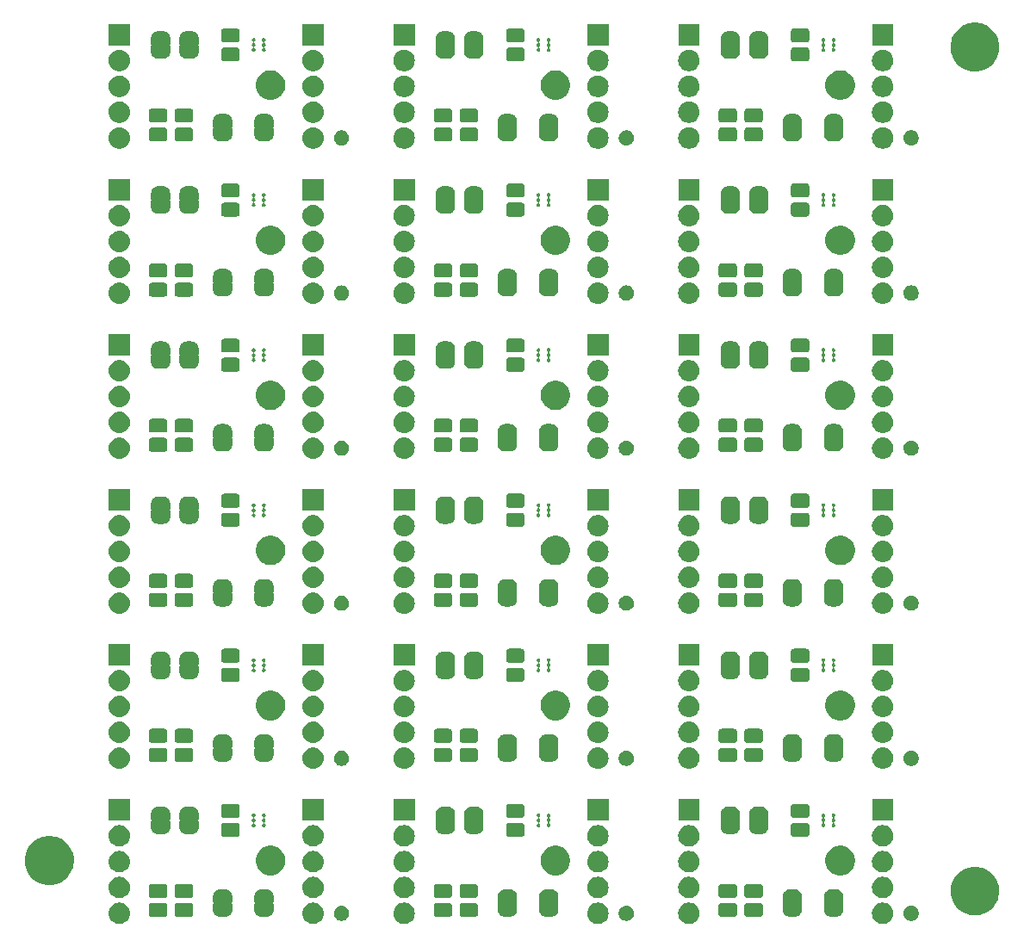
<source format=gbr>
G04 #@! TF.GenerationSoftware,KiCad,Pcbnew,5.0.1*
G04 #@! TF.CreationDate,2019-02-10T16:30:13-05:00*
G04 #@! TF.ProjectId,RevB-Panel,526576422D50616E656C2E6B69636164,rev?*
G04 #@! TF.SameCoordinates,Original*
G04 #@! TF.FileFunction,Soldermask,Top*
G04 #@! TF.FilePolarity,Negative*
%FSLAX46Y46*%
G04 Gerber Fmt 4.6, Leading zero omitted, Abs format (unit mm)*
G04 Created by KiCad (PCBNEW 5.0.1) date Sun 10 Feb 2019 04:30:13 PM EST*
%MOMM*%
%LPD*%
G01*
G04 APERTURE LIST*
%ADD10C,0.100000*%
G04 APERTURE END LIST*
D10*
G36*
X181008707Y-149147596D02*
X181085836Y-149155193D01*
X181207074Y-149191970D01*
X181283763Y-149215233D01*
X181466172Y-149312733D01*
X181626054Y-149443946D01*
X181757267Y-149603828D01*
X181854767Y-149786237D01*
X181869481Y-149834743D01*
X181914807Y-149984164D01*
X181935080Y-150190000D01*
X181914807Y-150395836D01*
X181884089Y-150497100D01*
X181854767Y-150593763D01*
X181757267Y-150776172D01*
X181626054Y-150936054D01*
X181466172Y-151067267D01*
X181283763Y-151164767D01*
X181217787Y-151184780D01*
X181085836Y-151224807D01*
X181008707Y-151232404D01*
X180931580Y-151240000D01*
X180828420Y-151240000D01*
X180751293Y-151232404D01*
X180674164Y-151224807D01*
X180542213Y-151184780D01*
X180476237Y-151164767D01*
X180293828Y-151067267D01*
X180133946Y-150936054D01*
X180002733Y-150776172D01*
X179905233Y-150593763D01*
X179875911Y-150497100D01*
X179845193Y-150395836D01*
X179824920Y-150190000D01*
X179845193Y-149984164D01*
X179890519Y-149834743D01*
X179905233Y-149786237D01*
X180002733Y-149603828D01*
X180133946Y-149443946D01*
X180293828Y-149312733D01*
X180476237Y-149215233D01*
X180552926Y-149191970D01*
X180674164Y-149155193D01*
X180751293Y-149147596D01*
X180828420Y-149140000D01*
X180931580Y-149140000D01*
X181008707Y-149147596D01*
X181008707Y-149147596D01*
G37*
G36*
X209008707Y-149147596D02*
X209085836Y-149155193D01*
X209207074Y-149191970D01*
X209283763Y-149215233D01*
X209466172Y-149312733D01*
X209626054Y-149443946D01*
X209757267Y-149603828D01*
X209854767Y-149786237D01*
X209869481Y-149834743D01*
X209914807Y-149984164D01*
X209935080Y-150190000D01*
X209914807Y-150395836D01*
X209884089Y-150497100D01*
X209854767Y-150593763D01*
X209757267Y-150776172D01*
X209626054Y-150936054D01*
X209466172Y-151067267D01*
X209283763Y-151164767D01*
X209217787Y-151184780D01*
X209085836Y-151224807D01*
X209008707Y-151232404D01*
X208931580Y-151240000D01*
X208828420Y-151240000D01*
X208751293Y-151232404D01*
X208674164Y-151224807D01*
X208542213Y-151184780D01*
X208476237Y-151164767D01*
X208293828Y-151067267D01*
X208133946Y-150936054D01*
X208002733Y-150776172D01*
X207905233Y-150593763D01*
X207875911Y-150497100D01*
X207845193Y-150395836D01*
X207824920Y-150190000D01*
X207845193Y-149984164D01*
X207890519Y-149834743D01*
X207905233Y-149786237D01*
X208002733Y-149603828D01*
X208133946Y-149443946D01*
X208293828Y-149312733D01*
X208476237Y-149215233D01*
X208552926Y-149191970D01*
X208674164Y-149155193D01*
X208751293Y-149147596D01*
X208828420Y-149140000D01*
X208931580Y-149140000D01*
X209008707Y-149147596D01*
X209008707Y-149147596D01*
G37*
G36*
X172058707Y-149147596D02*
X172135836Y-149155193D01*
X172257074Y-149191970D01*
X172333763Y-149215233D01*
X172516172Y-149312733D01*
X172676054Y-149443946D01*
X172807267Y-149603828D01*
X172904767Y-149786237D01*
X172919481Y-149834743D01*
X172964807Y-149984164D01*
X172985080Y-150190000D01*
X172964807Y-150395836D01*
X172934089Y-150497100D01*
X172904767Y-150593763D01*
X172807267Y-150776172D01*
X172676054Y-150936054D01*
X172516172Y-151067267D01*
X172333763Y-151164767D01*
X172267787Y-151184780D01*
X172135836Y-151224807D01*
X172058707Y-151232404D01*
X171981580Y-151240000D01*
X171878420Y-151240000D01*
X171801293Y-151232404D01*
X171724164Y-151224807D01*
X171592213Y-151184780D01*
X171526237Y-151164767D01*
X171343828Y-151067267D01*
X171183946Y-150936054D01*
X171052733Y-150776172D01*
X170955233Y-150593763D01*
X170925911Y-150497100D01*
X170895193Y-150395836D01*
X170874920Y-150190000D01*
X170895193Y-149984164D01*
X170940519Y-149834743D01*
X170955233Y-149786237D01*
X171052733Y-149603828D01*
X171183946Y-149443946D01*
X171343828Y-149312733D01*
X171526237Y-149215233D01*
X171602926Y-149191970D01*
X171724164Y-149155193D01*
X171801293Y-149147596D01*
X171878420Y-149140000D01*
X171981580Y-149140000D01*
X172058707Y-149147596D01*
X172058707Y-149147596D01*
G37*
G36*
X200058707Y-149147596D02*
X200135836Y-149155193D01*
X200257074Y-149191970D01*
X200333763Y-149215233D01*
X200516172Y-149312733D01*
X200676054Y-149443946D01*
X200807267Y-149603828D01*
X200904767Y-149786237D01*
X200919481Y-149834743D01*
X200964807Y-149984164D01*
X200985080Y-150190000D01*
X200964807Y-150395836D01*
X200934089Y-150497100D01*
X200904767Y-150593763D01*
X200807267Y-150776172D01*
X200676054Y-150936054D01*
X200516172Y-151067267D01*
X200333763Y-151164767D01*
X200267787Y-151184780D01*
X200135836Y-151224807D01*
X200058707Y-151232404D01*
X199981580Y-151240000D01*
X199878420Y-151240000D01*
X199801293Y-151232404D01*
X199724164Y-151224807D01*
X199592213Y-151184780D01*
X199526237Y-151164767D01*
X199343828Y-151067267D01*
X199183946Y-150936054D01*
X199052733Y-150776172D01*
X198955233Y-150593763D01*
X198925911Y-150497100D01*
X198895193Y-150395836D01*
X198874920Y-150190000D01*
X198895193Y-149984164D01*
X198940519Y-149834743D01*
X198955233Y-149786237D01*
X199052733Y-149603828D01*
X199183946Y-149443946D01*
X199343828Y-149312733D01*
X199526237Y-149215233D01*
X199602926Y-149191970D01*
X199724164Y-149155193D01*
X199801293Y-149147596D01*
X199878420Y-149140000D01*
X199981580Y-149140000D01*
X200058707Y-149147596D01*
X200058707Y-149147596D01*
G37*
G36*
X153008707Y-149147596D02*
X153085836Y-149155193D01*
X153207074Y-149191970D01*
X153283763Y-149215233D01*
X153466172Y-149312733D01*
X153626054Y-149443946D01*
X153757267Y-149603828D01*
X153854767Y-149786237D01*
X153869481Y-149834743D01*
X153914807Y-149984164D01*
X153935080Y-150190000D01*
X153914807Y-150395836D01*
X153884089Y-150497100D01*
X153854767Y-150593763D01*
X153757267Y-150776172D01*
X153626054Y-150936054D01*
X153466172Y-151067267D01*
X153283763Y-151164767D01*
X153217787Y-151184780D01*
X153085836Y-151224807D01*
X153008707Y-151232404D01*
X152931580Y-151240000D01*
X152828420Y-151240000D01*
X152751293Y-151232404D01*
X152674164Y-151224807D01*
X152542213Y-151184780D01*
X152476237Y-151164767D01*
X152293828Y-151067267D01*
X152133946Y-150936054D01*
X152002733Y-150776172D01*
X151905233Y-150593763D01*
X151875911Y-150497100D01*
X151845193Y-150395836D01*
X151824920Y-150190000D01*
X151845193Y-149984164D01*
X151890519Y-149834743D01*
X151905233Y-149786237D01*
X152002733Y-149603828D01*
X152133946Y-149443946D01*
X152293828Y-149312733D01*
X152476237Y-149215233D01*
X152552926Y-149191970D01*
X152674164Y-149155193D01*
X152751293Y-149147596D01*
X152828420Y-149140000D01*
X152931580Y-149140000D01*
X153008707Y-149147596D01*
X153008707Y-149147596D01*
G37*
G36*
X228058707Y-149147596D02*
X228135836Y-149155193D01*
X228257074Y-149191970D01*
X228333763Y-149215233D01*
X228516172Y-149312733D01*
X228676054Y-149443946D01*
X228807267Y-149603828D01*
X228904767Y-149786237D01*
X228919481Y-149834743D01*
X228964807Y-149984164D01*
X228985080Y-150190000D01*
X228964807Y-150395836D01*
X228934089Y-150497100D01*
X228904767Y-150593763D01*
X228807267Y-150776172D01*
X228676054Y-150936054D01*
X228516172Y-151067267D01*
X228333763Y-151164767D01*
X228267787Y-151184780D01*
X228135836Y-151224807D01*
X228058707Y-151232404D01*
X227981580Y-151240000D01*
X227878420Y-151240000D01*
X227801293Y-151232404D01*
X227724164Y-151224807D01*
X227592213Y-151184780D01*
X227526237Y-151164767D01*
X227343828Y-151067267D01*
X227183946Y-150936054D01*
X227052733Y-150776172D01*
X226955233Y-150593763D01*
X226925911Y-150497100D01*
X226895193Y-150395836D01*
X226874920Y-150190000D01*
X226895193Y-149984164D01*
X226940519Y-149834743D01*
X226955233Y-149786237D01*
X227052733Y-149603828D01*
X227183946Y-149443946D01*
X227343828Y-149312733D01*
X227526237Y-149215233D01*
X227602926Y-149191970D01*
X227724164Y-149155193D01*
X227801293Y-149147596D01*
X227878420Y-149140000D01*
X227981580Y-149140000D01*
X228058707Y-149147596D01*
X228058707Y-149147596D01*
G37*
G36*
X174831492Y-149446688D02*
X174942767Y-149468822D01*
X174999303Y-149492240D01*
X175079257Y-149525358D01*
X175202100Y-149607439D01*
X175306561Y-149711900D01*
X175388642Y-149834743D01*
X175401949Y-149866869D01*
X175445178Y-149971233D01*
X175474000Y-150116131D01*
X175474000Y-150263869D01*
X175445178Y-150408767D01*
X175430452Y-150444318D01*
X175388642Y-150545257D01*
X175306561Y-150668100D01*
X175202100Y-150772561D01*
X175079257Y-150854642D01*
X174999303Y-150887760D01*
X174942767Y-150911178D01*
X174870318Y-150925589D01*
X174797870Y-150940000D01*
X174650130Y-150940000D01*
X174577682Y-150925589D01*
X174505233Y-150911178D01*
X174448697Y-150887760D01*
X174368743Y-150854642D01*
X174245900Y-150772561D01*
X174141439Y-150668100D01*
X174059358Y-150545257D01*
X174017548Y-150444318D01*
X174002822Y-150408767D01*
X173974000Y-150263869D01*
X173974000Y-150116131D01*
X174002822Y-149971233D01*
X174046051Y-149866869D01*
X174059358Y-149834743D01*
X174141439Y-149711900D01*
X174245900Y-149607439D01*
X174368743Y-149525358D01*
X174448697Y-149492240D01*
X174505233Y-149468822D01*
X174616508Y-149446688D01*
X174650130Y-149440000D01*
X174797870Y-149440000D01*
X174831492Y-149446688D01*
X174831492Y-149446688D01*
G37*
G36*
X230831492Y-149446688D02*
X230942767Y-149468822D01*
X230999303Y-149492240D01*
X231079257Y-149525358D01*
X231202100Y-149607439D01*
X231306561Y-149711900D01*
X231388642Y-149834743D01*
X231401949Y-149866869D01*
X231445178Y-149971233D01*
X231474000Y-150116131D01*
X231474000Y-150263869D01*
X231445178Y-150408767D01*
X231430452Y-150444318D01*
X231388642Y-150545257D01*
X231306561Y-150668100D01*
X231202100Y-150772561D01*
X231079257Y-150854642D01*
X230999303Y-150887760D01*
X230942767Y-150911178D01*
X230870318Y-150925589D01*
X230797870Y-150940000D01*
X230650130Y-150940000D01*
X230577682Y-150925589D01*
X230505233Y-150911178D01*
X230448697Y-150887760D01*
X230368743Y-150854642D01*
X230245900Y-150772561D01*
X230141439Y-150668100D01*
X230059358Y-150545257D01*
X230017548Y-150444318D01*
X230002822Y-150408767D01*
X229974000Y-150263869D01*
X229974000Y-150116131D01*
X230002822Y-149971233D01*
X230046051Y-149866869D01*
X230059358Y-149834743D01*
X230141439Y-149711900D01*
X230245900Y-149607439D01*
X230368743Y-149525358D01*
X230448697Y-149492240D01*
X230505233Y-149468822D01*
X230616508Y-149446688D01*
X230650130Y-149440000D01*
X230797870Y-149440000D01*
X230831492Y-149446688D01*
X230831492Y-149446688D01*
G37*
G36*
X202831492Y-149446688D02*
X202942767Y-149468822D01*
X202999303Y-149492240D01*
X203079257Y-149525358D01*
X203202100Y-149607439D01*
X203306561Y-149711900D01*
X203388642Y-149834743D01*
X203401949Y-149866869D01*
X203445178Y-149971233D01*
X203474000Y-150116131D01*
X203474000Y-150263869D01*
X203445178Y-150408767D01*
X203430452Y-150444318D01*
X203388642Y-150545257D01*
X203306561Y-150668100D01*
X203202100Y-150772561D01*
X203079257Y-150854642D01*
X202999303Y-150887760D01*
X202942767Y-150911178D01*
X202870318Y-150925589D01*
X202797870Y-150940000D01*
X202650130Y-150940000D01*
X202577682Y-150925589D01*
X202505233Y-150911178D01*
X202448697Y-150887760D01*
X202368743Y-150854642D01*
X202245900Y-150772561D01*
X202141439Y-150668100D01*
X202059358Y-150545257D01*
X202017548Y-150444318D01*
X202002822Y-150408767D01*
X201974000Y-150263869D01*
X201974000Y-150116131D01*
X202002822Y-149971233D01*
X202046051Y-149866869D01*
X202059358Y-149834743D01*
X202141439Y-149711900D01*
X202245900Y-149607439D01*
X202368743Y-149525358D01*
X202448697Y-149492240D01*
X202505233Y-149468822D01*
X202616508Y-149446688D01*
X202650130Y-149440000D01*
X202797870Y-149440000D01*
X202831492Y-149446688D01*
X202831492Y-149446688D01*
G37*
G36*
X215903497Y-149175997D02*
X215956153Y-149191970D01*
X216004665Y-149217900D01*
X216047196Y-149252804D01*
X216082100Y-149295335D01*
X216108030Y-149343847D01*
X216124003Y-149396503D01*
X216130000Y-149457390D01*
X216130000Y-150257610D01*
X216124003Y-150318497D01*
X216108030Y-150371153D01*
X216082100Y-150419665D01*
X216047196Y-150462196D01*
X216004665Y-150497100D01*
X215956153Y-150523030D01*
X215903497Y-150539003D01*
X215842610Y-150545000D01*
X214617390Y-150545000D01*
X214556503Y-150539003D01*
X214503847Y-150523030D01*
X214455335Y-150497100D01*
X214412804Y-150462196D01*
X214377900Y-150419665D01*
X214351970Y-150371153D01*
X214335997Y-150318497D01*
X214330000Y-150257610D01*
X214330000Y-149457390D01*
X214335997Y-149396503D01*
X214351970Y-149343847D01*
X214377900Y-149295335D01*
X214412804Y-149252804D01*
X214455335Y-149217900D01*
X214503847Y-149191970D01*
X214556503Y-149175997D01*
X214617390Y-149170000D01*
X215842610Y-149170000D01*
X215903497Y-149175997D01*
X215903497Y-149175997D01*
G37*
G36*
X213363497Y-149175997D02*
X213416153Y-149191970D01*
X213464665Y-149217900D01*
X213507196Y-149252804D01*
X213542100Y-149295335D01*
X213568030Y-149343847D01*
X213584003Y-149396503D01*
X213590000Y-149457390D01*
X213590000Y-150257610D01*
X213584003Y-150318497D01*
X213568030Y-150371153D01*
X213542100Y-150419665D01*
X213507196Y-150462196D01*
X213464665Y-150497100D01*
X213416153Y-150523030D01*
X213363497Y-150539003D01*
X213302610Y-150545000D01*
X212077390Y-150545000D01*
X212016503Y-150539003D01*
X211963847Y-150523030D01*
X211915335Y-150497100D01*
X211872804Y-150462196D01*
X211837900Y-150419665D01*
X211811970Y-150371153D01*
X211795997Y-150318497D01*
X211790000Y-150257610D01*
X211790000Y-149457390D01*
X211795997Y-149396503D01*
X211811970Y-149343847D01*
X211837900Y-149295335D01*
X211872804Y-149252804D01*
X211915335Y-149217900D01*
X211963847Y-149191970D01*
X212016503Y-149175997D01*
X212077390Y-149170000D01*
X213302610Y-149170000D01*
X213363497Y-149175997D01*
X213363497Y-149175997D01*
G37*
G36*
X185363497Y-149175997D02*
X185416153Y-149191970D01*
X185464665Y-149217900D01*
X185507196Y-149252804D01*
X185542100Y-149295335D01*
X185568030Y-149343847D01*
X185584003Y-149396503D01*
X185590000Y-149457390D01*
X185590000Y-150257610D01*
X185584003Y-150318497D01*
X185568030Y-150371153D01*
X185542100Y-150419665D01*
X185507196Y-150462196D01*
X185464665Y-150497100D01*
X185416153Y-150523030D01*
X185363497Y-150539003D01*
X185302610Y-150545000D01*
X184077390Y-150545000D01*
X184016503Y-150539003D01*
X183963847Y-150523030D01*
X183915335Y-150497100D01*
X183872804Y-150462196D01*
X183837900Y-150419665D01*
X183811970Y-150371153D01*
X183795997Y-150318497D01*
X183790000Y-150257610D01*
X183790000Y-149457390D01*
X183795997Y-149396503D01*
X183811970Y-149343847D01*
X183837900Y-149295335D01*
X183872804Y-149252804D01*
X183915335Y-149217900D01*
X183963847Y-149191970D01*
X184016503Y-149175997D01*
X184077390Y-149170000D01*
X185302610Y-149170000D01*
X185363497Y-149175997D01*
X185363497Y-149175997D01*
G37*
G36*
X187903497Y-149175997D02*
X187956153Y-149191970D01*
X188004665Y-149217900D01*
X188047196Y-149252804D01*
X188082100Y-149295335D01*
X188108030Y-149343847D01*
X188124003Y-149396503D01*
X188130000Y-149457390D01*
X188130000Y-150257610D01*
X188124003Y-150318497D01*
X188108030Y-150371153D01*
X188082100Y-150419665D01*
X188047196Y-150462196D01*
X188004665Y-150497100D01*
X187956153Y-150523030D01*
X187903497Y-150539003D01*
X187842610Y-150545000D01*
X186617390Y-150545000D01*
X186556503Y-150539003D01*
X186503847Y-150523030D01*
X186455335Y-150497100D01*
X186412804Y-150462196D01*
X186377900Y-150419665D01*
X186351970Y-150371153D01*
X186335997Y-150318497D01*
X186330000Y-150257610D01*
X186330000Y-149457390D01*
X186335997Y-149396503D01*
X186351970Y-149343847D01*
X186377900Y-149295335D01*
X186412804Y-149252804D01*
X186455335Y-149217900D01*
X186503847Y-149191970D01*
X186556503Y-149175997D01*
X186617390Y-149170000D01*
X187842610Y-149170000D01*
X187903497Y-149175997D01*
X187903497Y-149175997D01*
G37*
G36*
X157363497Y-149175997D02*
X157416153Y-149191970D01*
X157464665Y-149217900D01*
X157507196Y-149252804D01*
X157542100Y-149295335D01*
X157568030Y-149343847D01*
X157584003Y-149396503D01*
X157590000Y-149457390D01*
X157590000Y-150257610D01*
X157584003Y-150318497D01*
X157568030Y-150371153D01*
X157542100Y-150419665D01*
X157507196Y-150462196D01*
X157464665Y-150497100D01*
X157416153Y-150523030D01*
X157363497Y-150539003D01*
X157302610Y-150545000D01*
X156077390Y-150545000D01*
X156016503Y-150539003D01*
X155963847Y-150523030D01*
X155915335Y-150497100D01*
X155872804Y-150462196D01*
X155837900Y-150419665D01*
X155811970Y-150371153D01*
X155795997Y-150318497D01*
X155790000Y-150257610D01*
X155790000Y-149457390D01*
X155795997Y-149396503D01*
X155811970Y-149343847D01*
X155837900Y-149295335D01*
X155872804Y-149252804D01*
X155915335Y-149217900D01*
X155963847Y-149191970D01*
X156016503Y-149175997D01*
X156077390Y-149170000D01*
X157302610Y-149170000D01*
X157363497Y-149175997D01*
X157363497Y-149175997D01*
G37*
G36*
X159903497Y-149175997D02*
X159956153Y-149191970D01*
X160004665Y-149217900D01*
X160047196Y-149252804D01*
X160082100Y-149295335D01*
X160108030Y-149343847D01*
X160124003Y-149396503D01*
X160130000Y-149457390D01*
X160130000Y-150257610D01*
X160124003Y-150318497D01*
X160108030Y-150371153D01*
X160082100Y-150419665D01*
X160047196Y-150462196D01*
X160004665Y-150497100D01*
X159956153Y-150523030D01*
X159903497Y-150539003D01*
X159842610Y-150545000D01*
X158617390Y-150545000D01*
X158556503Y-150539003D01*
X158503847Y-150523030D01*
X158455335Y-150497100D01*
X158412804Y-150462196D01*
X158377900Y-150419665D01*
X158351970Y-150371153D01*
X158335997Y-150318497D01*
X158330000Y-150257610D01*
X158330000Y-149457390D01*
X158335997Y-149396503D01*
X158351970Y-149343847D01*
X158377900Y-149295335D01*
X158412804Y-149252804D01*
X158455335Y-149217900D01*
X158503847Y-149191970D01*
X158556503Y-149175997D01*
X158617390Y-149170000D01*
X159842610Y-149170000D01*
X159903497Y-149175997D01*
X159903497Y-149175997D01*
G37*
G36*
X223366197Y-147824233D02*
X223378449Y-147824835D01*
X223396869Y-147824835D01*
X223448358Y-147829906D01*
X223532443Y-147846632D01*
X223562785Y-147855836D01*
X223576048Y-147859859D01*
X223576050Y-147859860D01*
X223581955Y-147861651D01*
X223661164Y-147894460D01*
X223706787Y-147918846D01*
X223778082Y-147966484D01*
X223818076Y-147999306D01*
X223878694Y-148059924D01*
X223911516Y-148099918D01*
X223959154Y-148171213D01*
X223983540Y-148216836D01*
X224016349Y-148296045D01*
X224031368Y-148345557D01*
X224048094Y-148429642D01*
X224053165Y-148481131D01*
X224053165Y-148499551D01*
X224053767Y-148511803D01*
X224055573Y-148530140D01*
X224055573Y-149017860D01*
X224051107Y-149063203D01*
X224039668Y-149100913D01*
X224032097Y-149115078D01*
X224022720Y-149137717D01*
X224017940Y-149161750D01*
X224017940Y-149186255D01*
X224022721Y-149210288D01*
X224032097Y-149232922D01*
X224039668Y-149247087D01*
X224039670Y-149247092D01*
X224039670Y-149247093D01*
X224046826Y-149270682D01*
X224051107Y-149284797D01*
X224055573Y-149330140D01*
X224055573Y-149817860D01*
X224053767Y-149836197D01*
X224053165Y-149848449D01*
X224053165Y-149866869D01*
X224048094Y-149918358D01*
X224031368Y-150002443D01*
X224016349Y-150051955D01*
X223983540Y-150131164D01*
X223959154Y-150176787D01*
X223911516Y-150248082D01*
X223878694Y-150288076D01*
X223818076Y-150348694D01*
X223813303Y-150352611D01*
X223790710Y-150371153D01*
X223778082Y-150381516D01*
X223706787Y-150429154D01*
X223661164Y-150453540D01*
X223581955Y-150486349D01*
X223576050Y-150488140D01*
X223576048Y-150488141D01*
X223566168Y-150491138D01*
X223532443Y-150501368D01*
X223448358Y-150518094D01*
X223396869Y-150523165D01*
X223378449Y-150523165D01*
X223366197Y-150523767D01*
X223347860Y-150525573D01*
X222860140Y-150525573D01*
X222841803Y-150523767D01*
X222829551Y-150523165D01*
X222811131Y-150523165D01*
X222759642Y-150518094D01*
X222675557Y-150501368D01*
X222641832Y-150491138D01*
X222631952Y-150488141D01*
X222631950Y-150488140D01*
X222626045Y-150486349D01*
X222546836Y-150453540D01*
X222501213Y-150429154D01*
X222429918Y-150381516D01*
X222417291Y-150371153D01*
X222394697Y-150352611D01*
X222389924Y-150348694D01*
X222329306Y-150288076D01*
X222296484Y-150248082D01*
X222248846Y-150176787D01*
X222224460Y-150131164D01*
X222191651Y-150051955D01*
X222176632Y-150002443D01*
X222159906Y-149918358D01*
X222154835Y-149866869D01*
X222154835Y-149848449D01*
X222154233Y-149836197D01*
X222152427Y-149817860D01*
X222152427Y-149330140D01*
X222156893Y-149284797D01*
X222161175Y-149270682D01*
X222168330Y-149247093D01*
X222168330Y-149247092D01*
X222168332Y-149247087D01*
X222175903Y-149232922D01*
X222185280Y-149210283D01*
X222190060Y-149186250D01*
X222190060Y-149161745D01*
X222185279Y-149137712D01*
X222175903Y-149115078D01*
X222168332Y-149100913D01*
X222156893Y-149063203D01*
X222152427Y-149017860D01*
X222152427Y-148530140D01*
X222154233Y-148511803D01*
X222154835Y-148499551D01*
X222154835Y-148481131D01*
X222159906Y-148429642D01*
X222176632Y-148345557D01*
X222191651Y-148296045D01*
X222224460Y-148216836D01*
X222248846Y-148171213D01*
X222296484Y-148099918D01*
X222329306Y-148059924D01*
X222389924Y-147999306D01*
X222429918Y-147966484D01*
X222501213Y-147918846D01*
X222546836Y-147894460D01*
X222626045Y-147861651D01*
X222631950Y-147859860D01*
X222631952Y-147859859D01*
X222645215Y-147855836D01*
X222675557Y-147846632D01*
X222759642Y-147829906D01*
X222811131Y-147824835D01*
X222829551Y-147824835D01*
X222841803Y-147824233D01*
X222860140Y-147822427D01*
X223347860Y-147822427D01*
X223366197Y-147824233D01*
X223366197Y-147824233D01*
G37*
G36*
X195366197Y-147824233D02*
X195378449Y-147824835D01*
X195396869Y-147824835D01*
X195448358Y-147829906D01*
X195532443Y-147846632D01*
X195562785Y-147855836D01*
X195576048Y-147859859D01*
X195576050Y-147859860D01*
X195581955Y-147861651D01*
X195661164Y-147894460D01*
X195706787Y-147918846D01*
X195778082Y-147966484D01*
X195818076Y-147999306D01*
X195878694Y-148059924D01*
X195911516Y-148099918D01*
X195959154Y-148171213D01*
X195983540Y-148216836D01*
X196016349Y-148296045D01*
X196031368Y-148345557D01*
X196048094Y-148429642D01*
X196053165Y-148481131D01*
X196053165Y-148499551D01*
X196053767Y-148511803D01*
X196055573Y-148530140D01*
X196055573Y-149017860D01*
X196051107Y-149063203D01*
X196039668Y-149100913D01*
X196032097Y-149115078D01*
X196022720Y-149137717D01*
X196017940Y-149161750D01*
X196017940Y-149186255D01*
X196022721Y-149210288D01*
X196032097Y-149232922D01*
X196039668Y-149247087D01*
X196039670Y-149247092D01*
X196039670Y-149247093D01*
X196046826Y-149270682D01*
X196051107Y-149284797D01*
X196055573Y-149330140D01*
X196055573Y-149817860D01*
X196053767Y-149836197D01*
X196053165Y-149848449D01*
X196053165Y-149866869D01*
X196048094Y-149918358D01*
X196031368Y-150002443D01*
X196016349Y-150051955D01*
X195983540Y-150131164D01*
X195959154Y-150176787D01*
X195911516Y-150248082D01*
X195878694Y-150288076D01*
X195818076Y-150348694D01*
X195813303Y-150352611D01*
X195790710Y-150371153D01*
X195778082Y-150381516D01*
X195706787Y-150429154D01*
X195661164Y-150453540D01*
X195581955Y-150486349D01*
X195576050Y-150488140D01*
X195576048Y-150488141D01*
X195566168Y-150491138D01*
X195532443Y-150501368D01*
X195448358Y-150518094D01*
X195396869Y-150523165D01*
X195378449Y-150523165D01*
X195366197Y-150523767D01*
X195347860Y-150525573D01*
X194860140Y-150525573D01*
X194841803Y-150523767D01*
X194829551Y-150523165D01*
X194811131Y-150523165D01*
X194759642Y-150518094D01*
X194675557Y-150501368D01*
X194641832Y-150491138D01*
X194631952Y-150488141D01*
X194631950Y-150488140D01*
X194626045Y-150486349D01*
X194546836Y-150453540D01*
X194501213Y-150429154D01*
X194429918Y-150381516D01*
X194417291Y-150371153D01*
X194394697Y-150352611D01*
X194389924Y-150348694D01*
X194329306Y-150288076D01*
X194296484Y-150248082D01*
X194248846Y-150176787D01*
X194224460Y-150131164D01*
X194191651Y-150051955D01*
X194176632Y-150002443D01*
X194159906Y-149918358D01*
X194154835Y-149866869D01*
X194154835Y-149848449D01*
X194154233Y-149836197D01*
X194152427Y-149817860D01*
X194152427Y-149330140D01*
X194156893Y-149284797D01*
X194161175Y-149270682D01*
X194168330Y-149247093D01*
X194168330Y-149247092D01*
X194168332Y-149247087D01*
X194175903Y-149232922D01*
X194185280Y-149210283D01*
X194190060Y-149186250D01*
X194190060Y-149161745D01*
X194185279Y-149137712D01*
X194175903Y-149115078D01*
X194168332Y-149100913D01*
X194156893Y-149063203D01*
X194152427Y-149017860D01*
X194152427Y-148530140D01*
X194154233Y-148511803D01*
X194154835Y-148499551D01*
X194154835Y-148481131D01*
X194159906Y-148429642D01*
X194176632Y-148345557D01*
X194191651Y-148296045D01*
X194224460Y-148216836D01*
X194248846Y-148171213D01*
X194296484Y-148099918D01*
X194329306Y-148059924D01*
X194389924Y-147999306D01*
X194429918Y-147966484D01*
X194501213Y-147918846D01*
X194546836Y-147894460D01*
X194626045Y-147861651D01*
X194631950Y-147859860D01*
X194631952Y-147859859D01*
X194645215Y-147855836D01*
X194675557Y-147846632D01*
X194759642Y-147829906D01*
X194811131Y-147824835D01*
X194829551Y-147824835D01*
X194841803Y-147824233D01*
X194860140Y-147822427D01*
X195347860Y-147822427D01*
X195366197Y-147824233D01*
X195366197Y-147824233D01*
G37*
G36*
X163302197Y-147824233D02*
X163314449Y-147824835D01*
X163332869Y-147824835D01*
X163384358Y-147829906D01*
X163468443Y-147846632D01*
X163498785Y-147855836D01*
X163512048Y-147859859D01*
X163512050Y-147859860D01*
X163517955Y-147861651D01*
X163597164Y-147894460D01*
X163642787Y-147918846D01*
X163714082Y-147966484D01*
X163754076Y-147999306D01*
X163814694Y-148059924D01*
X163847516Y-148099918D01*
X163895154Y-148171213D01*
X163919540Y-148216836D01*
X163952349Y-148296045D01*
X163967368Y-148345557D01*
X163984094Y-148429642D01*
X163989165Y-148481131D01*
X163989165Y-148499551D01*
X163989767Y-148511803D01*
X163991573Y-148530140D01*
X163991573Y-149017860D01*
X163987107Y-149063203D01*
X163975668Y-149100913D01*
X163968097Y-149115078D01*
X163958720Y-149137717D01*
X163953940Y-149161750D01*
X163953940Y-149186255D01*
X163958721Y-149210288D01*
X163968097Y-149232922D01*
X163975668Y-149247087D01*
X163975670Y-149247092D01*
X163975670Y-149247093D01*
X163982826Y-149270682D01*
X163987107Y-149284797D01*
X163991573Y-149330140D01*
X163991573Y-149817860D01*
X163989767Y-149836197D01*
X163989165Y-149848449D01*
X163989165Y-149866869D01*
X163984094Y-149918358D01*
X163967368Y-150002443D01*
X163952349Y-150051955D01*
X163919540Y-150131164D01*
X163895154Y-150176787D01*
X163847516Y-150248082D01*
X163814694Y-150288076D01*
X163754076Y-150348694D01*
X163749303Y-150352611D01*
X163726710Y-150371153D01*
X163714082Y-150381516D01*
X163642787Y-150429154D01*
X163597164Y-150453540D01*
X163517955Y-150486349D01*
X163512050Y-150488140D01*
X163512048Y-150488141D01*
X163502168Y-150491138D01*
X163468443Y-150501368D01*
X163384358Y-150518094D01*
X163332869Y-150523165D01*
X163314449Y-150523165D01*
X163302197Y-150523767D01*
X163283860Y-150525573D01*
X162796140Y-150525573D01*
X162777803Y-150523767D01*
X162765551Y-150523165D01*
X162747131Y-150523165D01*
X162695642Y-150518094D01*
X162611557Y-150501368D01*
X162577832Y-150491138D01*
X162567952Y-150488141D01*
X162567950Y-150488140D01*
X162562045Y-150486349D01*
X162482836Y-150453540D01*
X162437213Y-150429154D01*
X162365918Y-150381516D01*
X162353291Y-150371153D01*
X162330697Y-150352611D01*
X162325924Y-150348694D01*
X162265306Y-150288076D01*
X162232484Y-150248082D01*
X162184846Y-150176787D01*
X162160460Y-150131164D01*
X162127651Y-150051955D01*
X162112632Y-150002443D01*
X162095906Y-149918358D01*
X162090835Y-149866869D01*
X162090835Y-149848449D01*
X162090233Y-149836197D01*
X162088427Y-149817860D01*
X162088427Y-149330140D01*
X162092893Y-149284797D01*
X162097175Y-149270682D01*
X162104330Y-149247093D01*
X162104330Y-149247092D01*
X162104332Y-149247087D01*
X162111903Y-149232922D01*
X162121280Y-149210283D01*
X162126060Y-149186250D01*
X162126060Y-149161745D01*
X162121279Y-149137712D01*
X162111903Y-149115078D01*
X162104332Y-149100913D01*
X162092893Y-149063203D01*
X162088427Y-149017860D01*
X162088427Y-148530140D01*
X162090233Y-148511803D01*
X162090835Y-148499551D01*
X162090835Y-148481131D01*
X162095906Y-148429642D01*
X162112632Y-148345557D01*
X162127651Y-148296045D01*
X162160460Y-148216836D01*
X162184846Y-148171213D01*
X162232484Y-148099918D01*
X162265306Y-148059924D01*
X162325924Y-147999306D01*
X162365918Y-147966484D01*
X162437213Y-147918846D01*
X162482836Y-147894460D01*
X162562045Y-147861651D01*
X162567950Y-147859860D01*
X162567952Y-147859859D01*
X162581215Y-147855836D01*
X162611557Y-147846632D01*
X162695642Y-147829906D01*
X162747131Y-147824835D01*
X162765551Y-147824835D01*
X162777803Y-147824233D01*
X162796140Y-147822427D01*
X163283860Y-147822427D01*
X163302197Y-147824233D01*
X163302197Y-147824233D01*
G37*
G36*
X219302197Y-147824233D02*
X219314449Y-147824835D01*
X219332869Y-147824835D01*
X219384358Y-147829906D01*
X219468443Y-147846632D01*
X219498785Y-147855836D01*
X219512048Y-147859859D01*
X219512050Y-147859860D01*
X219517955Y-147861651D01*
X219597164Y-147894460D01*
X219642787Y-147918846D01*
X219714082Y-147966484D01*
X219754076Y-147999306D01*
X219814694Y-148059924D01*
X219847516Y-148099918D01*
X219895154Y-148171213D01*
X219919540Y-148216836D01*
X219952349Y-148296045D01*
X219967368Y-148345557D01*
X219984094Y-148429642D01*
X219989165Y-148481131D01*
X219989165Y-148499551D01*
X219989767Y-148511803D01*
X219991573Y-148530140D01*
X219991573Y-149017860D01*
X219987107Y-149063203D01*
X219975668Y-149100913D01*
X219968097Y-149115078D01*
X219958720Y-149137717D01*
X219953940Y-149161750D01*
X219953940Y-149186255D01*
X219958721Y-149210288D01*
X219968097Y-149232922D01*
X219975668Y-149247087D01*
X219975670Y-149247092D01*
X219975670Y-149247093D01*
X219982826Y-149270682D01*
X219987107Y-149284797D01*
X219991573Y-149330140D01*
X219991573Y-149817860D01*
X219989767Y-149836197D01*
X219989165Y-149848449D01*
X219989165Y-149866869D01*
X219984094Y-149918358D01*
X219967368Y-150002443D01*
X219952349Y-150051955D01*
X219919540Y-150131164D01*
X219895154Y-150176787D01*
X219847516Y-150248082D01*
X219814694Y-150288076D01*
X219754076Y-150348694D01*
X219749303Y-150352611D01*
X219726710Y-150371153D01*
X219714082Y-150381516D01*
X219642787Y-150429154D01*
X219597164Y-150453540D01*
X219517955Y-150486349D01*
X219512050Y-150488140D01*
X219512048Y-150488141D01*
X219502168Y-150491138D01*
X219468443Y-150501368D01*
X219384358Y-150518094D01*
X219332869Y-150523165D01*
X219314449Y-150523165D01*
X219302197Y-150523767D01*
X219283860Y-150525573D01*
X218796140Y-150525573D01*
X218777803Y-150523767D01*
X218765551Y-150523165D01*
X218747131Y-150523165D01*
X218695642Y-150518094D01*
X218611557Y-150501368D01*
X218577832Y-150491138D01*
X218567952Y-150488141D01*
X218567950Y-150488140D01*
X218562045Y-150486349D01*
X218482836Y-150453540D01*
X218437213Y-150429154D01*
X218365918Y-150381516D01*
X218353291Y-150371153D01*
X218330697Y-150352611D01*
X218325924Y-150348694D01*
X218265306Y-150288076D01*
X218232484Y-150248082D01*
X218184846Y-150176787D01*
X218160460Y-150131164D01*
X218127651Y-150051955D01*
X218112632Y-150002443D01*
X218095906Y-149918358D01*
X218090835Y-149866869D01*
X218090835Y-149848449D01*
X218090233Y-149836197D01*
X218088427Y-149817860D01*
X218088427Y-149330140D01*
X218092893Y-149284797D01*
X218097175Y-149270682D01*
X218104330Y-149247093D01*
X218104330Y-149247092D01*
X218104332Y-149247087D01*
X218111903Y-149232922D01*
X218121280Y-149210283D01*
X218126060Y-149186250D01*
X218126060Y-149161745D01*
X218121279Y-149137712D01*
X218111903Y-149115078D01*
X218104332Y-149100913D01*
X218092893Y-149063203D01*
X218088427Y-149017860D01*
X218088427Y-148530140D01*
X218090233Y-148511803D01*
X218090835Y-148499551D01*
X218090835Y-148481131D01*
X218095906Y-148429642D01*
X218112632Y-148345557D01*
X218127651Y-148296045D01*
X218160460Y-148216836D01*
X218184846Y-148171213D01*
X218232484Y-148099918D01*
X218265306Y-148059924D01*
X218325924Y-147999306D01*
X218365918Y-147966484D01*
X218437213Y-147918846D01*
X218482836Y-147894460D01*
X218562045Y-147861651D01*
X218567950Y-147859860D01*
X218567952Y-147859859D01*
X218581215Y-147855836D01*
X218611557Y-147846632D01*
X218695642Y-147829906D01*
X218747131Y-147824835D01*
X218765551Y-147824835D01*
X218777803Y-147824233D01*
X218796140Y-147822427D01*
X219283860Y-147822427D01*
X219302197Y-147824233D01*
X219302197Y-147824233D01*
G37*
G36*
X191302197Y-147824233D02*
X191314449Y-147824835D01*
X191332869Y-147824835D01*
X191384358Y-147829906D01*
X191468443Y-147846632D01*
X191498785Y-147855836D01*
X191512048Y-147859859D01*
X191512050Y-147859860D01*
X191517955Y-147861651D01*
X191597164Y-147894460D01*
X191642787Y-147918846D01*
X191714082Y-147966484D01*
X191754076Y-147999306D01*
X191814694Y-148059924D01*
X191847516Y-148099918D01*
X191895154Y-148171213D01*
X191919540Y-148216836D01*
X191952349Y-148296045D01*
X191967368Y-148345557D01*
X191984094Y-148429642D01*
X191989165Y-148481131D01*
X191989165Y-148499551D01*
X191989767Y-148511803D01*
X191991573Y-148530140D01*
X191991573Y-149017860D01*
X191987107Y-149063203D01*
X191975668Y-149100913D01*
X191968097Y-149115078D01*
X191958720Y-149137717D01*
X191953940Y-149161750D01*
X191953940Y-149186255D01*
X191958721Y-149210288D01*
X191968097Y-149232922D01*
X191975668Y-149247087D01*
X191975670Y-149247092D01*
X191975670Y-149247093D01*
X191982826Y-149270682D01*
X191987107Y-149284797D01*
X191991573Y-149330140D01*
X191991573Y-149817860D01*
X191989767Y-149836197D01*
X191989165Y-149848449D01*
X191989165Y-149866869D01*
X191984094Y-149918358D01*
X191967368Y-150002443D01*
X191952349Y-150051955D01*
X191919540Y-150131164D01*
X191895154Y-150176787D01*
X191847516Y-150248082D01*
X191814694Y-150288076D01*
X191754076Y-150348694D01*
X191749303Y-150352611D01*
X191726710Y-150371153D01*
X191714082Y-150381516D01*
X191642787Y-150429154D01*
X191597164Y-150453540D01*
X191517955Y-150486349D01*
X191512050Y-150488140D01*
X191512048Y-150488141D01*
X191502168Y-150491138D01*
X191468443Y-150501368D01*
X191384358Y-150518094D01*
X191332869Y-150523165D01*
X191314449Y-150523165D01*
X191302197Y-150523767D01*
X191283860Y-150525573D01*
X190796140Y-150525573D01*
X190777803Y-150523767D01*
X190765551Y-150523165D01*
X190747131Y-150523165D01*
X190695642Y-150518094D01*
X190611557Y-150501368D01*
X190577832Y-150491138D01*
X190567952Y-150488141D01*
X190567950Y-150488140D01*
X190562045Y-150486349D01*
X190482836Y-150453540D01*
X190437213Y-150429154D01*
X190365918Y-150381516D01*
X190353291Y-150371153D01*
X190330697Y-150352611D01*
X190325924Y-150348694D01*
X190265306Y-150288076D01*
X190232484Y-150248082D01*
X190184846Y-150176787D01*
X190160460Y-150131164D01*
X190127651Y-150051955D01*
X190112632Y-150002443D01*
X190095906Y-149918358D01*
X190090835Y-149866869D01*
X190090835Y-149848449D01*
X190090233Y-149836197D01*
X190088427Y-149817860D01*
X190088427Y-149330140D01*
X190092893Y-149284797D01*
X190097175Y-149270682D01*
X190104330Y-149247093D01*
X190104330Y-149247092D01*
X190104332Y-149247087D01*
X190111903Y-149232922D01*
X190121280Y-149210283D01*
X190126060Y-149186250D01*
X190126060Y-149161745D01*
X190121279Y-149137712D01*
X190111903Y-149115078D01*
X190104332Y-149100913D01*
X190092893Y-149063203D01*
X190088427Y-149017860D01*
X190088427Y-148530140D01*
X190090233Y-148511803D01*
X190090835Y-148499551D01*
X190090835Y-148481131D01*
X190095906Y-148429642D01*
X190112632Y-148345557D01*
X190127651Y-148296045D01*
X190160460Y-148216836D01*
X190184846Y-148171213D01*
X190232484Y-148099918D01*
X190265306Y-148059924D01*
X190325924Y-147999306D01*
X190365918Y-147966484D01*
X190437213Y-147918846D01*
X190482836Y-147894460D01*
X190562045Y-147861651D01*
X190567950Y-147859860D01*
X190567952Y-147859859D01*
X190581215Y-147855836D01*
X190611557Y-147846632D01*
X190695642Y-147829906D01*
X190747131Y-147824835D01*
X190765551Y-147824835D01*
X190777803Y-147824233D01*
X190796140Y-147822427D01*
X191283860Y-147822427D01*
X191302197Y-147824233D01*
X191302197Y-147824233D01*
G37*
G36*
X167366197Y-147824233D02*
X167378449Y-147824835D01*
X167396869Y-147824835D01*
X167448358Y-147829906D01*
X167532443Y-147846632D01*
X167562785Y-147855836D01*
X167576048Y-147859859D01*
X167576050Y-147859860D01*
X167581955Y-147861651D01*
X167661164Y-147894460D01*
X167706787Y-147918846D01*
X167778082Y-147966484D01*
X167818076Y-147999306D01*
X167878694Y-148059924D01*
X167911516Y-148099918D01*
X167959154Y-148171213D01*
X167983540Y-148216836D01*
X168016349Y-148296045D01*
X168031368Y-148345557D01*
X168048094Y-148429642D01*
X168053165Y-148481131D01*
X168053165Y-148499551D01*
X168053767Y-148511803D01*
X168055573Y-148530140D01*
X168055573Y-149017860D01*
X168051107Y-149063203D01*
X168039668Y-149100913D01*
X168032097Y-149115078D01*
X168022720Y-149137717D01*
X168017940Y-149161750D01*
X168017940Y-149186255D01*
X168022721Y-149210288D01*
X168032097Y-149232922D01*
X168039668Y-149247087D01*
X168039670Y-149247092D01*
X168039670Y-149247093D01*
X168046826Y-149270682D01*
X168051107Y-149284797D01*
X168055573Y-149330140D01*
X168055573Y-149817860D01*
X168053767Y-149836197D01*
X168053165Y-149848449D01*
X168053165Y-149866869D01*
X168048094Y-149918358D01*
X168031368Y-150002443D01*
X168016349Y-150051955D01*
X167983540Y-150131164D01*
X167959154Y-150176787D01*
X167911516Y-150248082D01*
X167878694Y-150288076D01*
X167818076Y-150348694D01*
X167813303Y-150352611D01*
X167790710Y-150371153D01*
X167778082Y-150381516D01*
X167706787Y-150429154D01*
X167661164Y-150453540D01*
X167581955Y-150486349D01*
X167576050Y-150488140D01*
X167576048Y-150488141D01*
X167566168Y-150491138D01*
X167532443Y-150501368D01*
X167448358Y-150518094D01*
X167396869Y-150523165D01*
X167378449Y-150523165D01*
X167366197Y-150523767D01*
X167347860Y-150525573D01*
X166860140Y-150525573D01*
X166841803Y-150523767D01*
X166829551Y-150523165D01*
X166811131Y-150523165D01*
X166759642Y-150518094D01*
X166675557Y-150501368D01*
X166641832Y-150491138D01*
X166631952Y-150488141D01*
X166631950Y-150488140D01*
X166626045Y-150486349D01*
X166546836Y-150453540D01*
X166501213Y-150429154D01*
X166429918Y-150381516D01*
X166417291Y-150371153D01*
X166394697Y-150352611D01*
X166389924Y-150348694D01*
X166329306Y-150288076D01*
X166296484Y-150248082D01*
X166248846Y-150176787D01*
X166224460Y-150131164D01*
X166191651Y-150051955D01*
X166176632Y-150002443D01*
X166159906Y-149918358D01*
X166154835Y-149866869D01*
X166154835Y-149848449D01*
X166154233Y-149836197D01*
X166152427Y-149817860D01*
X166152427Y-149330140D01*
X166156893Y-149284797D01*
X166161175Y-149270682D01*
X166168330Y-149247093D01*
X166168330Y-149247092D01*
X166168332Y-149247087D01*
X166175903Y-149232922D01*
X166185280Y-149210283D01*
X166190060Y-149186250D01*
X166190060Y-149161745D01*
X166185279Y-149137712D01*
X166175903Y-149115078D01*
X166168332Y-149100913D01*
X166156893Y-149063203D01*
X166152427Y-149017860D01*
X166152427Y-148530140D01*
X166154233Y-148511803D01*
X166154835Y-148499551D01*
X166154835Y-148481131D01*
X166159906Y-148429642D01*
X166176632Y-148345557D01*
X166191651Y-148296045D01*
X166224460Y-148216836D01*
X166248846Y-148171213D01*
X166296484Y-148099918D01*
X166329306Y-148059924D01*
X166389924Y-147999306D01*
X166429918Y-147966484D01*
X166501213Y-147918846D01*
X166546836Y-147894460D01*
X166626045Y-147861651D01*
X166631950Y-147859860D01*
X166631952Y-147859859D01*
X166645215Y-147855836D01*
X166675557Y-147846632D01*
X166759642Y-147829906D01*
X166811131Y-147824835D01*
X166829551Y-147824835D01*
X166841803Y-147824233D01*
X166860140Y-147822427D01*
X167347860Y-147822427D01*
X167366197Y-147824233D01*
X167366197Y-147824233D01*
G37*
G36*
X237700142Y-145691942D02*
X237719938Y-145700142D01*
X238136967Y-145872881D01*
X238530105Y-146135567D01*
X238864433Y-146469895D01*
X239127119Y-146863033D01*
X239210291Y-147063828D01*
X239308058Y-147299858D01*
X239337480Y-147447773D01*
X239377706Y-147650000D01*
X239400300Y-147763591D01*
X239400300Y-148236409D01*
X239308058Y-148700142D01*
X239247189Y-148847093D01*
X239127119Y-149136967D01*
X238864433Y-149530105D01*
X238530105Y-149864433D01*
X238136967Y-150127119D01*
X237881081Y-150233110D01*
X237700142Y-150308058D01*
X237476158Y-150352611D01*
X237236410Y-150400300D01*
X236763590Y-150400300D01*
X236523842Y-150352611D01*
X236299858Y-150308058D01*
X236118919Y-150233110D01*
X235863033Y-150127119D01*
X235469895Y-149864433D01*
X235135567Y-149530105D01*
X234872881Y-149136967D01*
X234752811Y-148847093D01*
X234691942Y-148700142D01*
X234599700Y-148236409D01*
X234599700Y-147763591D01*
X234622295Y-147650000D01*
X234662520Y-147447773D01*
X234691942Y-147299858D01*
X234789709Y-147063828D01*
X234872881Y-146863033D01*
X235135567Y-146469895D01*
X235469895Y-146135567D01*
X235863033Y-145872881D01*
X236280062Y-145700142D01*
X236299858Y-145691942D01*
X236763590Y-145599700D01*
X237236410Y-145599700D01*
X237700142Y-145691942D01*
X237700142Y-145691942D01*
G37*
G36*
X172058707Y-146607597D02*
X172135836Y-146615193D01*
X172267787Y-146655220D01*
X172333763Y-146675233D01*
X172516172Y-146772733D01*
X172676054Y-146903946D01*
X172807267Y-147063828D01*
X172904767Y-147246237D01*
X172904767Y-147246238D01*
X172964807Y-147444164D01*
X172985080Y-147650000D01*
X172964807Y-147855836D01*
X172945693Y-147918846D01*
X172904767Y-148053763D01*
X172807267Y-148236172D01*
X172676054Y-148396054D01*
X172516172Y-148527267D01*
X172333763Y-148624767D01*
X172270906Y-148643834D01*
X172135836Y-148684807D01*
X172058707Y-148692404D01*
X171981580Y-148700000D01*
X171878420Y-148700000D01*
X171801293Y-148692404D01*
X171724164Y-148684807D01*
X171589094Y-148643834D01*
X171526237Y-148624767D01*
X171343828Y-148527267D01*
X171183946Y-148396054D01*
X171052733Y-148236172D01*
X170955233Y-148053763D01*
X170914307Y-147918846D01*
X170895193Y-147855836D01*
X170874920Y-147650000D01*
X170895193Y-147444164D01*
X170955233Y-147246238D01*
X170955233Y-147246237D01*
X171052733Y-147063828D01*
X171183946Y-146903946D01*
X171343828Y-146772733D01*
X171526237Y-146675233D01*
X171592213Y-146655220D01*
X171724164Y-146615193D01*
X171801293Y-146607597D01*
X171878420Y-146600000D01*
X171981580Y-146600000D01*
X172058707Y-146607597D01*
X172058707Y-146607597D01*
G37*
G36*
X209008707Y-146607597D02*
X209085836Y-146615193D01*
X209217787Y-146655220D01*
X209283763Y-146675233D01*
X209466172Y-146772733D01*
X209626054Y-146903946D01*
X209757267Y-147063828D01*
X209854767Y-147246237D01*
X209854767Y-147246238D01*
X209914807Y-147444164D01*
X209935080Y-147650000D01*
X209914807Y-147855836D01*
X209895693Y-147918846D01*
X209854767Y-148053763D01*
X209757267Y-148236172D01*
X209626054Y-148396054D01*
X209466172Y-148527267D01*
X209283763Y-148624767D01*
X209220906Y-148643834D01*
X209085836Y-148684807D01*
X209008707Y-148692404D01*
X208931580Y-148700000D01*
X208828420Y-148700000D01*
X208751293Y-148692404D01*
X208674164Y-148684807D01*
X208539094Y-148643834D01*
X208476237Y-148624767D01*
X208293828Y-148527267D01*
X208133946Y-148396054D01*
X208002733Y-148236172D01*
X207905233Y-148053763D01*
X207864307Y-147918846D01*
X207845193Y-147855836D01*
X207824920Y-147650000D01*
X207845193Y-147444164D01*
X207905233Y-147246238D01*
X207905233Y-147246237D01*
X208002733Y-147063828D01*
X208133946Y-146903946D01*
X208293828Y-146772733D01*
X208476237Y-146675233D01*
X208542213Y-146655220D01*
X208674164Y-146615193D01*
X208751293Y-146607597D01*
X208828420Y-146600000D01*
X208931580Y-146600000D01*
X209008707Y-146607597D01*
X209008707Y-146607597D01*
G37*
G36*
X181008707Y-146607597D02*
X181085836Y-146615193D01*
X181217787Y-146655220D01*
X181283763Y-146675233D01*
X181466172Y-146772733D01*
X181626054Y-146903946D01*
X181757267Y-147063828D01*
X181854767Y-147246237D01*
X181854767Y-147246238D01*
X181914807Y-147444164D01*
X181935080Y-147650000D01*
X181914807Y-147855836D01*
X181895693Y-147918846D01*
X181854767Y-148053763D01*
X181757267Y-148236172D01*
X181626054Y-148396054D01*
X181466172Y-148527267D01*
X181283763Y-148624767D01*
X181220906Y-148643834D01*
X181085836Y-148684807D01*
X181008707Y-148692404D01*
X180931580Y-148700000D01*
X180828420Y-148700000D01*
X180751293Y-148692404D01*
X180674164Y-148684807D01*
X180539094Y-148643834D01*
X180476237Y-148624767D01*
X180293828Y-148527267D01*
X180133946Y-148396054D01*
X180002733Y-148236172D01*
X179905233Y-148053763D01*
X179864307Y-147918846D01*
X179845193Y-147855836D01*
X179824920Y-147650000D01*
X179845193Y-147444164D01*
X179905233Y-147246238D01*
X179905233Y-147246237D01*
X180002733Y-147063828D01*
X180133946Y-146903946D01*
X180293828Y-146772733D01*
X180476237Y-146675233D01*
X180542213Y-146655220D01*
X180674164Y-146615193D01*
X180751293Y-146607597D01*
X180828420Y-146600000D01*
X180931580Y-146600000D01*
X181008707Y-146607597D01*
X181008707Y-146607597D01*
G37*
G36*
X153008707Y-146607597D02*
X153085836Y-146615193D01*
X153217787Y-146655220D01*
X153283763Y-146675233D01*
X153466172Y-146772733D01*
X153626054Y-146903946D01*
X153757267Y-147063828D01*
X153854767Y-147246237D01*
X153854767Y-147246238D01*
X153914807Y-147444164D01*
X153935080Y-147650000D01*
X153914807Y-147855836D01*
X153895693Y-147918846D01*
X153854767Y-148053763D01*
X153757267Y-148236172D01*
X153626054Y-148396054D01*
X153466172Y-148527267D01*
X153283763Y-148624767D01*
X153220906Y-148643834D01*
X153085836Y-148684807D01*
X153008707Y-148692404D01*
X152931580Y-148700000D01*
X152828420Y-148700000D01*
X152751293Y-148692404D01*
X152674164Y-148684807D01*
X152539094Y-148643834D01*
X152476237Y-148624767D01*
X152293828Y-148527267D01*
X152133946Y-148396054D01*
X152002733Y-148236172D01*
X151905233Y-148053763D01*
X151864307Y-147918846D01*
X151845193Y-147855836D01*
X151824920Y-147650000D01*
X151845193Y-147444164D01*
X151905233Y-147246238D01*
X151905233Y-147246237D01*
X152002733Y-147063828D01*
X152133946Y-146903946D01*
X152293828Y-146772733D01*
X152476237Y-146675233D01*
X152542213Y-146655220D01*
X152674164Y-146615193D01*
X152751293Y-146607597D01*
X152828420Y-146600000D01*
X152931580Y-146600000D01*
X153008707Y-146607597D01*
X153008707Y-146607597D01*
G37*
G36*
X228058707Y-146607597D02*
X228135836Y-146615193D01*
X228267787Y-146655220D01*
X228333763Y-146675233D01*
X228516172Y-146772733D01*
X228676054Y-146903946D01*
X228807267Y-147063828D01*
X228904767Y-147246237D01*
X228904767Y-147246238D01*
X228964807Y-147444164D01*
X228985080Y-147650000D01*
X228964807Y-147855836D01*
X228945693Y-147918846D01*
X228904767Y-148053763D01*
X228807267Y-148236172D01*
X228676054Y-148396054D01*
X228516172Y-148527267D01*
X228333763Y-148624767D01*
X228270906Y-148643834D01*
X228135836Y-148684807D01*
X228058707Y-148692404D01*
X227981580Y-148700000D01*
X227878420Y-148700000D01*
X227801293Y-148692404D01*
X227724164Y-148684807D01*
X227589094Y-148643834D01*
X227526237Y-148624767D01*
X227343828Y-148527267D01*
X227183946Y-148396054D01*
X227052733Y-148236172D01*
X226955233Y-148053763D01*
X226914307Y-147918846D01*
X226895193Y-147855836D01*
X226874920Y-147650000D01*
X226895193Y-147444164D01*
X226955233Y-147246238D01*
X226955233Y-147246237D01*
X227052733Y-147063828D01*
X227183946Y-146903946D01*
X227343828Y-146772733D01*
X227526237Y-146675233D01*
X227592213Y-146655220D01*
X227724164Y-146615193D01*
X227801293Y-146607597D01*
X227878420Y-146600000D01*
X227981580Y-146600000D01*
X228058707Y-146607597D01*
X228058707Y-146607597D01*
G37*
G36*
X200058707Y-146607597D02*
X200135836Y-146615193D01*
X200267787Y-146655220D01*
X200333763Y-146675233D01*
X200516172Y-146772733D01*
X200676054Y-146903946D01*
X200807267Y-147063828D01*
X200904767Y-147246237D01*
X200904767Y-147246238D01*
X200964807Y-147444164D01*
X200985080Y-147650000D01*
X200964807Y-147855836D01*
X200945693Y-147918846D01*
X200904767Y-148053763D01*
X200807267Y-148236172D01*
X200676054Y-148396054D01*
X200516172Y-148527267D01*
X200333763Y-148624767D01*
X200270906Y-148643834D01*
X200135836Y-148684807D01*
X200058707Y-148692404D01*
X199981580Y-148700000D01*
X199878420Y-148700000D01*
X199801293Y-148692404D01*
X199724164Y-148684807D01*
X199589094Y-148643834D01*
X199526237Y-148624767D01*
X199343828Y-148527267D01*
X199183946Y-148396054D01*
X199052733Y-148236172D01*
X198955233Y-148053763D01*
X198914307Y-147918846D01*
X198895193Y-147855836D01*
X198874920Y-147650000D01*
X198895193Y-147444164D01*
X198955233Y-147246238D01*
X198955233Y-147246237D01*
X199052733Y-147063828D01*
X199183946Y-146903946D01*
X199343828Y-146772733D01*
X199526237Y-146675233D01*
X199592213Y-146655220D01*
X199724164Y-146615193D01*
X199801293Y-146607597D01*
X199878420Y-146600000D01*
X199981580Y-146600000D01*
X200058707Y-146607597D01*
X200058707Y-146607597D01*
G37*
G36*
X187903497Y-147300997D02*
X187956153Y-147316970D01*
X188004665Y-147342900D01*
X188047196Y-147377804D01*
X188082100Y-147420335D01*
X188108030Y-147468847D01*
X188124003Y-147521503D01*
X188130000Y-147582390D01*
X188130000Y-148382610D01*
X188124003Y-148443497D01*
X188108030Y-148496153D01*
X188082100Y-148544665D01*
X188047196Y-148587196D01*
X188004665Y-148622100D01*
X187956153Y-148648030D01*
X187903497Y-148664003D01*
X187842610Y-148670000D01*
X186617390Y-148670000D01*
X186556503Y-148664003D01*
X186503847Y-148648030D01*
X186455335Y-148622100D01*
X186412804Y-148587196D01*
X186377900Y-148544665D01*
X186351970Y-148496153D01*
X186335997Y-148443497D01*
X186330000Y-148382610D01*
X186330000Y-147582390D01*
X186335997Y-147521503D01*
X186351970Y-147468847D01*
X186377900Y-147420335D01*
X186412804Y-147377804D01*
X186455335Y-147342900D01*
X186503847Y-147316970D01*
X186556503Y-147300997D01*
X186617390Y-147295000D01*
X187842610Y-147295000D01*
X187903497Y-147300997D01*
X187903497Y-147300997D01*
G37*
G36*
X213363497Y-147300997D02*
X213416153Y-147316970D01*
X213464665Y-147342900D01*
X213507196Y-147377804D01*
X213542100Y-147420335D01*
X213568030Y-147468847D01*
X213584003Y-147521503D01*
X213590000Y-147582390D01*
X213590000Y-148382610D01*
X213584003Y-148443497D01*
X213568030Y-148496153D01*
X213542100Y-148544665D01*
X213507196Y-148587196D01*
X213464665Y-148622100D01*
X213416153Y-148648030D01*
X213363497Y-148664003D01*
X213302610Y-148670000D01*
X212077390Y-148670000D01*
X212016503Y-148664003D01*
X211963847Y-148648030D01*
X211915335Y-148622100D01*
X211872804Y-148587196D01*
X211837900Y-148544665D01*
X211811970Y-148496153D01*
X211795997Y-148443497D01*
X211790000Y-148382610D01*
X211790000Y-147582390D01*
X211795997Y-147521503D01*
X211811970Y-147468847D01*
X211837900Y-147420335D01*
X211872804Y-147377804D01*
X211915335Y-147342900D01*
X211963847Y-147316970D01*
X212016503Y-147300997D01*
X212077390Y-147295000D01*
X213302610Y-147295000D01*
X213363497Y-147300997D01*
X213363497Y-147300997D01*
G37*
G36*
X159903497Y-147300997D02*
X159956153Y-147316970D01*
X160004665Y-147342900D01*
X160047196Y-147377804D01*
X160082100Y-147420335D01*
X160108030Y-147468847D01*
X160124003Y-147521503D01*
X160130000Y-147582390D01*
X160130000Y-148382610D01*
X160124003Y-148443497D01*
X160108030Y-148496153D01*
X160082100Y-148544665D01*
X160047196Y-148587196D01*
X160004665Y-148622100D01*
X159956153Y-148648030D01*
X159903497Y-148664003D01*
X159842610Y-148670000D01*
X158617390Y-148670000D01*
X158556503Y-148664003D01*
X158503847Y-148648030D01*
X158455335Y-148622100D01*
X158412804Y-148587196D01*
X158377900Y-148544665D01*
X158351970Y-148496153D01*
X158335997Y-148443497D01*
X158330000Y-148382610D01*
X158330000Y-147582390D01*
X158335997Y-147521503D01*
X158351970Y-147468847D01*
X158377900Y-147420335D01*
X158412804Y-147377804D01*
X158455335Y-147342900D01*
X158503847Y-147316970D01*
X158556503Y-147300997D01*
X158617390Y-147295000D01*
X159842610Y-147295000D01*
X159903497Y-147300997D01*
X159903497Y-147300997D01*
G37*
G36*
X185363497Y-147300997D02*
X185416153Y-147316970D01*
X185464665Y-147342900D01*
X185507196Y-147377804D01*
X185542100Y-147420335D01*
X185568030Y-147468847D01*
X185584003Y-147521503D01*
X185590000Y-147582390D01*
X185590000Y-148382610D01*
X185584003Y-148443497D01*
X185568030Y-148496153D01*
X185542100Y-148544665D01*
X185507196Y-148587196D01*
X185464665Y-148622100D01*
X185416153Y-148648030D01*
X185363497Y-148664003D01*
X185302610Y-148670000D01*
X184077390Y-148670000D01*
X184016503Y-148664003D01*
X183963847Y-148648030D01*
X183915335Y-148622100D01*
X183872804Y-148587196D01*
X183837900Y-148544665D01*
X183811970Y-148496153D01*
X183795997Y-148443497D01*
X183790000Y-148382610D01*
X183790000Y-147582390D01*
X183795997Y-147521503D01*
X183811970Y-147468847D01*
X183837900Y-147420335D01*
X183872804Y-147377804D01*
X183915335Y-147342900D01*
X183963847Y-147316970D01*
X184016503Y-147300997D01*
X184077390Y-147295000D01*
X185302610Y-147295000D01*
X185363497Y-147300997D01*
X185363497Y-147300997D01*
G37*
G36*
X157363497Y-147300997D02*
X157416153Y-147316970D01*
X157464665Y-147342900D01*
X157507196Y-147377804D01*
X157542100Y-147420335D01*
X157568030Y-147468847D01*
X157584003Y-147521503D01*
X157590000Y-147582390D01*
X157590000Y-148382610D01*
X157584003Y-148443497D01*
X157568030Y-148496153D01*
X157542100Y-148544665D01*
X157507196Y-148587196D01*
X157464665Y-148622100D01*
X157416153Y-148648030D01*
X157363497Y-148664003D01*
X157302610Y-148670000D01*
X156077390Y-148670000D01*
X156016503Y-148664003D01*
X155963847Y-148648030D01*
X155915335Y-148622100D01*
X155872804Y-148587196D01*
X155837900Y-148544665D01*
X155811970Y-148496153D01*
X155795997Y-148443497D01*
X155790000Y-148382610D01*
X155790000Y-147582390D01*
X155795997Y-147521503D01*
X155811970Y-147468847D01*
X155837900Y-147420335D01*
X155872804Y-147377804D01*
X155915335Y-147342900D01*
X155963847Y-147316970D01*
X156016503Y-147300997D01*
X156077390Y-147295000D01*
X157302610Y-147295000D01*
X157363497Y-147300997D01*
X157363497Y-147300997D01*
G37*
G36*
X215903497Y-147300997D02*
X215956153Y-147316970D01*
X216004665Y-147342900D01*
X216047196Y-147377804D01*
X216082100Y-147420335D01*
X216108030Y-147468847D01*
X216124003Y-147521503D01*
X216130000Y-147582390D01*
X216130000Y-148382610D01*
X216124003Y-148443497D01*
X216108030Y-148496153D01*
X216082100Y-148544665D01*
X216047196Y-148587196D01*
X216004665Y-148622100D01*
X215956153Y-148648030D01*
X215903497Y-148664003D01*
X215842610Y-148670000D01*
X214617390Y-148670000D01*
X214556503Y-148664003D01*
X214503847Y-148648030D01*
X214455335Y-148622100D01*
X214412804Y-148587196D01*
X214377900Y-148544665D01*
X214351970Y-148496153D01*
X214335997Y-148443497D01*
X214330000Y-148382610D01*
X214330000Y-147582390D01*
X214335997Y-147521503D01*
X214351970Y-147468847D01*
X214377900Y-147420335D01*
X214412804Y-147377804D01*
X214455335Y-147342900D01*
X214503847Y-147316970D01*
X214556503Y-147300997D01*
X214617390Y-147295000D01*
X215842610Y-147295000D01*
X215903497Y-147300997D01*
X215903497Y-147300997D01*
G37*
G36*
X146463314Y-142644834D02*
X146700142Y-142691942D01*
X146881081Y-142766890D01*
X147136967Y-142872881D01*
X147530105Y-143135567D01*
X147864433Y-143469895D01*
X148127119Y-143863033D01*
X148308058Y-144299859D01*
X148400300Y-144763590D01*
X148400300Y-145236410D01*
X148384501Y-145315836D01*
X148308848Y-145696172D01*
X148308058Y-145700141D01*
X148127119Y-146136967D01*
X147864433Y-146530105D01*
X147530105Y-146864433D01*
X147136967Y-147127119D01*
X146881081Y-147233110D01*
X146700142Y-147308058D01*
X146634243Y-147321166D01*
X146236410Y-147400300D01*
X145763590Y-147400300D01*
X145365757Y-147321166D01*
X145299858Y-147308058D01*
X145118919Y-147233110D01*
X144863033Y-147127119D01*
X144469895Y-146864433D01*
X144135567Y-146530105D01*
X143872881Y-146136967D01*
X143691942Y-145700141D01*
X143691153Y-145696172D01*
X143615499Y-145315836D01*
X143599700Y-145236410D01*
X143599700Y-144763590D01*
X143691942Y-144299859D01*
X143872881Y-143863033D01*
X144135567Y-143469895D01*
X144469895Y-143135567D01*
X144863033Y-142872881D01*
X145118919Y-142766890D01*
X145299858Y-142691942D01*
X145536686Y-142644834D01*
X145763590Y-142599700D01*
X146236410Y-142599700D01*
X146463314Y-142644834D01*
X146463314Y-142644834D01*
G37*
G36*
X224172947Y-143605722D02*
X224436833Y-143715027D01*
X224674324Y-143873713D01*
X224876287Y-144075676D01*
X225034973Y-144313167D01*
X225144278Y-144577053D01*
X225200000Y-144857186D01*
X225200000Y-145142814D01*
X225144278Y-145422947D01*
X225034973Y-145686833D01*
X224876287Y-145924324D01*
X224674324Y-146126287D01*
X224436833Y-146284973D01*
X224172947Y-146394278D01*
X223892814Y-146450000D01*
X223607186Y-146450000D01*
X223327053Y-146394278D01*
X223063167Y-146284973D01*
X222825676Y-146126287D01*
X222623713Y-145924324D01*
X222465027Y-145686833D01*
X222355722Y-145422947D01*
X222300000Y-145142814D01*
X222300000Y-144857186D01*
X222355722Y-144577053D01*
X222465027Y-144313167D01*
X222623713Y-144075676D01*
X222825676Y-143873713D01*
X223063167Y-143715027D01*
X223327053Y-143605722D01*
X223607186Y-143550000D01*
X223892814Y-143550000D01*
X224172947Y-143605722D01*
X224172947Y-143605722D01*
G37*
G36*
X168172947Y-143605722D02*
X168436833Y-143715027D01*
X168674324Y-143873713D01*
X168876287Y-144075676D01*
X169034973Y-144313167D01*
X169144278Y-144577053D01*
X169200000Y-144857186D01*
X169200000Y-145142814D01*
X169144278Y-145422947D01*
X169034973Y-145686833D01*
X168876287Y-145924324D01*
X168674324Y-146126287D01*
X168436833Y-146284973D01*
X168172947Y-146394278D01*
X167892814Y-146450000D01*
X167607186Y-146450000D01*
X167327053Y-146394278D01*
X167063167Y-146284973D01*
X166825676Y-146126287D01*
X166623713Y-145924324D01*
X166465027Y-145686833D01*
X166355722Y-145422947D01*
X166300000Y-145142814D01*
X166300000Y-144857186D01*
X166355722Y-144577053D01*
X166465027Y-144313167D01*
X166623713Y-144075676D01*
X166825676Y-143873713D01*
X167063167Y-143715027D01*
X167327053Y-143605722D01*
X167607186Y-143550000D01*
X167892814Y-143550000D01*
X168172947Y-143605722D01*
X168172947Y-143605722D01*
G37*
G36*
X196172947Y-143605722D02*
X196436833Y-143715027D01*
X196674324Y-143873713D01*
X196876287Y-144075676D01*
X197034973Y-144313167D01*
X197144278Y-144577053D01*
X197200000Y-144857186D01*
X197200000Y-145142814D01*
X197144278Y-145422947D01*
X197034973Y-145686833D01*
X196876287Y-145924324D01*
X196674324Y-146126287D01*
X196436833Y-146284973D01*
X196172947Y-146394278D01*
X195892814Y-146450000D01*
X195607186Y-146450000D01*
X195327053Y-146394278D01*
X195063167Y-146284973D01*
X194825676Y-146126287D01*
X194623713Y-145924324D01*
X194465027Y-145686833D01*
X194355722Y-145422947D01*
X194300000Y-145142814D01*
X194300000Y-144857186D01*
X194355722Y-144577053D01*
X194465027Y-144313167D01*
X194623713Y-144075676D01*
X194825676Y-143873713D01*
X195063167Y-143715027D01*
X195327053Y-143605722D01*
X195607186Y-143550000D01*
X195892814Y-143550000D01*
X196172947Y-143605722D01*
X196172947Y-143605722D01*
G37*
G36*
X209008707Y-144067597D02*
X209085836Y-144075193D01*
X209217787Y-144115220D01*
X209283763Y-144135233D01*
X209466172Y-144232733D01*
X209626054Y-144363946D01*
X209757267Y-144523828D01*
X209854767Y-144706237D01*
X209872165Y-144763591D01*
X209914807Y-144904164D01*
X209935080Y-145110000D01*
X209914807Y-145315836D01*
X209882315Y-145422947D01*
X209854767Y-145513763D01*
X209757267Y-145696172D01*
X209626054Y-145856054D01*
X209466172Y-145987267D01*
X209283763Y-146084767D01*
X209217787Y-146104780D01*
X209085836Y-146144807D01*
X209008707Y-146152403D01*
X208931580Y-146160000D01*
X208828420Y-146160000D01*
X208751293Y-146152403D01*
X208674164Y-146144807D01*
X208542213Y-146104780D01*
X208476237Y-146084767D01*
X208293828Y-145987267D01*
X208133946Y-145856054D01*
X208002733Y-145696172D01*
X207905233Y-145513763D01*
X207877685Y-145422947D01*
X207845193Y-145315836D01*
X207824920Y-145110000D01*
X207845193Y-144904164D01*
X207887835Y-144763591D01*
X207905233Y-144706237D01*
X208002733Y-144523828D01*
X208133946Y-144363946D01*
X208293828Y-144232733D01*
X208476237Y-144135233D01*
X208542213Y-144115220D01*
X208674164Y-144075193D01*
X208751293Y-144067597D01*
X208828420Y-144060000D01*
X208931580Y-144060000D01*
X209008707Y-144067597D01*
X209008707Y-144067597D01*
G37*
G36*
X200058707Y-144067597D02*
X200135836Y-144075193D01*
X200267787Y-144115220D01*
X200333763Y-144135233D01*
X200516172Y-144232733D01*
X200676054Y-144363946D01*
X200807267Y-144523828D01*
X200904767Y-144706237D01*
X200922165Y-144763591D01*
X200964807Y-144904164D01*
X200985080Y-145110000D01*
X200964807Y-145315836D01*
X200932315Y-145422947D01*
X200904767Y-145513763D01*
X200807267Y-145696172D01*
X200676054Y-145856054D01*
X200516172Y-145987267D01*
X200333763Y-146084767D01*
X200267787Y-146104780D01*
X200135836Y-146144807D01*
X200058707Y-146152403D01*
X199981580Y-146160000D01*
X199878420Y-146160000D01*
X199801293Y-146152403D01*
X199724164Y-146144807D01*
X199592213Y-146104780D01*
X199526237Y-146084767D01*
X199343828Y-145987267D01*
X199183946Y-145856054D01*
X199052733Y-145696172D01*
X198955233Y-145513763D01*
X198927685Y-145422947D01*
X198895193Y-145315836D01*
X198874920Y-145110000D01*
X198895193Y-144904164D01*
X198937835Y-144763591D01*
X198955233Y-144706237D01*
X199052733Y-144523828D01*
X199183946Y-144363946D01*
X199343828Y-144232733D01*
X199526237Y-144135233D01*
X199592213Y-144115220D01*
X199724164Y-144075193D01*
X199801293Y-144067597D01*
X199878420Y-144060000D01*
X199981580Y-144060000D01*
X200058707Y-144067597D01*
X200058707Y-144067597D01*
G37*
G36*
X181008707Y-144067597D02*
X181085836Y-144075193D01*
X181217787Y-144115220D01*
X181283763Y-144135233D01*
X181466172Y-144232733D01*
X181626054Y-144363946D01*
X181757267Y-144523828D01*
X181854767Y-144706237D01*
X181872165Y-144763591D01*
X181914807Y-144904164D01*
X181935080Y-145110000D01*
X181914807Y-145315836D01*
X181882315Y-145422947D01*
X181854767Y-145513763D01*
X181757267Y-145696172D01*
X181626054Y-145856054D01*
X181466172Y-145987267D01*
X181283763Y-146084767D01*
X181217787Y-146104780D01*
X181085836Y-146144807D01*
X181008707Y-146152403D01*
X180931580Y-146160000D01*
X180828420Y-146160000D01*
X180751293Y-146152403D01*
X180674164Y-146144807D01*
X180542213Y-146104780D01*
X180476237Y-146084767D01*
X180293828Y-145987267D01*
X180133946Y-145856054D01*
X180002733Y-145696172D01*
X179905233Y-145513763D01*
X179877685Y-145422947D01*
X179845193Y-145315836D01*
X179824920Y-145110000D01*
X179845193Y-144904164D01*
X179887835Y-144763591D01*
X179905233Y-144706237D01*
X180002733Y-144523828D01*
X180133946Y-144363946D01*
X180293828Y-144232733D01*
X180476237Y-144135233D01*
X180542213Y-144115220D01*
X180674164Y-144075193D01*
X180751293Y-144067597D01*
X180828420Y-144060000D01*
X180931580Y-144060000D01*
X181008707Y-144067597D01*
X181008707Y-144067597D01*
G37*
G36*
X172058707Y-144067597D02*
X172135836Y-144075193D01*
X172267787Y-144115220D01*
X172333763Y-144135233D01*
X172516172Y-144232733D01*
X172676054Y-144363946D01*
X172807267Y-144523828D01*
X172904767Y-144706237D01*
X172922165Y-144763591D01*
X172964807Y-144904164D01*
X172985080Y-145110000D01*
X172964807Y-145315836D01*
X172932315Y-145422947D01*
X172904767Y-145513763D01*
X172807267Y-145696172D01*
X172676054Y-145856054D01*
X172516172Y-145987267D01*
X172333763Y-146084767D01*
X172267787Y-146104780D01*
X172135836Y-146144807D01*
X172058707Y-146152403D01*
X171981580Y-146160000D01*
X171878420Y-146160000D01*
X171801293Y-146152403D01*
X171724164Y-146144807D01*
X171592213Y-146104780D01*
X171526237Y-146084767D01*
X171343828Y-145987267D01*
X171183946Y-145856054D01*
X171052733Y-145696172D01*
X170955233Y-145513763D01*
X170927685Y-145422947D01*
X170895193Y-145315836D01*
X170874920Y-145110000D01*
X170895193Y-144904164D01*
X170937835Y-144763591D01*
X170955233Y-144706237D01*
X171052733Y-144523828D01*
X171183946Y-144363946D01*
X171343828Y-144232733D01*
X171526237Y-144135233D01*
X171592213Y-144115220D01*
X171724164Y-144075193D01*
X171801293Y-144067597D01*
X171878420Y-144060000D01*
X171981580Y-144060000D01*
X172058707Y-144067597D01*
X172058707Y-144067597D01*
G37*
G36*
X153008707Y-144067597D02*
X153085836Y-144075193D01*
X153217787Y-144115220D01*
X153283763Y-144135233D01*
X153466172Y-144232733D01*
X153626054Y-144363946D01*
X153757267Y-144523828D01*
X153854767Y-144706237D01*
X153872165Y-144763591D01*
X153914807Y-144904164D01*
X153935080Y-145110000D01*
X153914807Y-145315836D01*
X153882315Y-145422947D01*
X153854767Y-145513763D01*
X153757267Y-145696172D01*
X153626054Y-145856054D01*
X153466172Y-145987267D01*
X153283763Y-146084767D01*
X153217787Y-146104780D01*
X153085836Y-146144807D01*
X153008707Y-146152403D01*
X152931580Y-146160000D01*
X152828420Y-146160000D01*
X152751293Y-146152403D01*
X152674164Y-146144807D01*
X152542213Y-146104780D01*
X152476237Y-146084767D01*
X152293828Y-145987267D01*
X152133946Y-145856054D01*
X152002733Y-145696172D01*
X151905233Y-145513763D01*
X151877685Y-145422947D01*
X151845193Y-145315836D01*
X151824920Y-145110000D01*
X151845193Y-144904164D01*
X151887835Y-144763591D01*
X151905233Y-144706237D01*
X152002733Y-144523828D01*
X152133946Y-144363946D01*
X152293828Y-144232733D01*
X152476237Y-144135233D01*
X152542213Y-144115220D01*
X152674164Y-144075193D01*
X152751293Y-144067597D01*
X152828420Y-144060000D01*
X152931580Y-144060000D01*
X153008707Y-144067597D01*
X153008707Y-144067597D01*
G37*
G36*
X228058707Y-144067597D02*
X228135836Y-144075193D01*
X228267787Y-144115220D01*
X228333763Y-144135233D01*
X228516172Y-144232733D01*
X228676054Y-144363946D01*
X228807267Y-144523828D01*
X228904767Y-144706237D01*
X228922165Y-144763591D01*
X228964807Y-144904164D01*
X228985080Y-145110000D01*
X228964807Y-145315836D01*
X228932315Y-145422947D01*
X228904767Y-145513763D01*
X228807267Y-145696172D01*
X228676054Y-145856054D01*
X228516172Y-145987267D01*
X228333763Y-146084767D01*
X228267787Y-146104780D01*
X228135836Y-146144807D01*
X228058707Y-146152403D01*
X227981580Y-146160000D01*
X227878420Y-146160000D01*
X227801293Y-146152403D01*
X227724164Y-146144807D01*
X227592213Y-146104780D01*
X227526237Y-146084767D01*
X227343828Y-145987267D01*
X227183946Y-145856054D01*
X227052733Y-145696172D01*
X226955233Y-145513763D01*
X226927685Y-145422947D01*
X226895193Y-145315836D01*
X226874920Y-145110000D01*
X226895193Y-144904164D01*
X226937835Y-144763591D01*
X226955233Y-144706237D01*
X227052733Y-144523828D01*
X227183946Y-144363946D01*
X227343828Y-144232733D01*
X227526237Y-144135233D01*
X227592213Y-144115220D01*
X227724164Y-144075193D01*
X227801293Y-144067597D01*
X227878420Y-144060000D01*
X227981580Y-144060000D01*
X228058707Y-144067597D01*
X228058707Y-144067597D01*
G37*
G36*
X200058707Y-141527596D02*
X200135836Y-141535193D01*
X200230721Y-141563976D01*
X200333763Y-141595233D01*
X200516172Y-141692733D01*
X200676054Y-141823946D01*
X200807267Y-141983828D01*
X200904767Y-142166237D01*
X200904767Y-142166238D01*
X200964807Y-142364164D01*
X200985080Y-142570000D01*
X200964807Y-142775836D01*
X200924780Y-142907787D01*
X200904767Y-142973763D01*
X200807267Y-143156172D01*
X200676054Y-143316054D01*
X200516172Y-143447267D01*
X200333763Y-143544767D01*
X200267787Y-143564780D01*
X200135836Y-143604807D01*
X200058707Y-143612403D01*
X199981580Y-143620000D01*
X199878420Y-143620000D01*
X199801293Y-143612403D01*
X199724164Y-143604807D01*
X199592213Y-143564780D01*
X199526237Y-143544767D01*
X199343828Y-143447267D01*
X199183946Y-143316054D01*
X199052733Y-143156172D01*
X198955233Y-142973763D01*
X198935220Y-142907787D01*
X198895193Y-142775836D01*
X198874920Y-142570000D01*
X198895193Y-142364164D01*
X198955233Y-142166238D01*
X198955233Y-142166237D01*
X199052733Y-141983828D01*
X199183946Y-141823946D01*
X199343828Y-141692733D01*
X199526237Y-141595233D01*
X199629279Y-141563976D01*
X199724164Y-141535193D01*
X199801293Y-141527596D01*
X199878420Y-141520000D01*
X199981580Y-141520000D01*
X200058707Y-141527596D01*
X200058707Y-141527596D01*
G37*
G36*
X172058707Y-141527596D02*
X172135836Y-141535193D01*
X172230721Y-141563976D01*
X172333763Y-141595233D01*
X172516172Y-141692733D01*
X172676054Y-141823946D01*
X172807267Y-141983828D01*
X172904767Y-142166237D01*
X172904767Y-142166238D01*
X172964807Y-142364164D01*
X172985080Y-142570000D01*
X172964807Y-142775836D01*
X172924780Y-142907787D01*
X172904767Y-142973763D01*
X172807267Y-143156172D01*
X172676054Y-143316054D01*
X172516172Y-143447267D01*
X172333763Y-143544767D01*
X172267787Y-143564780D01*
X172135836Y-143604807D01*
X172058707Y-143612403D01*
X171981580Y-143620000D01*
X171878420Y-143620000D01*
X171801293Y-143612403D01*
X171724164Y-143604807D01*
X171592213Y-143564780D01*
X171526237Y-143544767D01*
X171343828Y-143447267D01*
X171183946Y-143316054D01*
X171052733Y-143156172D01*
X170955233Y-142973763D01*
X170935220Y-142907787D01*
X170895193Y-142775836D01*
X170874920Y-142570000D01*
X170895193Y-142364164D01*
X170955233Y-142166238D01*
X170955233Y-142166237D01*
X171052733Y-141983828D01*
X171183946Y-141823946D01*
X171343828Y-141692733D01*
X171526237Y-141595233D01*
X171629279Y-141563976D01*
X171724164Y-141535193D01*
X171801293Y-141527596D01*
X171878420Y-141520000D01*
X171981580Y-141520000D01*
X172058707Y-141527596D01*
X172058707Y-141527596D01*
G37*
G36*
X153008707Y-141527596D02*
X153085836Y-141535193D01*
X153180721Y-141563976D01*
X153283763Y-141595233D01*
X153466172Y-141692733D01*
X153626054Y-141823946D01*
X153757267Y-141983828D01*
X153854767Y-142166237D01*
X153854767Y-142166238D01*
X153914807Y-142364164D01*
X153935080Y-142570000D01*
X153914807Y-142775836D01*
X153874780Y-142907787D01*
X153854767Y-142973763D01*
X153757267Y-143156172D01*
X153626054Y-143316054D01*
X153466172Y-143447267D01*
X153283763Y-143544767D01*
X153217787Y-143564780D01*
X153085836Y-143604807D01*
X153008707Y-143612403D01*
X152931580Y-143620000D01*
X152828420Y-143620000D01*
X152751293Y-143612403D01*
X152674164Y-143604807D01*
X152542213Y-143564780D01*
X152476237Y-143544767D01*
X152293828Y-143447267D01*
X152133946Y-143316054D01*
X152002733Y-143156172D01*
X151905233Y-142973763D01*
X151885220Y-142907787D01*
X151845193Y-142775836D01*
X151824920Y-142570000D01*
X151845193Y-142364164D01*
X151905233Y-142166238D01*
X151905233Y-142166237D01*
X152002733Y-141983828D01*
X152133946Y-141823946D01*
X152293828Y-141692733D01*
X152476237Y-141595233D01*
X152579279Y-141563976D01*
X152674164Y-141535193D01*
X152751293Y-141527596D01*
X152828420Y-141520000D01*
X152931580Y-141520000D01*
X153008707Y-141527596D01*
X153008707Y-141527596D01*
G37*
G36*
X181008707Y-141527596D02*
X181085836Y-141535193D01*
X181180721Y-141563976D01*
X181283763Y-141595233D01*
X181466172Y-141692733D01*
X181626054Y-141823946D01*
X181757267Y-141983828D01*
X181854767Y-142166237D01*
X181854767Y-142166238D01*
X181914807Y-142364164D01*
X181935080Y-142570000D01*
X181914807Y-142775836D01*
X181874780Y-142907787D01*
X181854767Y-142973763D01*
X181757267Y-143156172D01*
X181626054Y-143316054D01*
X181466172Y-143447267D01*
X181283763Y-143544767D01*
X181217787Y-143564780D01*
X181085836Y-143604807D01*
X181008707Y-143612403D01*
X180931580Y-143620000D01*
X180828420Y-143620000D01*
X180751293Y-143612403D01*
X180674164Y-143604807D01*
X180542213Y-143564780D01*
X180476237Y-143544767D01*
X180293828Y-143447267D01*
X180133946Y-143316054D01*
X180002733Y-143156172D01*
X179905233Y-142973763D01*
X179885220Y-142907787D01*
X179845193Y-142775836D01*
X179824920Y-142570000D01*
X179845193Y-142364164D01*
X179905233Y-142166238D01*
X179905233Y-142166237D01*
X180002733Y-141983828D01*
X180133946Y-141823946D01*
X180293828Y-141692733D01*
X180476237Y-141595233D01*
X180579279Y-141563976D01*
X180674164Y-141535193D01*
X180751293Y-141527596D01*
X180828420Y-141520000D01*
X180931580Y-141520000D01*
X181008707Y-141527596D01*
X181008707Y-141527596D01*
G37*
G36*
X228058707Y-141527596D02*
X228135836Y-141535193D01*
X228230721Y-141563976D01*
X228333763Y-141595233D01*
X228516172Y-141692733D01*
X228676054Y-141823946D01*
X228807267Y-141983828D01*
X228904767Y-142166237D01*
X228904767Y-142166238D01*
X228964807Y-142364164D01*
X228985080Y-142570000D01*
X228964807Y-142775836D01*
X228924780Y-142907787D01*
X228904767Y-142973763D01*
X228807267Y-143156172D01*
X228676054Y-143316054D01*
X228516172Y-143447267D01*
X228333763Y-143544767D01*
X228267787Y-143564780D01*
X228135836Y-143604807D01*
X228058707Y-143612403D01*
X227981580Y-143620000D01*
X227878420Y-143620000D01*
X227801293Y-143612403D01*
X227724164Y-143604807D01*
X227592213Y-143564780D01*
X227526237Y-143544767D01*
X227343828Y-143447267D01*
X227183946Y-143316054D01*
X227052733Y-143156172D01*
X226955233Y-142973763D01*
X226935220Y-142907787D01*
X226895193Y-142775836D01*
X226874920Y-142570000D01*
X226895193Y-142364164D01*
X226955233Y-142166238D01*
X226955233Y-142166237D01*
X227052733Y-141983828D01*
X227183946Y-141823946D01*
X227343828Y-141692733D01*
X227526237Y-141595233D01*
X227629279Y-141563976D01*
X227724164Y-141535193D01*
X227801293Y-141527596D01*
X227878420Y-141520000D01*
X227981580Y-141520000D01*
X228058707Y-141527596D01*
X228058707Y-141527596D01*
G37*
G36*
X209008707Y-141527596D02*
X209085836Y-141535193D01*
X209180721Y-141563976D01*
X209283763Y-141595233D01*
X209466172Y-141692733D01*
X209626054Y-141823946D01*
X209757267Y-141983828D01*
X209854767Y-142166237D01*
X209854767Y-142166238D01*
X209914807Y-142364164D01*
X209935080Y-142570000D01*
X209914807Y-142775836D01*
X209874780Y-142907787D01*
X209854767Y-142973763D01*
X209757267Y-143156172D01*
X209626054Y-143316054D01*
X209466172Y-143447267D01*
X209283763Y-143544767D01*
X209217787Y-143564780D01*
X209085836Y-143604807D01*
X209008707Y-143612403D01*
X208931580Y-143620000D01*
X208828420Y-143620000D01*
X208751293Y-143612403D01*
X208674164Y-143604807D01*
X208542213Y-143564780D01*
X208476237Y-143544767D01*
X208293828Y-143447267D01*
X208133946Y-143316054D01*
X208002733Y-143156172D01*
X207905233Y-142973763D01*
X207885220Y-142907787D01*
X207845193Y-142775836D01*
X207824920Y-142570000D01*
X207845193Y-142364164D01*
X207905233Y-142166238D01*
X207905233Y-142166237D01*
X208002733Y-141983828D01*
X208133946Y-141823946D01*
X208293828Y-141692733D01*
X208476237Y-141595233D01*
X208579279Y-141563976D01*
X208674164Y-141535193D01*
X208751293Y-141527596D01*
X208828420Y-141520000D01*
X208931580Y-141520000D01*
X209008707Y-141527596D01*
X209008707Y-141527596D01*
G37*
G36*
X164475497Y-141301997D02*
X164528153Y-141317970D01*
X164576665Y-141343900D01*
X164619196Y-141378804D01*
X164654100Y-141421335D01*
X164680030Y-141469847D01*
X164696003Y-141522503D01*
X164702000Y-141583390D01*
X164702000Y-142383610D01*
X164696003Y-142444497D01*
X164680030Y-142497153D01*
X164654100Y-142545665D01*
X164619196Y-142588196D01*
X164576665Y-142623100D01*
X164528153Y-142649030D01*
X164475497Y-142665003D01*
X164414610Y-142671000D01*
X163189390Y-142671000D01*
X163128503Y-142665003D01*
X163075847Y-142649030D01*
X163027335Y-142623100D01*
X162984804Y-142588196D01*
X162949900Y-142545665D01*
X162923970Y-142497153D01*
X162907997Y-142444497D01*
X162902000Y-142383610D01*
X162902000Y-141583390D01*
X162907997Y-141522503D01*
X162923970Y-141469847D01*
X162949900Y-141421335D01*
X162984804Y-141378804D01*
X163027335Y-141343900D01*
X163075847Y-141317970D01*
X163128503Y-141301997D01*
X163189390Y-141296000D01*
X164414610Y-141296000D01*
X164475497Y-141301997D01*
X164475497Y-141301997D01*
G37*
G36*
X220475497Y-141301997D02*
X220528153Y-141317970D01*
X220576665Y-141343900D01*
X220619196Y-141378804D01*
X220654100Y-141421335D01*
X220680030Y-141469847D01*
X220696003Y-141522503D01*
X220702000Y-141583390D01*
X220702000Y-142383610D01*
X220696003Y-142444497D01*
X220680030Y-142497153D01*
X220654100Y-142545665D01*
X220619196Y-142588196D01*
X220576665Y-142623100D01*
X220528153Y-142649030D01*
X220475497Y-142665003D01*
X220414610Y-142671000D01*
X219189390Y-142671000D01*
X219128503Y-142665003D01*
X219075847Y-142649030D01*
X219027335Y-142623100D01*
X218984804Y-142588196D01*
X218949900Y-142545665D01*
X218923970Y-142497153D01*
X218907997Y-142444497D01*
X218902000Y-142383610D01*
X218902000Y-141583390D01*
X218907997Y-141522503D01*
X218923970Y-141469847D01*
X218949900Y-141421335D01*
X218984804Y-141378804D01*
X219027335Y-141343900D01*
X219075847Y-141317970D01*
X219128503Y-141301997D01*
X219189390Y-141296000D01*
X220414610Y-141296000D01*
X220475497Y-141301997D01*
X220475497Y-141301997D01*
G37*
G36*
X192475497Y-141301997D02*
X192528153Y-141317970D01*
X192576665Y-141343900D01*
X192619196Y-141378804D01*
X192654100Y-141421335D01*
X192680030Y-141469847D01*
X192696003Y-141522503D01*
X192702000Y-141583390D01*
X192702000Y-142383610D01*
X192696003Y-142444497D01*
X192680030Y-142497153D01*
X192654100Y-142545665D01*
X192619196Y-142588196D01*
X192576665Y-142623100D01*
X192528153Y-142649030D01*
X192475497Y-142665003D01*
X192414610Y-142671000D01*
X191189390Y-142671000D01*
X191128503Y-142665003D01*
X191075847Y-142649030D01*
X191027335Y-142623100D01*
X190984804Y-142588196D01*
X190949900Y-142545665D01*
X190923970Y-142497153D01*
X190907997Y-142444497D01*
X190902000Y-142383610D01*
X190902000Y-141583390D01*
X190907997Y-141522503D01*
X190923970Y-141469847D01*
X190949900Y-141421335D01*
X190984804Y-141378804D01*
X191027335Y-141343900D01*
X191075847Y-141317970D01*
X191128503Y-141301997D01*
X191189390Y-141296000D01*
X192414610Y-141296000D01*
X192475497Y-141301997D01*
X192475497Y-141301997D01*
G37*
G36*
X213206197Y-139696233D02*
X213218449Y-139696835D01*
X213236869Y-139696835D01*
X213288358Y-139701906D01*
X213372443Y-139718632D01*
X213406168Y-139728862D01*
X213416048Y-139731859D01*
X213416050Y-139731860D01*
X213421955Y-139733651D01*
X213501164Y-139766460D01*
X213546787Y-139790846D01*
X213618082Y-139838484D01*
X213658076Y-139871306D01*
X213718694Y-139931924D01*
X213751516Y-139971918D01*
X213799154Y-140043213D01*
X213823540Y-140088836D01*
X213856349Y-140168045D01*
X213871368Y-140217557D01*
X213888094Y-140301642D01*
X213893165Y-140353131D01*
X213893165Y-140371551D01*
X213893767Y-140383803D01*
X213895573Y-140402140D01*
X213895573Y-140889860D01*
X213891107Y-140935203D01*
X213891106Y-140935206D01*
X213891106Y-140935207D01*
X213879670Y-140972907D01*
X213879668Y-140972913D01*
X213872097Y-140987078D01*
X213862720Y-141009717D01*
X213857940Y-141033750D01*
X213857940Y-141058255D01*
X213862721Y-141082288D01*
X213872097Y-141104922D01*
X213879668Y-141119087D01*
X213879670Y-141119092D01*
X213879670Y-141119093D01*
X213883721Y-141132446D01*
X213891107Y-141156797D01*
X213895573Y-141202140D01*
X213895573Y-141689860D01*
X213893767Y-141708197D01*
X213893165Y-141720449D01*
X213893165Y-141738869D01*
X213888094Y-141790358D01*
X213871368Y-141874443D01*
X213856349Y-141923955D01*
X213823540Y-142003164D01*
X213799154Y-142048787D01*
X213751516Y-142120082D01*
X213718694Y-142160076D01*
X213658076Y-142220694D01*
X213618082Y-142253516D01*
X213546787Y-142301154D01*
X213501164Y-142325540D01*
X213421955Y-142358349D01*
X213416050Y-142360140D01*
X213416048Y-142360141D01*
X213406168Y-142363138D01*
X213372443Y-142373368D01*
X213288358Y-142390094D01*
X213236869Y-142395165D01*
X213218449Y-142395165D01*
X213206197Y-142395767D01*
X213187860Y-142397573D01*
X212700140Y-142397573D01*
X212681803Y-142395767D01*
X212669551Y-142395165D01*
X212651131Y-142395165D01*
X212599642Y-142390094D01*
X212515557Y-142373368D01*
X212481832Y-142363138D01*
X212471952Y-142360141D01*
X212471950Y-142360140D01*
X212466045Y-142358349D01*
X212386836Y-142325540D01*
X212341213Y-142301154D01*
X212269918Y-142253516D01*
X212229924Y-142220694D01*
X212169306Y-142160076D01*
X212136484Y-142120082D01*
X212088846Y-142048787D01*
X212064460Y-142003164D01*
X212031651Y-141923955D01*
X212016632Y-141874443D01*
X211999906Y-141790358D01*
X211994835Y-141738869D01*
X211994835Y-141720449D01*
X211994233Y-141708197D01*
X211992427Y-141689860D01*
X211992427Y-141202140D01*
X211996893Y-141156797D01*
X212004280Y-141132446D01*
X212008330Y-141119093D01*
X212008330Y-141119092D01*
X212008332Y-141119087D01*
X212015903Y-141104922D01*
X212025280Y-141082283D01*
X212030060Y-141058250D01*
X212030060Y-141033745D01*
X212025279Y-141009712D01*
X212015903Y-140987078D01*
X212008332Y-140972913D01*
X212008330Y-140972907D01*
X211996894Y-140935207D01*
X211996894Y-140935206D01*
X211996893Y-140935203D01*
X211992427Y-140889860D01*
X211992427Y-140402140D01*
X211994233Y-140383803D01*
X211994835Y-140371551D01*
X211994835Y-140353131D01*
X211999906Y-140301642D01*
X212016632Y-140217557D01*
X212031651Y-140168045D01*
X212064460Y-140088836D01*
X212088846Y-140043213D01*
X212136484Y-139971918D01*
X212169306Y-139931924D01*
X212229924Y-139871306D01*
X212269918Y-139838484D01*
X212341213Y-139790846D01*
X212386836Y-139766460D01*
X212466045Y-139733651D01*
X212471950Y-139731860D01*
X212471952Y-139731859D01*
X212481832Y-139728862D01*
X212515557Y-139718632D01*
X212599642Y-139701906D01*
X212651131Y-139696835D01*
X212669551Y-139696835D01*
X212681803Y-139696233D01*
X212700140Y-139694427D01*
X213187860Y-139694427D01*
X213206197Y-139696233D01*
X213206197Y-139696233D01*
G37*
G36*
X160000197Y-139696233D02*
X160012449Y-139696835D01*
X160030869Y-139696835D01*
X160082358Y-139701906D01*
X160166443Y-139718632D01*
X160200168Y-139728862D01*
X160210048Y-139731859D01*
X160210050Y-139731860D01*
X160215955Y-139733651D01*
X160295164Y-139766460D01*
X160340787Y-139790846D01*
X160412082Y-139838484D01*
X160452076Y-139871306D01*
X160512694Y-139931924D01*
X160545516Y-139971918D01*
X160593154Y-140043213D01*
X160617540Y-140088836D01*
X160650349Y-140168045D01*
X160665368Y-140217557D01*
X160682094Y-140301642D01*
X160687165Y-140353131D01*
X160687165Y-140371551D01*
X160687767Y-140383803D01*
X160689573Y-140402140D01*
X160689573Y-140889860D01*
X160685107Y-140935203D01*
X160685106Y-140935206D01*
X160685106Y-140935207D01*
X160673670Y-140972907D01*
X160673668Y-140972913D01*
X160666097Y-140987078D01*
X160656720Y-141009717D01*
X160651940Y-141033750D01*
X160651940Y-141058255D01*
X160656721Y-141082288D01*
X160666097Y-141104922D01*
X160673668Y-141119087D01*
X160673670Y-141119092D01*
X160673670Y-141119093D01*
X160677721Y-141132446D01*
X160685107Y-141156797D01*
X160689573Y-141202140D01*
X160689573Y-141689860D01*
X160687767Y-141708197D01*
X160687165Y-141720449D01*
X160687165Y-141738869D01*
X160682094Y-141790358D01*
X160665368Y-141874443D01*
X160650349Y-141923955D01*
X160617540Y-142003164D01*
X160593154Y-142048787D01*
X160545516Y-142120082D01*
X160512694Y-142160076D01*
X160452076Y-142220694D01*
X160412082Y-142253516D01*
X160340787Y-142301154D01*
X160295164Y-142325540D01*
X160215955Y-142358349D01*
X160210050Y-142360140D01*
X160210048Y-142360141D01*
X160200168Y-142363138D01*
X160166443Y-142373368D01*
X160082358Y-142390094D01*
X160030869Y-142395165D01*
X160012449Y-142395165D01*
X160000197Y-142395767D01*
X159981860Y-142397573D01*
X159494140Y-142397573D01*
X159475803Y-142395767D01*
X159463551Y-142395165D01*
X159445131Y-142395165D01*
X159393642Y-142390094D01*
X159309557Y-142373368D01*
X159275832Y-142363138D01*
X159265952Y-142360141D01*
X159265950Y-142360140D01*
X159260045Y-142358349D01*
X159180836Y-142325540D01*
X159135213Y-142301154D01*
X159063918Y-142253516D01*
X159023924Y-142220694D01*
X158963306Y-142160076D01*
X158930484Y-142120082D01*
X158882846Y-142048787D01*
X158858460Y-142003164D01*
X158825651Y-141923955D01*
X158810632Y-141874443D01*
X158793906Y-141790358D01*
X158788835Y-141738869D01*
X158788835Y-141720449D01*
X158788233Y-141708197D01*
X158786427Y-141689860D01*
X158786427Y-141202140D01*
X158790893Y-141156797D01*
X158798280Y-141132446D01*
X158802330Y-141119093D01*
X158802330Y-141119092D01*
X158802332Y-141119087D01*
X158809903Y-141104922D01*
X158819280Y-141082283D01*
X158824060Y-141058250D01*
X158824060Y-141033745D01*
X158819279Y-141009712D01*
X158809903Y-140987078D01*
X158802332Y-140972913D01*
X158802330Y-140972907D01*
X158790894Y-140935207D01*
X158790894Y-140935206D01*
X158790893Y-140935203D01*
X158786427Y-140889860D01*
X158786427Y-140402140D01*
X158788233Y-140383803D01*
X158788835Y-140371551D01*
X158788835Y-140353131D01*
X158793906Y-140301642D01*
X158810632Y-140217557D01*
X158825651Y-140168045D01*
X158858460Y-140088836D01*
X158882846Y-140043213D01*
X158930484Y-139971918D01*
X158963306Y-139931924D01*
X159023924Y-139871306D01*
X159063918Y-139838484D01*
X159135213Y-139790846D01*
X159180836Y-139766460D01*
X159260045Y-139733651D01*
X159265950Y-139731860D01*
X159265952Y-139731859D01*
X159275832Y-139728862D01*
X159309557Y-139718632D01*
X159393642Y-139701906D01*
X159445131Y-139696835D01*
X159463551Y-139696835D01*
X159475803Y-139696233D01*
X159494140Y-139694427D01*
X159981860Y-139694427D01*
X160000197Y-139696233D01*
X160000197Y-139696233D01*
G37*
G36*
X185206197Y-139696233D02*
X185218449Y-139696835D01*
X185236869Y-139696835D01*
X185288358Y-139701906D01*
X185372443Y-139718632D01*
X185406168Y-139728862D01*
X185416048Y-139731859D01*
X185416050Y-139731860D01*
X185421955Y-139733651D01*
X185501164Y-139766460D01*
X185546787Y-139790846D01*
X185618082Y-139838484D01*
X185658076Y-139871306D01*
X185718694Y-139931924D01*
X185751516Y-139971918D01*
X185799154Y-140043213D01*
X185823540Y-140088836D01*
X185856349Y-140168045D01*
X185871368Y-140217557D01*
X185888094Y-140301642D01*
X185893165Y-140353131D01*
X185893165Y-140371551D01*
X185893767Y-140383803D01*
X185895573Y-140402140D01*
X185895573Y-140889860D01*
X185891107Y-140935203D01*
X185891106Y-140935206D01*
X185891106Y-140935207D01*
X185879670Y-140972907D01*
X185879668Y-140972913D01*
X185872097Y-140987078D01*
X185862720Y-141009717D01*
X185857940Y-141033750D01*
X185857940Y-141058255D01*
X185862721Y-141082288D01*
X185872097Y-141104922D01*
X185879668Y-141119087D01*
X185879670Y-141119092D01*
X185879670Y-141119093D01*
X185883721Y-141132446D01*
X185891107Y-141156797D01*
X185895573Y-141202140D01*
X185895573Y-141689860D01*
X185893767Y-141708197D01*
X185893165Y-141720449D01*
X185893165Y-141738869D01*
X185888094Y-141790358D01*
X185871368Y-141874443D01*
X185856349Y-141923955D01*
X185823540Y-142003164D01*
X185799154Y-142048787D01*
X185751516Y-142120082D01*
X185718694Y-142160076D01*
X185658076Y-142220694D01*
X185618082Y-142253516D01*
X185546787Y-142301154D01*
X185501164Y-142325540D01*
X185421955Y-142358349D01*
X185416050Y-142360140D01*
X185416048Y-142360141D01*
X185406168Y-142363138D01*
X185372443Y-142373368D01*
X185288358Y-142390094D01*
X185236869Y-142395165D01*
X185218449Y-142395165D01*
X185206197Y-142395767D01*
X185187860Y-142397573D01*
X184700140Y-142397573D01*
X184681803Y-142395767D01*
X184669551Y-142395165D01*
X184651131Y-142395165D01*
X184599642Y-142390094D01*
X184515557Y-142373368D01*
X184481832Y-142363138D01*
X184471952Y-142360141D01*
X184471950Y-142360140D01*
X184466045Y-142358349D01*
X184386836Y-142325540D01*
X184341213Y-142301154D01*
X184269918Y-142253516D01*
X184229924Y-142220694D01*
X184169306Y-142160076D01*
X184136484Y-142120082D01*
X184088846Y-142048787D01*
X184064460Y-142003164D01*
X184031651Y-141923955D01*
X184016632Y-141874443D01*
X183999906Y-141790358D01*
X183994835Y-141738869D01*
X183994835Y-141720449D01*
X183994233Y-141708197D01*
X183992427Y-141689860D01*
X183992427Y-141202140D01*
X183996893Y-141156797D01*
X184004280Y-141132446D01*
X184008330Y-141119093D01*
X184008330Y-141119092D01*
X184008332Y-141119087D01*
X184015903Y-141104922D01*
X184025280Y-141082283D01*
X184030060Y-141058250D01*
X184030060Y-141033745D01*
X184025279Y-141009712D01*
X184015903Y-140987078D01*
X184008332Y-140972913D01*
X184008330Y-140972907D01*
X183996894Y-140935207D01*
X183996894Y-140935206D01*
X183996893Y-140935203D01*
X183992427Y-140889860D01*
X183992427Y-140402140D01*
X183994233Y-140383803D01*
X183994835Y-140371551D01*
X183994835Y-140353131D01*
X183999906Y-140301642D01*
X184016632Y-140217557D01*
X184031651Y-140168045D01*
X184064460Y-140088836D01*
X184088846Y-140043213D01*
X184136484Y-139971918D01*
X184169306Y-139931924D01*
X184229924Y-139871306D01*
X184269918Y-139838484D01*
X184341213Y-139790846D01*
X184386836Y-139766460D01*
X184466045Y-139733651D01*
X184471950Y-139731860D01*
X184471952Y-139731859D01*
X184481832Y-139728862D01*
X184515557Y-139718632D01*
X184599642Y-139701906D01*
X184651131Y-139696835D01*
X184669551Y-139696835D01*
X184681803Y-139696233D01*
X184700140Y-139694427D01*
X185187860Y-139694427D01*
X185206197Y-139696233D01*
X185206197Y-139696233D01*
G37*
G36*
X157206197Y-139696233D02*
X157218449Y-139696835D01*
X157236869Y-139696835D01*
X157288358Y-139701906D01*
X157372443Y-139718632D01*
X157406168Y-139728862D01*
X157416048Y-139731859D01*
X157416050Y-139731860D01*
X157421955Y-139733651D01*
X157501164Y-139766460D01*
X157546787Y-139790846D01*
X157618082Y-139838484D01*
X157658076Y-139871306D01*
X157718694Y-139931924D01*
X157751516Y-139971918D01*
X157799154Y-140043213D01*
X157823540Y-140088836D01*
X157856349Y-140168045D01*
X157871368Y-140217557D01*
X157888094Y-140301642D01*
X157893165Y-140353131D01*
X157893165Y-140371551D01*
X157893767Y-140383803D01*
X157895573Y-140402140D01*
X157895573Y-140889860D01*
X157891107Y-140935203D01*
X157891106Y-140935206D01*
X157891106Y-140935207D01*
X157879670Y-140972907D01*
X157879668Y-140972913D01*
X157872097Y-140987078D01*
X157862720Y-141009717D01*
X157857940Y-141033750D01*
X157857940Y-141058255D01*
X157862721Y-141082288D01*
X157872097Y-141104922D01*
X157879668Y-141119087D01*
X157879670Y-141119092D01*
X157879670Y-141119093D01*
X157883721Y-141132446D01*
X157891107Y-141156797D01*
X157895573Y-141202140D01*
X157895573Y-141689860D01*
X157893767Y-141708197D01*
X157893165Y-141720449D01*
X157893165Y-141738869D01*
X157888094Y-141790358D01*
X157871368Y-141874443D01*
X157856349Y-141923955D01*
X157823540Y-142003164D01*
X157799154Y-142048787D01*
X157751516Y-142120082D01*
X157718694Y-142160076D01*
X157658076Y-142220694D01*
X157618082Y-142253516D01*
X157546787Y-142301154D01*
X157501164Y-142325540D01*
X157421955Y-142358349D01*
X157416050Y-142360140D01*
X157416048Y-142360141D01*
X157406168Y-142363138D01*
X157372443Y-142373368D01*
X157288358Y-142390094D01*
X157236869Y-142395165D01*
X157218449Y-142395165D01*
X157206197Y-142395767D01*
X157187860Y-142397573D01*
X156700140Y-142397573D01*
X156681803Y-142395767D01*
X156669551Y-142395165D01*
X156651131Y-142395165D01*
X156599642Y-142390094D01*
X156515557Y-142373368D01*
X156481832Y-142363138D01*
X156471952Y-142360141D01*
X156471950Y-142360140D01*
X156466045Y-142358349D01*
X156386836Y-142325540D01*
X156341213Y-142301154D01*
X156269918Y-142253516D01*
X156229924Y-142220694D01*
X156169306Y-142160076D01*
X156136484Y-142120082D01*
X156088846Y-142048787D01*
X156064460Y-142003164D01*
X156031651Y-141923955D01*
X156016632Y-141874443D01*
X155999906Y-141790358D01*
X155994835Y-141738869D01*
X155994835Y-141720449D01*
X155994233Y-141708197D01*
X155992427Y-141689860D01*
X155992427Y-141202140D01*
X155996893Y-141156797D01*
X156004280Y-141132446D01*
X156008330Y-141119093D01*
X156008330Y-141119092D01*
X156008332Y-141119087D01*
X156015903Y-141104922D01*
X156025280Y-141082283D01*
X156030060Y-141058250D01*
X156030060Y-141033745D01*
X156025279Y-141009712D01*
X156015903Y-140987078D01*
X156008332Y-140972913D01*
X156008330Y-140972907D01*
X155996894Y-140935207D01*
X155996894Y-140935206D01*
X155996893Y-140935203D01*
X155992427Y-140889860D01*
X155992427Y-140402140D01*
X155994233Y-140383803D01*
X155994835Y-140371551D01*
X155994835Y-140353131D01*
X155999906Y-140301642D01*
X156016632Y-140217557D01*
X156031651Y-140168045D01*
X156064460Y-140088836D01*
X156088846Y-140043213D01*
X156136484Y-139971918D01*
X156169306Y-139931924D01*
X156229924Y-139871306D01*
X156269918Y-139838484D01*
X156341213Y-139790846D01*
X156386836Y-139766460D01*
X156466045Y-139733651D01*
X156471950Y-139731860D01*
X156471952Y-139731859D01*
X156481832Y-139728862D01*
X156515557Y-139718632D01*
X156599642Y-139701906D01*
X156651131Y-139696835D01*
X156669551Y-139696835D01*
X156681803Y-139696233D01*
X156700140Y-139694427D01*
X157187860Y-139694427D01*
X157206197Y-139696233D01*
X157206197Y-139696233D01*
G37*
G36*
X188000197Y-139696233D02*
X188012449Y-139696835D01*
X188030869Y-139696835D01*
X188082358Y-139701906D01*
X188166443Y-139718632D01*
X188200168Y-139728862D01*
X188210048Y-139731859D01*
X188210050Y-139731860D01*
X188215955Y-139733651D01*
X188295164Y-139766460D01*
X188340787Y-139790846D01*
X188412082Y-139838484D01*
X188452076Y-139871306D01*
X188512694Y-139931924D01*
X188545516Y-139971918D01*
X188593154Y-140043213D01*
X188617540Y-140088836D01*
X188650349Y-140168045D01*
X188665368Y-140217557D01*
X188682094Y-140301642D01*
X188687165Y-140353131D01*
X188687165Y-140371551D01*
X188687767Y-140383803D01*
X188689573Y-140402140D01*
X188689573Y-140889860D01*
X188685107Y-140935203D01*
X188685106Y-140935206D01*
X188685106Y-140935207D01*
X188673670Y-140972907D01*
X188673668Y-140972913D01*
X188666097Y-140987078D01*
X188656720Y-141009717D01*
X188651940Y-141033750D01*
X188651940Y-141058255D01*
X188656721Y-141082288D01*
X188666097Y-141104922D01*
X188673668Y-141119087D01*
X188673670Y-141119092D01*
X188673670Y-141119093D01*
X188677721Y-141132446D01*
X188685107Y-141156797D01*
X188689573Y-141202140D01*
X188689573Y-141689860D01*
X188687767Y-141708197D01*
X188687165Y-141720449D01*
X188687165Y-141738869D01*
X188682094Y-141790358D01*
X188665368Y-141874443D01*
X188650349Y-141923955D01*
X188617540Y-142003164D01*
X188593154Y-142048787D01*
X188545516Y-142120082D01*
X188512694Y-142160076D01*
X188452076Y-142220694D01*
X188412082Y-142253516D01*
X188340787Y-142301154D01*
X188295164Y-142325540D01*
X188215955Y-142358349D01*
X188210050Y-142360140D01*
X188210048Y-142360141D01*
X188200168Y-142363138D01*
X188166443Y-142373368D01*
X188082358Y-142390094D01*
X188030869Y-142395165D01*
X188012449Y-142395165D01*
X188000197Y-142395767D01*
X187981860Y-142397573D01*
X187494140Y-142397573D01*
X187475803Y-142395767D01*
X187463551Y-142395165D01*
X187445131Y-142395165D01*
X187393642Y-142390094D01*
X187309557Y-142373368D01*
X187275832Y-142363138D01*
X187265952Y-142360141D01*
X187265950Y-142360140D01*
X187260045Y-142358349D01*
X187180836Y-142325540D01*
X187135213Y-142301154D01*
X187063918Y-142253516D01*
X187023924Y-142220694D01*
X186963306Y-142160076D01*
X186930484Y-142120082D01*
X186882846Y-142048787D01*
X186858460Y-142003164D01*
X186825651Y-141923955D01*
X186810632Y-141874443D01*
X186793906Y-141790358D01*
X186788835Y-141738869D01*
X186788835Y-141720449D01*
X186788233Y-141708197D01*
X186786427Y-141689860D01*
X186786427Y-141202140D01*
X186790893Y-141156797D01*
X186798280Y-141132446D01*
X186802330Y-141119093D01*
X186802330Y-141119092D01*
X186802332Y-141119087D01*
X186809903Y-141104922D01*
X186819280Y-141082283D01*
X186824060Y-141058250D01*
X186824060Y-141033745D01*
X186819279Y-141009712D01*
X186809903Y-140987078D01*
X186802332Y-140972913D01*
X186802330Y-140972907D01*
X186790894Y-140935207D01*
X186790894Y-140935206D01*
X186790893Y-140935203D01*
X186786427Y-140889860D01*
X186786427Y-140402140D01*
X186788233Y-140383803D01*
X186788835Y-140371551D01*
X186788835Y-140353131D01*
X186793906Y-140301642D01*
X186810632Y-140217557D01*
X186825651Y-140168045D01*
X186858460Y-140088836D01*
X186882846Y-140043213D01*
X186930484Y-139971918D01*
X186963306Y-139931924D01*
X187023924Y-139871306D01*
X187063918Y-139838484D01*
X187135213Y-139790846D01*
X187180836Y-139766460D01*
X187260045Y-139733651D01*
X187265950Y-139731860D01*
X187265952Y-139731859D01*
X187275832Y-139728862D01*
X187309557Y-139718632D01*
X187393642Y-139701906D01*
X187445131Y-139696835D01*
X187463551Y-139696835D01*
X187475803Y-139696233D01*
X187494140Y-139694427D01*
X187981860Y-139694427D01*
X188000197Y-139696233D01*
X188000197Y-139696233D01*
G37*
G36*
X216000197Y-139696233D02*
X216012449Y-139696835D01*
X216030869Y-139696835D01*
X216082358Y-139701906D01*
X216166443Y-139718632D01*
X216200168Y-139728862D01*
X216210048Y-139731859D01*
X216210050Y-139731860D01*
X216215955Y-139733651D01*
X216295164Y-139766460D01*
X216340787Y-139790846D01*
X216412082Y-139838484D01*
X216452076Y-139871306D01*
X216512694Y-139931924D01*
X216545516Y-139971918D01*
X216593154Y-140043213D01*
X216617540Y-140088836D01*
X216650349Y-140168045D01*
X216665368Y-140217557D01*
X216682094Y-140301642D01*
X216687165Y-140353131D01*
X216687165Y-140371551D01*
X216687767Y-140383803D01*
X216689573Y-140402140D01*
X216689573Y-140889860D01*
X216685107Y-140935203D01*
X216685106Y-140935206D01*
X216685106Y-140935207D01*
X216673670Y-140972907D01*
X216673668Y-140972913D01*
X216666097Y-140987078D01*
X216656720Y-141009717D01*
X216651940Y-141033750D01*
X216651940Y-141058255D01*
X216656721Y-141082288D01*
X216666097Y-141104922D01*
X216673668Y-141119087D01*
X216673670Y-141119092D01*
X216673670Y-141119093D01*
X216677721Y-141132446D01*
X216685107Y-141156797D01*
X216689573Y-141202140D01*
X216689573Y-141689860D01*
X216687767Y-141708197D01*
X216687165Y-141720449D01*
X216687165Y-141738869D01*
X216682094Y-141790358D01*
X216665368Y-141874443D01*
X216650349Y-141923955D01*
X216617540Y-142003164D01*
X216593154Y-142048787D01*
X216545516Y-142120082D01*
X216512694Y-142160076D01*
X216452076Y-142220694D01*
X216412082Y-142253516D01*
X216340787Y-142301154D01*
X216295164Y-142325540D01*
X216215955Y-142358349D01*
X216210050Y-142360140D01*
X216210048Y-142360141D01*
X216200168Y-142363138D01*
X216166443Y-142373368D01*
X216082358Y-142390094D01*
X216030869Y-142395165D01*
X216012449Y-142395165D01*
X216000197Y-142395767D01*
X215981860Y-142397573D01*
X215494140Y-142397573D01*
X215475803Y-142395767D01*
X215463551Y-142395165D01*
X215445131Y-142395165D01*
X215393642Y-142390094D01*
X215309557Y-142373368D01*
X215275832Y-142363138D01*
X215265952Y-142360141D01*
X215265950Y-142360140D01*
X215260045Y-142358349D01*
X215180836Y-142325540D01*
X215135213Y-142301154D01*
X215063918Y-142253516D01*
X215023924Y-142220694D01*
X214963306Y-142160076D01*
X214930484Y-142120082D01*
X214882846Y-142048787D01*
X214858460Y-142003164D01*
X214825651Y-141923955D01*
X214810632Y-141874443D01*
X214793906Y-141790358D01*
X214788835Y-141738869D01*
X214788835Y-141720449D01*
X214788233Y-141708197D01*
X214786427Y-141689860D01*
X214786427Y-141202140D01*
X214790893Y-141156797D01*
X214798280Y-141132446D01*
X214802330Y-141119093D01*
X214802330Y-141119092D01*
X214802332Y-141119087D01*
X214809903Y-141104922D01*
X214819280Y-141082283D01*
X214824060Y-141058250D01*
X214824060Y-141033745D01*
X214819279Y-141009712D01*
X214809903Y-140987078D01*
X214802332Y-140972913D01*
X214802330Y-140972907D01*
X214790894Y-140935207D01*
X214790894Y-140935206D01*
X214790893Y-140935203D01*
X214786427Y-140889860D01*
X214786427Y-140402140D01*
X214788233Y-140383803D01*
X214788835Y-140371551D01*
X214788835Y-140353131D01*
X214793906Y-140301642D01*
X214810632Y-140217557D01*
X214825651Y-140168045D01*
X214858460Y-140088836D01*
X214882846Y-140043213D01*
X214930484Y-139971918D01*
X214963306Y-139931924D01*
X215023924Y-139871306D01*
X215063918Y-139838484D01*
X215135213Y-139790846D01*
X215180836Y-139766460D01*
X215260045Y-139733651D01*
X215265950Y-139731860D01*
X215265952Y-139731859D01*
X215275832Y-139728862D01*
X215309557Y-139718632D01*
X215393642Y-139701906D01*
X215445131Y-139696835D01*
X215463551Y-139696835D01*
X215475803Y-139696233D01*
X215494140Y-139694427D01*
X215981860Y-139694427D01*
X216000197Y-139696233D01*
X216000197Y-139696233D01*
G37*
G36*
X167145233Y-140370513D02*
X167178446Y-140384270D01*
X167208340Y-140404245D01*
X167233755Y-140429660D01*
X167253730Y-140459554D01*
X167267487Y-140492767D01*
X167274500Y-140528024D01*
X167274500Y-140563976D01*
X167267487Y-140599233D01*
X167253730Y-140632446D01*
X167233755Y-140662340D01*
X167208338Y-140687757D01*
X167201889Y-140692066D01*
X167182946Y-140707611D01*
X167167401Y-140726553D01*
X167155850Y-140748163D01*
X167148736Y-140771613D01*
X167146334Y-140795999D01*
X167148736Y-140820385D01*
X167155849Y-140843834D01*
X167167400Y-140865445D01*
X167182945Y-140884388D01*
X167201889Y-140899934D01*
X167208338Y-140904243D01*
X167233755Y-140929660D01*
X167253730Y-140959554D01*
X167267487Y-140992767D01*
X167274500Y-141028024D01*
X167274500Y-141063976D01*
X167267487Y-141099233D01*
X167253730Y-141132446D01*
X167233755Y-141162340D01*
X167208338Y-141187757D01*
X167201889Y-141192066D01*
X167182946Y-141207611D01*
X167167401Y-141226553D01*
X167155850Y-141248163D01*
X167148736Y-141271613D01*
X167146334Y-141295999D01*
X167148736Y-141320385D01*
X167155849Y-141343834D01*
X167167400Y-141365445D01*
X167182945Y-141384388D01*
X167201889Y-141399934D01*
X167208338Y-141404243D01*
X167233755Y-141429660D01*
X167253730Y-141459554D01*
X167267487Y-141492767D01*
X167274500Y-141528024D01*
X167274500Y-141563976D01*
X167267487Y-141599233D01*
X167253730Y-141632446D01*
X167233755Y-141662340D01*
X167208340Y-141687755D01*
X167178446Y-141707730D01*
X167145233Y-141721487D01*
X167109976Y-141728500D01*
X167074024Y-141728500D01*
X167038767Y-141721487D01*
X167005554Y-141707730D01*
X166975660Y-141687755D01*
X166950245Y-141662340D01*
X166930270Y-141632446D01*
X166916513Y-141599233D01*
X166909500Y-141563976D01*
X166909500Y-141528024D01*
X166916513Y-141492767D01*
X166930270Y-141459554D01*
X166950245Y-141429660D01*
X166975662Y-141404243D01*
X166982111Y-141399934D01*
X167001054Y-141384389D01*
X167016599Y-141365447D01*
X167028150Y-141343837D01*
X167035264Y-141320387D01*
X167037666Y-141296001D01*
X167035264Y-141271615D01*
X167028151Y-141248166D01*
X167016600Y-141226555D01*
X167001055Y-141207612D01*
X166982111Y-141192066D01*
X166975662Y-141187757D01*
X166950245Y-141162340D01*
X166930270Y-141132446D01*
X166916513Y-141099233D01*
X166909500Y-141063976D01*
X166909500Y-141028024D01*
X166916513Y-140992767D01*
X166930270Y-140959554D01*
X166950245Y-140929660D01*
X166975662Y-140904243D01*
X166982111Y-140899934D01*
X167001054Y-140884389D01*
X167016599Y-140865447D01*
X167028150Y-140843837D01*
X167035264Y-140820387D01*
X167037666Y-140796001D01*
X167035264Y-140771615D01*
X167028151Y-140748166D01*
X167016600Y-140726555D01*
X167001055Y-140707612D01*
X166982111Y-140692066D01*
X166975662Y-140687757D01*
X166950245Y-140662340D01*
X166930270Y-140632446D01*
X166916513Y-140599233D01*
X166909500Y-140563976D01*
X166909500Y-140528024D01*
X166916513Y-140492767D01*
X166930270Y-140459554D01*
X166950245Y-140429660D01*
X166975660Y-140404245D01*
X167005554Y-140384270D01*
X167038767Y-140370513D01*
X167074024Y-140363500D01*
X167109976Y-140363500D01*
X167145233Y-140370513D01*
X167145233Y-140370513D01*
G37*
G36*
X166145233Y-140370513D02*
X166178446Y-140384270D01*
X166208340Y-140404245D01*
X166233755Y-140429660D01*
X166253730Y-140459554D01*
X166267487Y-140492767D01*
X166274500Y-140528024D01*
X166274500Y-140563976D01*
X166267487Y-140599233D01*
X166253730Y-140632446D01*
X166233755Y-140662340D01*
X166208338Y-140687757D01*
X166201889Y-140692066D01*
X166182946Y-140707611D01*
X166167401Y-140726553D01*
X166155850Y-140748163D01*
X166148736Y-140771613D01*
X166146334Y-140795999D01*
X166148736Y-140820385D01*
X166155849Y-140843834D01*
X166167400Y-140865445D01*
X166182945Y-140884388D01*
X166201889Y-140899934D01*
X166208338Y-140904243D01*
X166233755Y-140929660D01*
X166253730Y-140959554D01*
X166267487Y-140992767D01*
X166274500Y-141028024D01*
X166274500Y-141063976D01*
X166267487Y-141099233D01*
X166253730Y-141132446D01*
X166233755Y-141162340D01*
X166208338Y-141187757D01*
X166201889Y-141192066D01*
X166182946Y-141207611D01*
X166167401Y-141226553D01*
X166155850Y-141248163D01*
X166148736Y-141271613D01*
X166146334Y-141295999D01*
X166148736Y-141320385D01*
X166155849Y-141343834D01*
X166167400Y-141365445D01*
X166182945Y-141384388D01*
X166201889Y-141399934D01*
X166208338Y-141404243D01*
X166233755Y-141429660D01*
X166253730Y-141459554D01*
X166267487Y-141492767D01*
X166274500Y-141528024D01*
X166274500Y-141563976D01*
X166267487Y-141599233D01*
X166253730Y-141632446D01*
X166233755Y-141662340D01*
X166208340Y-141687755D01*
X166178446Y-141707730D01*
X166145233Y-141721487D01*
X166109976Y-141728500D01*
X166074024Y-141728500D01*
X166038767Y-141721487D01*
X166005554Y-141707730D01*
X165975660Y-141687755D01*
X165950245Y-141662340D01*
X165930270Y-141632446D01*
X165916513Y-141599233D01*
X165909500Y-141563976D01*
X165909500Y-141528024D01*
X165916513Y-141492767D01*
X165930270Y-141459554D01*
X165950245Y-141429660D01*
X165975662Y-141404243D01*
X165982111Y-141399934D01*
X166001054Y-141384389D01*
X166016599Y-141365447D01*
X166028150Y-141343837D01*
X166035264Y-141320387D01*
X166037666Y-141296001D01*
X166035264Y-141271615D01*
X166028151Y-141248166D01*
X166016600Y-141226555D01*
X166001055Y-141207612D01*
X165982111Y-141192066D01*
X165975662Y-141187757D01*
X165950245Y-141162340D01*
X165930270Y-141132446D01*
X165916513Y-141099233D01*
X165909500Y-141063976D01*
X165909500Y-141028024D01*
X165916513Y-140992767D01*
X165930270Y-140959554D01*
X165950245Y-140929660D01*
X165975662Y-140904243D01*
X165982111Y-140899934D01*
X166001054Y-140884389D01*
X166016599Y-140865447D01*
X166028150Y-140843837D01*
X166035264Y-140820387D01*
X166037666Y-140796001D01*
X166035264Y-140771615D01*
X166028151Y-140748166D01*
X166016600Y-140726555D01*
X166001055Y-140707612D01*
X165982111Y-140692066D01*
X165975662Y-140687757D01*
X165950245Y-140662340D01*
X165930270Y-140632446D01*
X165916513Y-140599233D01*
X165909500Y-140563976D01*
X165909500Y-140528024D01*
X165916513Y-140492767D01*
X165930270Y-140459554D01*
X165950245Y-140429660D01*
X165975660Y-140404245D01*
X166005554Y-140384270D01*
X166038767Y-140370513D01*
X166074024Y-140363500D01*
X166109976Y-140363500D01*
X166145233Y-140370513D01*
X166145233Y-140370513D01*
G37*
G36*
X194145233Y-140370513D02*
X194178446Y-140384270D01*
X194208340Y-140404245D01*
X194233755Y-140429660D01*
X194253730Y-140459554D01*
X194267487Y-140492767D01*
X194274500Y-140528024D01*
X194274500Y-140563976D01*
X194267487Y-140599233D01*
X194253730Y-140632446D01*
X194233755Y-140662340D01*
X194208338Y-140687757D01*
X194201889Y-140692066D01*
X194182946Y-140707611D01*
X194167401Y-140726553D01*
X194155850Y-140748163D01*
X194148736Y-140771613D01*
X194146334Y-140795999D01*
X194148736Y-140820385D01*
X194155849Y-140843834D01*
X194167400Y-140865445D01*
X194182945Y-140884388D01*
X194201889Y-140899934D01*
X194208338Y-140904243D01*
X194233755Y-140929660D01*
X194253730Y-140959554D01*
X194267487Y-140992767D01*
X194274500Y-141028024D01*
X194274500Y-141063976D01*
X194267487Y-141099233D01*
X194253730Y-141132446D01*
X194233755Y-141162340D01*
X194208338Y-141187757D01*
X194201889Y-141192066D01*
X194182946Y-141207611D01*
X194167401Y-141226553D01*
X194155850Y-141248163D01*
X194148736Y-141271613D01*
X194146334Y-141295999D01*
X194148736Y-141320385D01*
X194155849Y-141343834D01*
X194167400Y-141365445D01*
X194182945Y-141384388D01*
X194201889Y-141399934D01*
X194208338Y-141404243D01*
X194233755Y-141429660D01*
X194253730Y-141459554D01*
X194267487Y-141492767D01*
X194274500Y-141528024D01*
X194274500Y-141563976D01*
X194267487Y-141599233D01*
X194253730Y-141632446D01*
X194233755Y-141662340D01*
X194208340Y-141687755D01*
X194178446Y-141707730D01*
X194145233Y-141721487D01*
X194109976Y-141728500D01*
X194074024Y-141728500D01*
X194038767Y-141721487D01*
X194005554Y-141707730D01*
X193975660Y-141687755D01*
X193950245Y-141662340D01*
X193930270Y-141632446D01*
X193916513Y-141599233D01*
X193909500Y-141563976D01*
X193909500Y-141528024D01*
X193916513Y-141492767D01*
X193930270Y-141459554D01*
X193950245Y-141429660D01*
X193975662Y-141404243D01*
X193982111Y-141399934D01*
X194001054Y-141384389D01*
X194016599Y-141365447D01*
X194028150Y-141343837D01*
X194035264Y-141320387D01*
X194037666Y-141296001D01*
X194035264Y-141271615D01*
X194028151Y-141248166D01*
X194016600Y-141226555D01*
X194001055Y-141207612D01*
X193982111Y-141192066D01*
X193975662Y-141187757D01*
X193950245Y-141162340D01*
X193930270Y-141132446D01*
X193916513Y-141099233D01*
X193909500Y-141063976D01*
X193909500Y-141028024D01*
X193916513Y-140992767D01*
X193930270Y-140959554D01*
X193950245Y-140929660D01*
X193975662Y-140904243D01*
X193982111Y-140899934D01*
X194001054Y-140884389D01*
X194016599Y-140865447D01*
X194028150Y-140843837D01*
X194035264Y-140820387D01*
X194037666Y-140796001D01*
X194035264Y-140771615D01*
X194028151Y-140748166D01*
X194016600Y-140726555D01*
X194001055Y-140707612D01*
X193982111Y-140692066D01*
X193975662Y-140687757D01*
X193950245Y-140662340D01*
X193930270Y-140632446D01*
X193916513Y-140599233D01*
X193909500Y-140563976D01*
X193909500Y-140528024D01*
X193916513Y-140492767D01*
X193930270Y-140459554D01*
X193950245Y-140429660D01*
X193975660Y-140404245D01*
X194005554Y-140384270D01*
X194038767Y-140370513D01*
X194074024Y-140363500D01*
X194109976Y-140363500D01*
X194145233Y-140370513D01*
X194145233Y-140370513D01*
G37*
G36*
X195145233Y-140370513D02*
X195178446Y-140384270D01*
X195208340Y-140404245D01*
X195233755Y-140429660D01*
X195253730Y-140459554D01*
X195267487Y-140492767D01*
X195274500Y-140528024D01*
X195274500Y-140563976D01*
X195267487Y-140599233D01*
X195253730Y-140632446D01*
X195233755Y-140662340D01*
X195208338Y-140687757D01*
X195201889Y-140692066D01*
X195182946Y-140707611D01*
X195167401Y-140726553D01*
X195155850Y-140748163D01*
X195148736Y-140771613D01*
X195146334Y-140795999D01*
X195148736Y-140820385D01*
X195155849Y-140843834D01*
X195167400Y-140865445D01*
X195182945Y-140884388D01*
X195201889Y-140899934D01*
X195208338Y-140904243D01*
X195233755Y-140929660D01*
X195253730Y-140959554D01*
X195267487Y-140992767D01*
X195274500Y-141028024D01*
X195274500Y-141063976D01*
X195267487Y-141099233D01*
X195253730Y-141132446D01*
X195233755Y-141162340D01*
X195208338Y-141187757D01*
X195201889Y-141192066D01*
X195182946Y-141207611D01*
X195167401Y-141226553D01*
X195155850Y-141248163D01*
X195148736Y-141271613D01*
X195146334Y-141295999D01*
X195148736Y-141320385D01*
X195155849Y-141343834D01*
X195167400Y-141365445D01*
X195182945Y-141384388D01*
X195201889Y-141399934D01*
X195208338Y-141404243D01*
X195233755Y-141429660D01*
X195253730Y-141459554D01*
X195267487Y-141492767D01*
X195274500Y-141528024D01*
X195274500Y-141563976D01*
X195267487Y-141599233D01*
X195253730Y-141632446D01*
X195233755Y-141662340D01*
X195208340Y-141687755D01*
X195178446Y-141707730D01*
X195145233Y-141721487D01*
X195109976Y-141728500D01*
X195074024Y-141728500D01*
X195038767Y-141721487D01*
X195005554Y-141707730D01*
X194975660Y-141687755D01*
X194950245Y-141662340D01*
X194930270Y-141632446D01*
X194916513Y-141599233D01*
X194909500Y-141563976D01*
X194909500Y-141528024D01*
X194916513Y-141492767D01*
X194930270Y-141459554D01*
X194950245Y-141429660D01*
X194975662Y-141404243D01*
X194982111Y-141399934D01*
X195001054Y-141384389D01*
X195016599Y-141365447D01*
X195028150Y-141343837D01*
X195035264Y-141320387D01*
X195037666Y-141296001D01*
X195035264Y-141271615D01*
X195028151Y-141248166D01*
X195016600Y-141226555D01*
X195001055Y-141207612D01*
X194982111Y-141192066D01*
X194975662Y-141187757D01*
X194950245Y-141162340D01*
X194930270Y-141132446D01*
X194916513Y-141099233D01*
X194909500Y-141063976D01*
X194909500Y-141028024D01*
X194916513Y-140992767D01*
X194930270Y-140959554D01*
X194950245Y-140929660D01*
X194975662Y-140904243D01*
X194982111Y-140899934D01*
X195001054Y-140884389D01*
X195016599Y-140865447D01*
X195028150Y-140843837D01*
X195035264Y-140820387D01*
X195037666Y-140796001D01*
X195035264Y-140771615D01*
X195028151Y-140748166D01*
X195016600Y-140726555D01*
X195001055Y-140707612D01*
X194982111Y-140692066D01*
X194975662Y-140687757D01*
X194950245Y-140662340D01*
X194930270Y-140632446D01*
X194916513Y-140599233D01*
X194909500Y-140563976D01*
X194909500Y-140528024D01*
X194916513Y-140492767D01*
X194930270Y-140459554D01*
X194950245Y-140429660D01*
X194975660Y-140404245D01*
X195005554Y-140384270D01*
X195038767Y-140370513D01*
X195074024Y-140363500D01*
X195109976Y-140363500D01*
X195145233Y-140370513D01*
X195145233Y-140370513D01*
G37*
G36*
X222145233Y-140370513D02*
X222178446Y-140384270D01*
X222208340Y-140404245D01*
X222233755Y-140429660D01*
X222253730Y-140459554D01*
X222267487Y-140492767D01*
X222274500Y-140528024D01*
X222274500Y-140563976D01*
X222267487Y-140599233D01*
X222253730Y-140632446D01*
X222233755Y-140662340D01*
X222208338Y-140687757D01*
X222201889Y-140692066D01*
X222182946Y-140707611D01*
X222167401Y-140726553D01*
X222155850Y-140748163D01*
X222148736Y-140771613D01*
X222146334Y-140795999D01*
X222148736Y-140820385D01*
X222155849Y-140843834D01*
X222167400Y-140865445D01*
X222182945Y-140884388D01*
X222201889Y-140899934D01*
X222208338Y-140904243D01*
X222233755Y-140929660D01*
X222253730Y-140959554D01*
X222267487Y-140992767D01*
X222274500Y-141028024D01*
X222274500Y-141063976D01*
X222267487Y-141099233D01*
X222253730Y-141132446D01*
X222233755Y-141162340D01*
X222208338Y-141187757D01*
X222201889Y-141192066D01*
X222182946Y-141207611D01*
X222167401Y-141226553D01*
X222155850Y-141248163D01*
X222148736Y-141271613D01*
X222146334Y-141295999D01*
X222148736Y-141320385D01*
X222155849Y-141343834D01*
X222167400Y-141365445D01*
X222182945Y-141384388D01*
X222201889Y-141399934D01*
X222208338Y-141404243D01*
X222233755Y-141429660D01*
X222253730Y-141459554D01*
X222267487Y-141492767D01*
X222274500Y-141528024D01*
X222274500Y-141563976D01*
X222267487Y-141599233D01*
X222253730Y-141632446D01*
X222233755Y-141662340D01*
X222208340Y-141687755D01*
X222178446Y-141707730D01*
X222145233Y-141721487D01*
X222109976Y-141728500D01*
X222074024Y-141728500D01*
X222038767Y-141721487D01*
X222005554Y-141707730D01*
X221975660Y-141687755D01*
X221950245Y-141662340D01*
X221930270Y-141632446D01*
X221916513Y-141599233D01*
X221909500Y-141563976D01*
X221909500Y-141528024D01*
X221916513Y-141492767D01*
X221930270Y-141459554D01*
X221950245Y-141429660D01*
X221975662Y-141404243D01*
X221982111Y-141399934D01*
X222001054Y-141384389D01*
X222016599Y-141365447D01*
X222028150Y-141343837D01*
X222035264Y-141320387D01*
X222037666Y-141296001D01*
X222035264Y-141271615D01*
X222028151Y-141248166D01*
X222016600Y-141226555D01*
X222001055Y-141207612D01*
X221982111Y-141192066D01*
X221975662Y-141187757D01*
X221950245Y-141162340D01*
X221930270Y-141132446D01*
X221916513Y-141099233D01*
X221909500Y-141063976D01*
X221909500Y-141028024D01*
X221916513Y-140992767D01*
X221930270Y-140959554D01*
X221950245Y-140929660D01*
X221975662Y-140904243D01*
X221982111Y-140899934D01*
X222001054Y-140884389D01*
X222016599Y-140865447D01*
X222028150Y-140843837D01*
X222035264Y-140820387D01*
X222037666Y-140796001D01*
X222035264Y-140771615D01*
X222028151Y-140748166D01*
X222016600Y-140726555D01*
X222001055Y-140707612D01*
X221982111Y-140692066D01*
X221975662Y-140687757D01*
X221950245Y-140662340D01*
X221930270Y-140632446D01*
X221916513Y-140599233D01*
X221909500Y-140563976D01*
X221909500Y-140528024D01*
X221916513Y-140492767D01*
X221930270Y-140459554D01*
X221950245Y-140429660D01*
X221975660Y-140404245D01*
X222005554Y-140384270D01*
X222038767Y-140370513D01*
X222074024Y-140363500D01*
X222109976Y-140363500D01*
X222145233Y-140370513D01*
X222145233Y-140370513D01*
G37*
G36*
X223145233Y-140370513D02*
X223178446Y-140384270D01*
X223208340Y-140404245D01*
X223233755Y-140429660D01*
X223253730Y-140459554D01*
X223267487Y-140492767D01*
X223274500Y-140528024D01*
X223274500Y-140563976D01*
X223267487Y-140599233D01*
X223253730Y-140632446D01*
X223233755Y-140662340D01*
X223208338Y-140687757D01*
X223201889Y-140692066D01*
X223182946Y-140707611D01*
X223167401Y-140726553D01*
X223155850Y-140748163D01*
X223148736Y-140771613D01*
X223146334Y-140795999D01*
X223148736Y-140820385D01*
X223155849Y-140843834D01*
X223167400Y-140865445D01*
X223182945Y-140884388D01*
X223201889Y-140899934D01*
X223208338Y-140904243D01*
X223233755Y-140929660D01*
X223253730Y-140959554D01*
X223267487Y-140992767D01*
X223274500Y-141028024D01*
X223274500Y-141063976D01*
X223267487Y-141099233D01*
X223253730Y-141132446D01*
X223233755Y-141162340D01*
X223208338Y-141187757D01*
X223201889Y-141192066D01*
X223182946Y-141207611D01*
X223167401Y-141226553D01*
X223155850Y-141248163D01*
X223148736Y-141271613D01*
X223146334Y-141295999D01*
X223148736Y-141320385D01*
X223155849Y-141343834D01*
X223167400Y-141365445D01*
X223182945Y-141384388D01*
X223201889Y-141399934D01*
X223208338Y-141404243D01*
X223233755Y-141429660D01*
X223253730Y-141459554D01*
X223267487Y-141492767D01*
X223274500Y-141528024D01*
X223274500Y-141563976D01*
X223267487Y-141599233D01*
X223253730Y-141632446D01*
X223233755Y-141662340D01*
X223208340Y-141687755D01*
X223178446Y-141707730D01*
X223145233Y-141721487D01*
X223109976Y-141728500D01*
X223074024Y-141728500D01*
X223038767Y-141721487D01*
X223005554Y-141707730D01*
X222975660Y-141687755D01*
X222950245Y-141662340D01*
X222930270Y-141632446D01*
X222916513Y-141599233D01*
X222909500Y-141563976D01*
X222909500Y-141528024D01*
X222916513Y-141492767D01*
X222930270Y-141459554D01*
X222950245Y-141429660D01*
X222975662Y-141404243D01*
X222982111Y-141399934D01*
X223001054Y-141384389D01*
X223016599Y-141365447D01*
X223028150Y-141343837D01*
X223035264Y-141320387D01*
X223037666Y-141296001D01*
X223035264Y-141271615D01*
X223028151Y-141248166D01*
X223016600Y-141226555D01*
X223001055Y-141207612D01*
X222982111Y-141192066D01*
X222975662Y-141187757D01*
X222950245Y-141162340D01*
X222930270Y-141132446D01*
X222916513Y-141099233D01*
X222909500Y-141063976D01*
X222909500Y-141028024D01*
X222916513Y-140992767D01*
X222930270Y-140959554D01*
X222950245Y-140929660D01*
X222975662Y-140904243D01*
X222982111Y-140899934D01*
X223001054Y-140884389D01*
X223016599Y-140865447D01*
X223028150Y-140843837D01*
X223035264Y-140820387D01*
X223037666Y-140796001D01*
X223035264Y-140771615D01*
X223028151Y-140748166D01*
X223016600Y-140726555D01*
X223001055Y-140707612D01*
X222982111Y-140692066D01*
X222975662Y-140687757D01*
X222950245Y-140662340D01*
X222930270Y-140632446D01*
X222916513Y-140599233D01*
X222909500Y-140563976D01*
X222909500Y-140528024D01*
X222916513Y-140492767D01*
X222930270Y-140459554D01*
X222950245Y-140429660D01*
X222975660Y-140404245D01*
X223005554Y-140384270D01*
X223038767Y-140370513D01*
X223074024Y-140363500D01*
X223109976Y-140363500D01*
X223145233Y-140370513D01*
X223145233Y-140370513D01*
G37*
G36*
X172980000Y-141080000D02*
X170880000Y-141080000D01*
X170880000Y-138980000D01*
X172980000Y-138980000D01*
X172980000Y-141080000D01*
X172980000Y-141080000D01*
G37*
G36*
X200980000Y-141080000D02*
X198880000Y-141080000D01*
X198880000Y-138980000D01*
X200980000Y-138980000D01*
X200980000Y-141080000D01*
X200980000Y-141080000D01*
G37*
G36*
X209930000Y-141080000D02*
X207830000Y-141080000D01*
X207830000Y-138980000D01*
X209930000Y-138980000D01*
X209930000Y-141080000D01*
X209930000Y-141080000D01*
G37*
G36*
X181930000Y-141080000D02*
X179830000Y-141080000D01*
X179830000Y-138980000D01*
X181930000Y-138980000D01*
X181930000Y-141080000D01*
X181930000Y-141080000D01*
G37*
G36*
X153930000Y-141080000D02*
X151830000Y-141080000D01*
X151830000Y-138980000D01*
X153930000Y-138980000D01*
X153930000Y-141080000D01*
X153930000Y-141080000D01*
G37*
G36*
X228980000Y-141080000D02*
X226880000Y-141080000D01*
X226880000Y-138980000D01*
X228980000Y-138980000D01*
X228980000Y-141080000D01*
X228980000Y-141080000D01*
G37*
G36*
X192475497Y-139426997D02*
X192528153Y-139442970D01*
X192576665Y-139468900D01*
X192619196Y-139503804D01*
X192654100Y-139546335D01*
X192680030Y-139594847D01*
X192696003Y-139647503D01*
X192702000Y-139708390D01*
X192702000Y-140508610D01*
X192696003Y-140569497D01*
X192680030Y-140622153D01*
X192654100Y-140670665D01*
X192619196Y-140713196D01*
X192576665Y-140748100D01*
X192528153Y-140774030D01*
X192475497Y-140790003D01*
X192414610Y-140796000D01*
X191189390Y-140796000D01*
X191128503Y-140790003D01*
X191075847Y-140774030D01*
X191027335Y-140748100D01*
X190984804Y-140713196D01*
X190949900Y-140670665D01*
X190923970Y-140622153D01*
X190907997Y-140569497D01*
X190902000Y-140508610D01*
X190902000Y-139708390D01*
X190907997Y-139647503D01*
X190923970Y-139594847D01*
X190949900Y-139546335D01*
X190984804Y-139503804D01*
X191027335Y-139468900D01*
X191075847Y-139442970D01*
X191128503Y-139426997D01*
X191189390Y-139421000D01*
X192414610Y-139421000D01*
X192475497Y-139426997D01*
X192475497Y-139426997D01*
G37*
G36*
X220475497Y-139426997D02*
X220528153Y-139442970D01*
X220576665Y-139468900D01*
X220619196Y-139503804D01*
X220654100Y-139546335D01*
X220680030Y-139594847D01*
X220696003Y-139647503D01*
X220702000Y-139708390D01*
X220702000Y-140508610D01*
X220696003Y-140569497D01*
X220680030Y-140622153D01*
X220654100Y-140670665D01*
X220619196Y-140713196D01*
X220576665Y-140748100D01*
X220528153Y-140774030D01*
X220475497Y-140790003D01*
X220414610Y-140796000D01*
X219189390Y-140796000D01*
X219128503Y-140790003D01*
X219075847Y-140774030D01*
X219027335Y-140748100D01*
X218984804Y-140713196D01*
X218949900Y-140670665D01*
X218923970Y-140622153D01*
X218907997Y-140569497D01*
X218902000Y-140508610D01*
X218902000Y-139708390D01*
X218907997Y-139647503D01*
X218923970Y-139594847D01*
X218949900Y-139546335D01*
X218984804Y-139503804D01*
X219027335Y-139468900D01*
X219075847Y-139442970D01*
X219128503Y-139426997D01*
X219189390Y-139421000D01*
X220414610Y-139421000D01*
X220475497Y-139426997D01*
X220475497Y-139426997D01*
G37*
G36*
X164475497Y-139426997D02*
X164528153Y-139442970D01*
X164576665Y-139468900D01*
X164619196Y-139503804D01*
X164654100Y-139546335D01*
X164680030Y-139594847D01*
X164696003Y-139647503D01*
X164702000Y-139708390D01*
X164702000Y-140508610D01*
X164696003Y-140569497D01*
X164680030Y-140622153D01*
X164654100Y-140670665D01*
X164619196Y-140713196D01*
X164576665Y-140748100D01*
X164528153Y-140774030D01*
X164475497Y-140790003D01*
X164414610Y-140796000D01*
X163189390Y-140796000D01*
X163128503Y-140790003D01*
X163075847Y-140774030D01*
X163027335Y-140748100D01*
X162984804Y-140713196D01*
X162949900Y-140670665D01*
X162923970Y-140622153D01*
X162907997Y-140569497D01*
X162902000Y-140508610D01*
X162902000Y-139708390D01*
X162907997Y-139647503D01*
X162923970Y-139594847D01*
X162949900Y-139546335D01*
X162984804Y-139503804D01*
X163027335Y-139468900D01*
X163075847Y-139442970D01*
X163128503Y-139426997D01*
X163189390Y-139421000D01*
X164414610Y-139421000D01*
X164475497Y-139426997D01*
X164475497Y-139426997D01*
G37*
G36*
X153008707Y-133897597D02*
X153085836Y-133905193D01*
X153207074Y-133941970D01*
X153283763Y-133965233D01*
X153466172Y-134062733D01*
X153626054Y-134193946D01*
X153757267Y-134353828D01*
X153854767Y-134536237D01*
X153869481Y-134584743D01*
X153914807Y-134734164D01*
X153935080Y-134940000D01*
X153914807Y-135145836D01*
X153884089Y-135247100D01*
X153854767Y-135343763D01*
X153757267Y-135526172D01*
X153626054Y-135686054D01*
X153466172Y-135817267D01*
X153283763Y-135914767D01*
X153217787Y-135934780D01*
X153085836Y-135974807D01*
X153008707Y-135982403D01*
X152931580Y-135990000D01*
X152828420Y-135990000D01*
X152751293Y-135982403D01*
X152674164Y-135974807D01*
X152542213Y-135934780D01*
X152476237Y-135914767D01*
X152293828Y-135817267D01*
X152133946Y-135686054D01*
X152002733Y-135526172D01*
X151905233Y-135343763D01*
X151875911Y-135247100D01*
X151845193Y-135145836D01*
X151824920Y-134940000D01*
X151845193Y-134734164D01*
X151890519Y-134584743D01*
X151905233Y-134536237D01*
X152002733Y-134353828D01*
X152133946Y-134193946D01*
X152293828Y-134062733D01*
X152476237Y-133965233D01*
X152552926Y-133941970D01*
X152674164Y-133905193D01*
X152751293Y-133897597D01*
X152828420Y-133890000D01*
X152931580Y-133890000D01*
X153008707Y-133897597D01*
X153008707Y-133897597D01*
G37*
G36*
X209008707Y-133897597D02*
X209085836Y-133905193D01*
X209207074Y-133941970D01*
X209283763Y-133965233D01*
X209466172Y-134062733D01*
X209626054Y-134193946D01*
X209757267Y-134353828D01*
X209854767Y-134536237D01*
X209869481Y-134584743D01*
X209914807Y-134734164D01*
X209935080Y-134940000D01*
X209914807Y-135145836D01*
X209884089Y-135247100D01*
X209854767Y-135343763D01*
X209757267Y-135526172D01*
X209626054Y-135686054D01*
X209466172Y-135817267D01*
X209283763Y-135914767D01*
X209217787Y-135934780D01*
X209085836Y-135974807D01*
X209008707Y-135982403D01*
X208931580Y-135990000D01*
X208828420Y-135990000D01*
X208751293Y-135982403D01*
X208674164Y-135974807D01*
X208542213Y-135934780D01*
X208476237Y-135914767D01*
X208293828Y-135817267D01*
X208133946Y-135686054D01*
X208002733Y-135526172D01*
X207905233Y-135343763D01*
X207875911Y-135247100D01*
X207845193Y-135145836D01*
X207824920Y-134940000D01*
X207845193Y-134734164D01*
X207890519Y-134584743D01*
X207905233Y-134536237D01*
X208002733Y-134353828D01*
X208133946Y-134193946D01*
X208293828Y-134062733D01*
X208476237Y-133965233D01*
X208552926Y-133941970D01*
X208674164Y-133905193D01*
X208751293Y-133897597D01*
X208828420Y-133890000D01*
X208931580Y-133890000D01*
X209008707Y-133897597D01*
X209008707Y-133897597D01*
G37*
G36*
X200058707Y-133897597D02*
X200135836Y-133905193D01*
X200257074Y-133941970D01*
X200333763Y-133965233D01*
X200516172Y-134062733D01*
X200676054Y-134193946D01*
X200807267Y-134353828D01*
X200904767Y-134536237D01*
X200919481Y-134584743D01*
X200964807Y-134734164D01*
X200985080Y-134940000D01*
X200964807Y-135145836D01*
X200934089Y-135247100D01*
X200904767Y-135343763D01*
X200807267Y-135526172D01*
X200676054Y-135686054D01*
X200516172Y-135817267D01*
X200333763Y-135914767D01*
X200267787Y-135934780D01*
X200135836Y-135974807D01*
X200058707Y-135982403D01*
X199981580Y-135990000D01*
X199878420Y-135990000D01*
X199801293Y-135982403D01*
X199724164Y-135974807D01*
X199592213Y-135934780D01*
X199526237Y-135914767D01*
X199343828Y-135817267D01*
X199183946Y-135686054D01*
X199052733Y-135526172D01*
X198955233Y-135343763D01*
X198925911Y-135247100D01*
X198895193Y-135145836D01*
X198874920Y-134940000D01*
X198895193Y-134734164D01*
X198940519Y-134584743D01*
X198955233Y-134536237D01*
X199052733Y-134353828D01*
X199183946Y-134193946D01*
X199343828Y-134062733D01*
X199526237Y-133965233D01*
X199602926Y-133941970D01*
X199724164Y-133905193D01*
X199801293Y-133897597D01*
X199878420Y-133890000D01*
X199981580Y-133890000D01*
X200058707Y-133897597D01*
X200058707Y-133897597D01*
G37*
G36*
X172058707Y-133897597D02*
X172135836Y-133905193D01*
X172257074Y-133941970D01*
X172333763Y-133965233D01*
X172516172Y-134062733D01*
X172676054Y-134193946D01*
X172807267Y-134353828D01*
X172904767Y-134536237D01*
X172919481Y-134584743D01*
X172964807Y-134734164D01*
X172985080Y-134940000D01*
X172964807Y-135145836D01*
X172934089Y-135247100D01*
X172904767Y-135343763D01*
X172807267Y-135526172D01*
X172676054Y-135686054D01*
X172516172Y-135817267D01*
X172333763Y-135914767D01*
X172267787Y-135934780D01*
X172135836Y-135974807D01*
X172058707Y-135982403D01*
X171981580Y-135990000D01*
X171878420Y-135990000D01*
X171801293Y-135982403D01*
X171724164Y-135974807D01*
X171592213Y-135934780D01*
X171526237Y-135914767D01*
X171343828Y-135817267D01*
X171183946Y-135686054D01*
X171052733Y-135526172D01*
X170955233Y-135343763D01*
X170925911Y-135247100D01*
X170895193Y-135145836D01*
X170874920Y-134940000D01*
X170895193Y-134734164D01*
X170940519Y-134584743D01*
X170955233Y-134536237D01*
X171052733Y-134353828D01*
X171183946Y-134193946D01*
X171343828Y-134062733D01*
X171526237Y-133965233D01*
X171602926Y-133941970D01*
X171724164Y-133905193D01*
X171801293Y-133897597D01*
X171878420Y-133890000D01*
X171981580Y-133890000D01*
X172058707Y-133897597D01*
X172058707Y-133897597D01*
G37*
G36*
X228058707Y-133897597D02*
X228135836Y-133905193D01*
X228257074Y-133941970D01*
X228333763Y-133965233D01*
X228516172Y-134062733D01*
X228676054Y-134193946D01*
X228807267Y-134353828D01*
X228904767Y-134536237D01*
X228919481Y-134584743D01*
X228964807Y-134734164D01*
X228985080Y-134940000D01*
X228964807Y-135145836D01*
X228934089Y-135247100D01*
X228904767Y-135343763D01*
X228807267Y-135526172D01*
X228676054Y-135686054D01*
X228516172Y-135817267D01*
X228333763Y-135914767D01*
X228267787Y-135934780D01*
X228135836Y-135974807D01*
X228058707Y-135982403D01*
X227981580Y-135990000D01*
X227878420Y-135990000D01*
X227801293Y-135982403D01*
X227724164Y-135974807D01*
X227592213Y-135934780D01*
X227526237Y-135914767D01*
X227343828Y-135817267D01*
X227183946Y-135686054D01*
X227052733Y-135526172D01*
X226955233Y-135343763D01*
X226925911Y-135247100D01*
X226895193Y-135145836D01*
X226874920Y-134940000D01*
X226895193Y-134734164D01*
X226940519Y-134584743D01*
X226955233Y-134536237D01*
X227052733Y-134353828D01*
X227183946Y-134193946D01*
X227343828Y-134062733D01*
X227526237Y-133965233D01*
X227602926Y-133941970D01*
X227724164Y-133905193D01*
X227801293Y-133897597D01*
X227878420Y-133890000D01*
X227981580Y-133890000D01*
X228058707Y-133897597D01*
X228058707Y-133897597D01*
G37*
G36*
X181008707Y-133897597D02*
X181085836Y-133905193D01*
X181207074Y-133941970D01*
X181283763Y-133965233D01*
X181466172Y-134062733D01*
X181626054Y-134193946D01*
X181757267Y-134353828D01*
X181854767Y-134536237D01*
X181869481Y-134584743D01*
X181914807Y-134734164D01*
X181935080Y-134940000D01*
X181914807Y-135145836D01*
X181884089Y-135247100D01*
X181854767Y-135343763D01*
X181757267Y-135526172D01*
X181626054Y-135686054D01*
X181466172Y-135817267D01*
X181283763Y-135914767D01*
X181217787Y-135934780D01*
X181085836Y-135974807D01*
X181008707Y-135982403D01*
X180931580Y-135990000D01*
X180828420Y-135990000D01*
X180751293Y-135982403D01*
X180674164Y-135974807D01*
X180542213Y-135934780D01*
X180476237Y-135914767D01*
X180293828Y-135817267D01*
X180133946Y-135686054D01*
X180002733Y-135526172D01*
X179905233Y-135343763D01*
X179875911Y-135247100D01*
X179845193Y-135145836D01*
X179824920Y-134940000D01*
X179845193Y-134734164D01*
X179890519Y-134584743D01*
X179905233Y-134536237D01*
X180002733Y-134353828D01*
X180133946Y-134193946D01*
X180293828Y-134062733D01*
X180476237Y-133965233D01*
X180552926Y-133941970D01*
X180674164Y-133905193D01*
X180751293Y-133897597D01*
X180828420Y-133890000D01*
X180931580Y-133890000D01*
X181008707Y-133897597D01*
X181008707Y-133897597D01*
G37*
G36*
X230831492Y-134196688D02*
X230942767Y-134218822D01*
X230999303Y-134242240D01*
X231079257Y-134275358D01*
X231202100Y-134357439D01*
X231306561Y-134461900D01*
X231388642Y-134584743D01*
X231394319Y-134598449D01*
X231445178Y-134721233D01*
X231474000Y-134866131D01*
X231474000Y-135013869D01*
X231445178Y-135158767D01*
X231430452Y-135194318D01*
X231388642Y-135295257D01*
X231306561Y-135418100D01*
X231202100Y-135522561D01*
X231079257Y-135604642D01*
X230999303Y-135637760D01*
X230942767Y-135661178D01*
X230870318Y-135675589D01*
X230797870Y-135690000D01*
X230650130Y-135690000D01*
X230577682Y-135675589D01*
X230505233Y-135661178D01*
X230448697Y-135637760D01*
X230368743Y-135604642D01*
X230245900Y-135522561D01*
X230141439Y-135418100D01*
X230059358Y-135295257D01*
X230017548Y-135194318D01*
X230002822Y-135158767D01*
X229974000Y-135013869D01*
X229974000Y-134866131D01*
X230002822Y-134721233D01*
X230053681Y-134598449D01*
X230059358Y-134584743D01*
X230141439Y-134461900D01*
X230245900Y-134357439D01*
X230368743Y-134275358D01*
X230448697Y-134242240D01*
X230505233Y-134218822D01*
X230616508Y-134196688D01*
X230650130Y-134190000D01*
X230797870Y-134190000D01*
X230831492Y-134196688D01*
X230831492Y-134196688D01*
G37*
G36*
X202831492Y-134196688D02*
X202942767Y-134218822D01*
X202999303Y-134242240D01*
X203079257Y-134275358D01*
X203202100Y-134357439D01*
X203306561Y-134461900D01*
X203388642Y-134584743D01*
X203394319Y-134598449D01*
X203445178Y-134721233D01*
X203474000Y-134866131D01*
X203474000Y-135013869D01*
X203445178Y-135158767D01*
X203430452Y-135194318D01*
X203388642Y-135295257D01*
X203306561Y-135418100D01*
X203202100Y-135522561D01*
X203079257Y-135604642D01*
X202999303Y-135637760D01*
X202942767Y-135661178D01*
X202870318Y-135675589D01*
X202797870Y-135690000D01*
X202650130Y-135690000D01*
X202577682Y-135675589D01*
X202505233Y-135661178D01*
X202448697Y-135637760D01*
X202368743Y-135604642D01*
X202245900Y-135522561D01*
X202141439Y-135418100D01*
X202059358Y-135295257D01*
X202017548Y-135194318D01*
X202002822Y-135158767D01*
X201974000Y-135013869D01*
X201974000Y-134866131D01*
X202002822Y-134721233D01*
X202053681Y-134598449D01*
X202059358Y-134584743D01*
X202141439Y-134461900D01*
X202245900Y-134357439D01*
X202368743Y-134275358D01*
X202448697Y-134242240D01*
X202505233Y-134218822D01*
X202616508Y-134196688D01*
X202650130Y-134190000D01*
X202797870Y-134190000D01*
X202831492Y-134196688D01*
X202831492Y-134196688D01*
G37*
G36*
X174831492Y-134196688D02*
X174942767Y-134218822D01*
X174999303Y-134242240D01*
X175079257Y-134275358D01*
X175202100Y-134357439D01*
X175306561Y-134461900D01*
X175388642Y-134584743D01*
X175394319Y-134598449D01*
X175445178Y-134721233D01*
X175474000Y-134866131D01*
X175474000Y-135013869D01*
X175445178Y-135158767D01*
X175430452Y-135194318D01*
X175388642Y-135295257D01*
X175306561Y-135418100D01*
X175202100Y-135522561D01*
X175079257Y-135604642D01*
X174999303Y-135637760D01*
X174942767Y-135661178D01*
X174870318Y-135675589D01*
X174797870Y-135690000D01*
X174650130Y-135690000D01*
X174577682Y-135675589D01*
X174505233Y-135661178D01*
X174448697Y-135637760D01*
X174368743Y-135604642D01*
X174245900Y-135522561D01*
X174141439Y-135418100D01*
X174059358Y-135295257D01*
X174017548Y-135194318D01*
X174002822Y-135158767D01*
X173974000Y-135013869D01*
X173974000Y-134866131D01*
X174002822Y-134721233D01*
X174053681Y-134598449D01*
X174059358Y-134584743D01*
X174141439Y-134461900D01*
X174245900Y-134357439D01*
X174368743Y-134275358D01*
X174448697Y-134242240D01*
X174505233Y-134218822D01*
X174616508Y-134196688D01*
X174650130Y-134190000D01*
X174797870Y-134190000D01*
X174831492Y-134196688D01*
X174831492Y-134196688D01*
G37*
G36*
X215903497Y-133925997D02*
X215956153Y-133941970D01*
X216004665Y-133967900D01*
X216047196Y-134002804D01*
X216082100Y-134045335D01*
X216108030Y-134093847D01*
X216124003Y-134146503D01*
X216130000Y-134207390D01*
X216130000Y-135007610D01*
X216124003Y-135068497D01*
X216108030Y-135121153D01*
X216082100Y-135169665D01*
X216047196Y-135212196D01*
X216004665Y-135247100D01*
X215956153Y-135273030D01*
X215903497Y-135289003D01*
X215842610Y-135295000D01*
X214617390Y-135295000D01*
X214556503Y-135289003D01*
X214503847Y-135273030D01*
X214455335Y-135247100D01*
X214412804Y-135212196D01*
X214377900Y-135169665D01*
X214351970Y-135121153D01*
X214335997Y-135068497D01*
X214330000Y-135007610D01*
X214330000Y-134207390D01*
X214335997Y-134146503D01*
X214351970Y-134093847D01*
X214377900Y-134045335D01*
X214412804Y-134002804D01*
X214455335Y-133967900D01*
X214503847Y-133941970D01*
X214556503Y-133925997D01*
X214617390Y-133920000D01*
X215842610Y-133920000D01*
X215903497Y-133925997D01*
X215903497Y-133925997D01*
G37*
G36*
X213363497Y-133925997D02*
X213416153Y-133941970D01*
X213464665Y-133967900D01*
X213507196Y-134002804D01*
X213542100Y-134045335D01*
X213568030Y-134093847D01*
X213584003Y-134146503D01*
X213590000Y-134207390D01*
X213590000Y-135007610D01*
X213584003Y-135068497D01*
X213568030Y-135121153D01*
X213542100Y-135169665D01*
X213507196Y-135212196D01*
X213464665Y-135247100D01*
X213416153Y-135273030D01*
X213363497Y-135289003D01*
X213302610Y-135295000D01*
X212077390Y-135295000D01*
X212016503Y-135289003D01*
X211963847Y-135273030D01*
X211915335Y-135247100D01*
X211872804Y-135212196D01*
X211837900Y-135169665D01*
X211811970Y-135121153D01*
X211795997Y-135068497D01*
X211790000Y-135007610D01*
X211790000Y-134207390D01*
X211795997Y-134146503D01*
X211811970Y-134093847D01*
X211837900Y-134045335D01*
X211872804Y-134002804D01*
X211915335Y-133967900D01*
X211963847Y-133941970D01*
X212016503Y-133925997D01*
X212077390Y-133920000D01*
X213302610Y-133920000D01*
X213363497Y-133925997D01*
X213363497Y-133925997D01*
G37*
G36*
X185363497Y-133925997D02*
X185416153Y-133941970D01*
X185464665Y-133967900D01*
X185507196Y-134002804D01*
X185542100Y-134045335D01*
X185568030Y-134093847D01*
X185584003Y-134146503D01*
X185590000Y-134207390D01*
X185590000Y-135007610D01*
X185584003Y-135068497D01*
X185568030Y-135121153D01*
X185542100Y-135169665D01*
X185507196Y-135212196D01*
X185464665Y-135247100D01*
X185416153Y-135273030D01*
X185363497Y-135289003D01*
X185302610Y-135295000D01*
X184077390Y-135295000D01*
X184016503Y-135289003D01*
X183963847Y-135273030D01*
X183915335Y-135247100D01*
X183872804Y-135212196D01*
X183837900Y-135169665D01*
X183811970Y-135121153D01*
X183795997Y-135068497D01*
X183790000Y-135007610D01*
X183790000Y-134207390D01*
X183795997Y-134146503D01*
X183811970Y-134093847D01*
X183837900Y-134045335D01*
X183872804Y-134002804D01*
X183915335Y-133967900D01*
X183963847Y-133941970D01*
X184016503Y-133925997D01*
X184077390Y-133920000D01*
X185302610Y-133920000D01*
X185363497Y-133925997D01*
X185363497Y-133925997D01*
G37*
G36*
X157363497Y-133925997D02*
X157416153Y-133941970D01*
X157464665Y-133967900D01*
X157507196Y-134002804D01*
X157542100Y-134045335D01*
X157568030Y-134093847D01*
X157584003Y-134146503D01*
X157590000Y-134207390D01*
X157590000Y-135007610D01*
X157584003Y-135068497D01*
X157568030Y-135121153D01*
X157542100Y-135169665D01*
X157507196Y-135212196D01*
X157464665Y-135247100D01*
X157416153Y-135273030D01*
X157363497Y-135289003D01*
X157302610Y-135295000D01*
X156077390Y-135295000D01*
X156016503Y-135289003D01*
X155963847Y-135273030D01*
X155915335Y-135247100D01*
X155872804Y-135212196D01*
X155837900Y-135169665D01*
X155811970Y-135121153D01*
X155795997Y-135068497D01*
X155790000Y-135007610D01*
X155790000Y-134207390D01*
X155795997Y-134146503D01*
X155811970Y-134093847D01*
X155837900Y-134045335D01*
X155872804Y-134002804D01*
X155915335Y-133967900D01*
X155963847Y-133941970D01*
X156016503Y-133925997D01*
X156077390Y-133920000D01*
X157302610Y-133920000D01*
X157363497Y-133925997D01*
X157363497Y-133925997D01*
G37*
G36*
X187903497Y-133925997D02*
X187956153Y-133941970D01*
X188004665Y-133967900D01*
X188047196Y-134002804D01*
X188082100Y-134045335D01*
X188108030Y-134093847D01*
X188124003Y-134146503D01*
X188130000Y-134207390D01*
X188130000Y-135007610D01*
X188124003Y-135068497D01*
X188108030Y-135121153D01*
X188082100Y-135169665D01*
X188047196Y-135212196D01*
X188004665Y-135247100D01*
X187956153Y-135273030D01*
X187903497Y-135289003D01*
X187842610Y-135295000D01*
X186617390Y-135295000D01*
X186556503Y-135289003D01*
X186503847Y-135273030D01*
X186455335Y-135247100D01*
X186412804Y-135212196D01*
X186377900Y-135169665D01*
X186351970Y-135121153D01*
X186335997Y-135068497D01*
X186330000Y-135007610D01*
X186330000Y-134207390D01*
X186335997Y-134146503D01*
X186351970Y-134093847D01*
X186377900Y-134045335D01*
X186412804Y-134002804D01*
X186455335Y-133967900D01*
X186503847Y-133941970D01*
X186556503Y-133925997D01*
X186617390Y-133920000D01*
X187842610Y-133920000D01*
X187903497Y-133925997D01*
X187903497Y-133925997D01*
G37*
G36*
X159903497Y-133925997D02*
X159956153Y-133941970D01*
X160004665Y-133967900D01*
X160047196Y-134002804D01*
X160082100Y-134045335D01*
X160108030Y-134093847D01*
X160124003Y-134146503D01*
X160130000Y-134207390D01*
X160130000Y-135007610D01*
X160124003Y-135068497D01*
X160108030Y-135121153D01*
X160082100Y-135169665D01*
X160047196Y-135212196D01*
X160004665Y-135247100D01*
X159956153Y-135273030D01*
X159903497Y-135289003D01*
X159842610Y-135295000D01*
X158617390Y-135295000D01*
X158556503Y-135289003D01*
X158503847Y-135273030D01*
X158455335Y-135247100D01*
X158412804Y-135212196D01*
X158377900Y-135169665D01*
X158351970Y-135121153D01*
X158335997Y-135068497D01*
X158330000Y-135007610D01*
X158330000Y-134207390D01*
X158335997Y-134146503D01*
X158351970Y-134093847D01*
X158377900Y-134045335D01*
X158412804Y-134002804D01*
X158455335Y-133967900D01*
X158503847Y-133941970D01*
X158556503Y-133925997D01*
X158617390Y-133920000D01*
X159842610Y-133920000D01*
X159903497Y-133925997D01*
X159903497Y-133925997D01*
G37*
G36*
X223366197Y-132574233D02*
X223378449Y-132574835D01*
X223396869Y-132574835D01*
X223448358Y-132579906D01*
X223532443Y-132596632D01*
X223562785Y-132605836D01*
X223576048Y-132609859D01*
X223576050Y-132609860D01*
X223581955Y-132611651D01*
X223661164Y-132644460D01*
X223706787Y-132668846D01*
X223778082Y-132716484D01*
X223818076Y-132749306D01*
X223878694Y-132809924D01*
X223911516Y-132849918D01*
X223959154Y-132921213D01*
X223983540Y-132966836D01*
X224016349Y-133046045D01*
X224031368Y-133095557D01*
X224048094Y-133179642D01*
X224053165Y-133231131D01*
X224053165Y-133249551D01*
X224053767Y-133261803D01*
X224055573Y-133280140D01*
X224055573Y-133767860D01*
X224051107Y-133813203D01*
X224039668Y-133850913D01*
X224032097Y-133865078D01*
X224022720Y-133887717D01*
X224017940Y-133911750D01*
X224017940Y-133936255D01*
X224022721Y-133960288D01*
X224032097Y-133982922D01*
X224039668Y-133997087D01*
X224039670Y-133997092D01*
X224039670Y-133997093D01*
X224046826Y-134020682D01*
X224051107Y-134034797D01*
X224055573Y-134080140D01*
X224055573Y-134567860D01*
X224053767Y-134586197D01*
X224053165Y-134598449D01*
X224053165Y-134616869D01*
X224048094Y-134668358D01*
X224031368Y-134752443D01*
X224016349Y-134801955D01*
X223983540Y-134881164D01*
X223959154Y-134926787D01*
X223911516Y-134998082D01*
X223878694Y-135038076D01*
X223818076Y-135098694D01*
X223813303Y-135102611D01*
X223790710Y-135121153D01*
X223778082Y-135131516D01*
X223706787Y-135179154D01*
X223661164Y-135203540D01*
X223581955Y-135236349D01*
X223576050Y-135238140D01*
X223576048Y-135238141D01*
X223566168Y-135241138D01*
X223532443Y-135251368D01*
X223448358Y-135268094D01*
X223396869Y-135273165D01*
X223378449Y-135273165D01*
X223366197Y-135273767D01*
X223347860Y-135275573D01*
X222860140Y-135275573D01*
X222841803Y-135273767D01*
X222829551Y-135273165D01*
X222811131Y-135273165D01*
X222759642Y-135268094D01*
X222675557Y-135251368D01*
X222641832Y-135241138D01*
X222631952Y-135238141D01*
X222631950Y-135238140D01*
X222626045Y-135236349D01*
X222546836Y-135203540D01*
X222501213Y-135179154D01*
X222429918Y-135131516D01*
X222417291Y-135121153D01*
X222394697Y-135102611D01*
X222389924Y-135098694D01*
X222329306Y-135038076D01*
X222296484Y-134998082D01*
X222248846Y-134926787D01*
X222224460Y-134881164D01*
X222191651Y-134801955D01*
X222176632Y-134752443D01*
X222159906Y-134668358D01*
X222154835Y-134616869D01*
X222154835Y-134598449D01*
X222154233Y-134586197D01*
X222152427Y-134567860D01*
X222152427Y-134080140D01*
X222156893Y-134034797D01*
X222161175Y-134020682D01*
X222168330Y-133997093D01*
X222168330Y-133997092D01*
X222168332Y-133997087D01*
X222175903Y-133982922D01*
X222185280Y-133960283D01*
X222190060Y-133936250D01*
X222190060Y-133911745D01*
X222185279Y-133887712D01*
X222175903Y-133865078D01*
X222168332Y-133850913D01*
X222156893Y-133813203D01*
X222152427Y-133767860D01*
X222152427Y-133280140D01*
X222154233Y-133261803D01*
X222154835Y-133249551D01*
X222154835Y-133231131D01*
X222159906Y-133179642D01*
X222176632Y-133095557D01*
X222191651Y-133046045D01*
X222224460Y-132966836D01*
X222248846Y-132921213D01*
X222296484Y-132849918D01*
X222329306Y-132809924D01*
X222389924Y-132749306D01*
X222429918Y-132716484D01*
X222501213Y-132668846D01*
X222546836Y-132644460D01*
X222626045Y-132611651D01*
X222631950Y-132609860D01*
X222631952Y-132609859D01*
X222645215Y-132605836D01*
X222675557Y-132596632D01*
X222759642Y-132579906D01*
X222811131Y-132574835D01*
X222829551Y-132574835D01*
X222841803Y-132574233D01*
X222860140Y-132572427D01*
X223347860Y-132572427D01*
X223366197Y-132574233D01*
X223366197Y-132574233D01*
G37*
G36*
X219302197Y-132574233D02*
X219314449Y-132574835D01*
X219332869Y-132574835D01*
X219384358Y-132579906D01*
X219468443Y-132596632D01*
X219498785Y-132605836D01*
X219512048Y-132609859D01*
X219512050Y-132609860D01*
X219517955Y-132611651D01*
X219597164Y-132644460D01*
X219642787Y-132668846D01*
X219714082Y-132716484D01*
X219754076Y-132749306D01*
X219814694Y-132809924D01*
X219847516Y-132849918D01*
X219895154Y-132921213D01*
X219919540Y-132966836D01*
X219952349Y-133046045D01*
X219967368Y-133095557D01*
X219984094Y-133179642D01*
X219989165Y-133231131D01*
X219989165Y-133249551D01*
X219989767Y-133261803D01*
X219991573Y-133280140D01*
X219991573Y-133767860D01*
X219987107Y-133813203D01*
X219975668Y-133850913D01*
X219968097Y-133865078D01*
X219958720Y-133887717D01*
X219953940Y-133911750D01*
X219953940Y-133936255D01*
X219958721Y-133960288D01*
X219968097Y-133982922D01*
X219975668Y-133997087D01*
X219975670Y-133997092D01*
X219975670Y-133997093D01*
X219982826Y-134020682D01*
X219987107Y-134034797D01*
X219991573Y-134080140D01*
X219991573Y-134567860D01*
X219989767Y-134586197D01*
X219989165Y-134598449D01*
X219989165Y-134616869D01*
X219984094Y-134668358D01*
X219967368Y-134752443D01*
X219952349Y-134801955D01*
X219919540Y-134881164D01*
X219895154Y-134926787D01*
X219847516Y-134998082D01*
X219814694Y-135038076D01*
X219754076Y-135098694D01*
X219749303Y-135102611D01*
X219726710Y-135121153D01*
X219714082Y-135131516D01*
X219642787Y-135179154D01*
X219597164Y-135203540D01*
X219517955Y-135236349D01*
X219512050Y-135238140D01*
X219512048Y-135238141D01*
X219502168Y-135241138D01*
X219468443Y-135251368D01*
X219384358Y-135268094D01*
X219332869Y-135273165D01*
X219314449Y-135273165D01*
X219302197Y-135273767D01*
X219283860Y-135275573D01*
X218796140Y-135275573D01*
X218777803Y-135273767D01*
X218765551Y-135273165D01*
X218747131Y-135273165D01*
X218695642Y-135268094D01*
X218611557Y-135251368D01*
X218577832Y-135241138D01*
X218567952Y-135238141D01*
X218567950Y-135238140D01*
X218562045Y-135236349D01*
X218482836Y-135203540D01*
X218437213Y-135179154D01*
X218365918Y-135131516D01*
X218353291Y-135121153D01*
X218330697Y-135102611D01*
X218325924Y-135098694D01*
X218265306Y-135038076D01*
X218232484Y-134998082D01*
X218184846Y-134926787D01*
X218160460Y-134881164D01*
X218127651Y-134801955D01*
X218112632Y-134752443D01*
X218095906Y-134668358D01*
X218090835Y-134616869D01*
X218090835Y-134598449D01*
X218090233Y-134586197D01*
X218088427Y-134567860D01*
X218088427Y-134080140D01*
X218092893Y-134034797D01*
X218097175Y-134020682D01*
X218104330Y-133997093D01*
X218104330Y-133997092D01*
X218104332Y-133997087D01*
X218111903Y-133982922D01*
X218121280Y-133960283D01*
X218126060Y-133936250D01*
X218126060Y-133911745D01*
X218121279Y-133887712D01*
X218111903Y-133865078D01*
X218104332Y-133850913D01*
X218092893Y-133813203D01*
X218088427Y-133767860D01*
X218088427Y-133280140D01*
X218090233Y-133261803D01*
X218090835Y-133249551D01*
X218090835Y-133231131D01*
X218095906Y-133179642D01*
X218112632Y-133095557D01*
X218127651Y-133046045D01*
X218160460Y-132966836D01*
X218184846Y-132921213D01*
X218232484Y-132849918D01*
X218265306Y-132809924D01*
X218325924Y-132749306D01*
X218365918Y-132716484D01*
X218437213Y-132668846D01*
X218482836Y-132644460D01*
X218562045Y-132611651D01*
X218567950Y-132609860D01*
X218567952Y-132609859D01*
X218581215Y-132605836D01*
X218611557Y-132596632D01*
X218695642Y-132579906D01*
X218747131Y-132574835D01*
X218765551Y-132574835D01*
X218777803Y-132574233D01*
X218796140Y-132572427D01*
X219283860Y-132572427D01*
X219302197Y-132574233D01*
X219302197Y-132574233D01*
G37*
G36*
X163302197Y-132574233D02*
X163314449Y-132574835D01*
X163332869Y-132574835D01*
X163384358Y-132579906D01*
X163468443Y-132596632D01*
X163498785Y-132605836D01*
X163512048Y-132609859D01*
X163512050Y-132609860D01*
X163517955Y-132611651D01*
X163597164Y-132644460D01*
X163642787Y-132668846D01*
X163714082Y-132716484D01*
X163754076Y-132749306D01*
X163814694Y-132809924D01*
X163847516Y-132849918D01*
X163895154Y-132921213D01*
X163919540Y-132966836D01*
X163952349Y-133046045D01*
X163967368Y-133095557D01*
X163984094Y-133179642D01*
X163989165Y-133231131D01*
X163989165Y-133249551D01*
X163989767Y-133261803D01*
X163991573Y-133280140D01*
X163991573Y-133767860D01*
X163987107Y-133813203D01*
X163975668Y-133850913D01*
X163968097Y-133865078D01*
X163958720Y-133887717D01*
X163953940Y-133911750D01*
X163953940Y-133936255D01*
X163958721Y-133960288D01*
X163968097Y-133982922D01*
X163975668Y-133997087D01*
X163975670Y-133997092D01*
X163975670Y-133997093D01*
X163982826Y-134020682D01*
X163987107Y-134034797D01*
X163991573Y-134080140D01*
X163991573Y-134567860D01*
X163989767Y-134586197D01*
X163989165Y-134598449D01*
X163989165Y-134616869D01*
X163984094Y-134668358D01*
X163967368Y-134752443D01*
X163952349Y-134801955D01*
X163919540Y-134881164D01*
X163895154Y-134926787D01*
X163847516Y-134998082D01*
X163814694Y-135038076D01*
X163754076Y-135098694D01*
X163749303Y-135102611D01*
X163726710Y-135121153D01*
X163714082Y-135131516D01*
X163642787Y-135179154D01*
X163597164Y-135203540D01*
X163517955Y-135236349D01*
X163512050Y-135238140D01*
X163512048Y-135238141D01*
X163502168Y-135241138D01*
X163468443Y-135251368D01*
X163384358Y-135268094D01*
X163332869Y-135273165D01*
X163314449Y-135273165D01*
X163302197Y-135273767D01*
X163283860Y-135275573D01*
X162796140Y-135275573D01*
X162777803Y-135273767D01*
X162765551Y-135273165D01*
X162747131Y-135273165D01*
X162695642Y-135268094D01*
X162611557Y-135251368D01*
X162577832Y-135241138D01*
X162567952Y-135238141D01*
X162567950Y-135238140D01*
X162562045Y-135236349D01*
X162482836Y-135203540D01*
X162437213Y-135179154D01*
X162365918Y-135131516D01*
X162353291Y-135121153D01*
X162330697Y-135102611D01*
X162325924Y-135098694D01*
X162265306Y-135038076D01*
X162232484Y-134998082D01*
X162184846Y-134926787D01*
X162160460Y-134881164D01*
X162127651Y-134801955D01*
X162112632Y-134752443D01*
X162095906Y-134668358D01*
X162090835Y-134616869D01*
X162090835Y-134598449D01*
X162090233Y-134586197D01*
X162088427Y-134567860D01*
X162088427Y-134080140D01*
X162092893Y-134034797D01*
X162097175Y-134020682D01*
X162104330Y-133997093D01*
X162104330Y-133997092D01*
X162104332Y-133997087D01*
X162111903Y-133982922D01*
X162121280Y-133960283D01*
X162126060Y-133936250D01*
X162126060Y-133911745D01*
X162121279Y-133887712D01*
X162111903Y-133865078D01*
X162104332Y-133850913D01*
X162092893Y-133813203D01*
X162088427Y-133767860D01*
X162088427Y-133280140D01*
X162090233Y-133261803D01*
X162090835Y-133249551D01*
X162090835Y-133231131D01*
X162095906Y-133179642D01*
X162112632Y-133095557D01*
X162127651Y-133046045D01*
X162160460Y-132966836D01*
X162184846Y-132921213D01*
X162232484Y-132849918D01*
X162265306Y-132809924D01*
X162325924Y-132749306D01*
X162365918Y-132716484D01*
X162437213Y-132668846D01*
X162482836Y-132644460D01*
X162562045Y-132611651D01*
X162567950Y-132609860D01*
X162567952Y-132609859D01*
X162581215Y-132605836D01*
X162611557Y-132596632D01*
X162695642Y-132579906D01*
X162747131Y-132574835D01*
X162765551Y-132574835D01*
X162777803Y-132574233D01*
X162796140Y-132572427D01*
X163283860Y-132572427D01*
X163302197Y-132574233D01*
X163302197Y-132574233D01*
G37*
G36*
X167366197Y-132574233D02*
X167378449Y-132574835D01*
X167396869Y-132574835D01*
X167448358Y-132579906D01*
X167532443Y-132596632D01*
X167562785Y-132605836D01*
X167576048Y-132609859D01*
X167576050Y-132609860D01*
X167581955Y-132611651D01*
X167661164Y-132644460D01*
X167706787Y-132668846D01*
X167778082Y-132716484D01*
X167818076Y-132749306D01*
X167878694Y-132809924D01*
X167911516Y-132849918D01*
X167959154Y-132921213D01*
X167983540Y-132966836D01*
X168016349Y-133046045D01*
X168031368Y-133095557D01*
X168048094Y-133179642D01*
X168053165Y-133231131D01*
X168053165Y-133249551D01*
X168053767Y-133261803D01*
X168055573Y-133280140D01*
X168055573Y-133767860D01*
X168051107Y-133813203D01*
X168039668Y-133850913D01*
X168032097Y-133865078D01*
X168022720Y-133887717D01*
X168017940Y-133911750D01*
X168017940Y-133936255D01*
X168022721Y-133960288D01*
X168032097Y-133982922D01*
X168039668Y-133997087D01*
X168039670Y-133997092D01*
X168039670Y-133997093D01*
X168046826Y-134020682D01*
X168051107Y-134034797D01*
X168055573Y-134080140D01*
X168055573Y-134567860D01*
X168053767Y-134586197D01*
X168053165Y-134598449D01*
X168053165Y-134616869D01*
X168048094Y-134668358D01*
X168031368Y-134752443D01*
X168016349Y-134801955D01*
X167983540Y-134881164D01*
X167959154Y-134926787D01*
X167911516Y-134998082D01*
X167878694Y-135038076D01*
X167818076Y-135098694D01*
X167813303Y-135102611D01*
X167790710Y-135121153D01*
X167778082Y-135131516D01*
X167706787Y-135179154D01*
X167661164Y-135203540D01*
X167581955Y-135236349D01*
X167576050Y-135238140D01*
X167576048Y-135238141D01*
X167566168Y-135241138D01*
X167532443Y-135251368D01*
X167448358Y-135268094D01*
X167396869Y-135273165D01*
X167378449Y-135273165D01*
X167366197Y-135273767D01*
X167347860Y-135275573D01*
X166860140Y-135275573D01*
X166841803Y-135273767D01*
X166829551Y-135273165D01*
X166811131Y-135273165D01*
X166759642Y-135268094D01*
X166675557Y-135251368D01*
X166641832Y-135241138D01*
X166631952Y-135238141D01*
X166631950Y-135238140D01*
X166626045Y-135236349D01*
X166546836Y-135203540D01*
X166501213Y-135179154D01*
X166429918Y-135131516D01*
X166417291Y-135121153D01*
X166394697Y-135102611D01*
X166389924Y-135098694D01*
X166329306Y-135038076D01*
X166296484Y-134998082D01*
X166248846Y-134926787D01*
X166224460Y-134881164D01*
X166191651Y-134801955D01*
X166176632Y-134752443D01*
X166159906Y-134668358D01*
X166154835Y-134616869D01*
X166154835Y-134598449D01*
X166154233Y-134586197D01*
X166152427Y-134567860D01*
X166152427Y-134080140D01*
X166156893Y-134034797D01*
X166161175Y-134020682D01*
X166168330Y-133997093D01*
X166168330Y-133997092D01*
X166168332Y-133997087D01*
X166175903Y-133982922D01*
X166185280Y-133960283D01*
X166190060Y-133936250D01*
X166190060Y-133911745D01*
X166185279Y-133887712D01*
X166175903Y-133865078D01*
X166168332Y-133850913D01*
X166156893Y-133813203D01*
X166152427Y-133767860D01*
X166152427Y-133280140D01*
X166154233Y-133261803D01*
X166154835Y-133249551D01*
X166154835Y-133231131D01*
X166159906Y-133179642D01*
X166176632Y-133095557D01*
X166191651Y-133046045D01*
X166224460Y-132966836D01*
X166248846Y-132921213D01*
X166296484Y-132849918D01*
X166329306Y-132809924D01*
X166389924Y-132749306D01*
X166429918Y-132716484D01*
X166501213Y-132668846D01*
X166546836Y-132644460D01*
X166626045Y-132611651D01*
X166631950Y-132609860D01*
X166631952Y-132609859D01*
X166645215Y-132605836D01*
X166675557Y-132596632D01*
X166759642Y-132579906D01*
X166811131Y-132574835D01*
X166829551Y-132574835D01*
X166841803Y-132574233D01*
X166860140Y-132572427D01*
X167347860Y-132572427D01*
X167366197Y-132574233D01*
X167366197Y-132574233D01*
G37*
G36*
X195366197Y-132574233D02*
X195378449Y-132574835D01*
X195396869Y-132574835D01*
X195448358Y-132579906D01*
X195532443Y-132596632D01*
X195562785Y-132605836D01*
X195576048Y-132609859D01*
X195576050Y-132609860D01*
X195581955Y-132611651D01*
X195661164Y-132644460D01*
X195706787Y-132668846D01*
X195778082Y-132716484D01*
X195818076Y-132749306D01*
X195878694Y-132809924D01*
X195911516Y-132849918D01*
X195959154Y-132921213D01*
X195983540Y-132966836D01*
X196016349Y-133046045D01*
X196031368Y-133095557D01*
X196048094Y-133179642D01*
X196053165Y-133231131D01*
X196053165Y-133249551D01*
X196053767Y-133261803D01*
X196055573Y-133280140D01*
X196055573Y-133767860D01*
X196051107Y-133813203D01*
X196039668Y-133850913D01*
X196032097Y-133865078D01*
X196022720Y-133887717D01*
X196017940Y-133911750D01*
X196017940Y-133936255D01*
X196022721Y-133960288D01*
X196032097Y-133982922D01*
X196039668Y-133997087D01*
X196039670Y-133997092D01*
X196039670Y-133997093D01*
X196046826Y-134020682D01*
X196051107Y-134034797D01*
X196055573Y-134080140D01*
X196055573Y-134567860D01*
X196053767Y-134586197D01*
X196053165Y-134598449D01*
X196053165Y-134616869D01*
X196048094Y-134668358D01*
X196031368Y-134752443D01*
X196016349Y-134801955D01*
X195983540Y-134881164D01*
X195959154Y-134926787D01*
X195911516Y-134998082D01*
X195878694Y-135038076D01*
X195818076Y-135098694D01*
X195813303Y-135102611D01*
X195790710Y-135121153D01*
X195778082Y-135131516D01*
X195706787Y-135179154D01*
X195661164Y-135203540D01*
X195581955Y-135236349D01*
X195576050Y-135238140D01*
X195576048Y-135238141D01*
X195566168Y-135241138D01*
X195532443Y-135251368D01*
X195448358Y-135268094D01*
X195396869Y-135273165D01*
X195378449Y-135273165D01*
X195366197Y-135273767D01*
X195347860Y-135275573D01*
X194860140Y-135275573D01*
X194841803Y-135273767D01*
X194829551Y-135273165D01*
X194811131Y-135273165D01*
X194759642Y-135268094D01*
X194675557Y-135251368D01*
X194641832Y-135241138D01*
X194631952Y-135238141D01*
X194631950Y-135238140D01*
X194626045Y-135236349D01*
X194546836Y-135203540D01*
X194501213Y-135179154D01*
X194429918Y-135131516D01*
X194417291Y-135121153D01*
X194394697Y-135102611D01*
X194389924Y-135098694D01*
X194329306Y-135038076D01*
X194296484Y-134998082D01*
X194248846Y-134926787D01*
X194224460Y-134881164D01*
X194191651Y-134801955D01*
X194176632Y-134752443D01*
X194159906Y-134668358D01*
X194154835Y-134616869D01*
X194154835Y-134598449D01*
X194154233Y-134586197D01*
X194152427Y-134567860D01*
X194152427Y-134080140D01*
X194156893Y-134034797D01*
X194161175Y-134020682D01*
X194168330Y-133997093D01*
X194168330Y-133997092D01*
X194168332Y-133997087D01*
X194175903Y-133982922D01*
X194185280Y-133960283D01*
X194190060Y-133936250D01*
X194190060Y-133911745D01*
X194185279Y-133887712D01*
X194175903Y-133865078D01*
X194168332Y-133850913D01*
X194156893Y-133813203D01*
X194152427Y-133767860D01*
X194152427Y-133280140D01*
X194154233Y-133261803D01*
X194154835Y-133249551D01*
X194154835Y-133231131D01*
X194159906Y-133179642D01*
X194176632Y-133095557D01*
X194191651Y-133046045D01*
X194224460Y-132966836D01*
X194248846Y-132921213D01*
X194296484Y-132849918D01*
X194329306Y-132809924D01*
X194389924Y-132749306D01*
X194429918Y-132716484D01*
X194501213Y-132668846D01*
X194546836Y-132644460D01*
X194626045Y-132611651D01*
X194631950Y-132609860D01*
X194631952Y-132609859D01*
X194645215Y-132605836D01*
X194675557Y-132596632D01*
X194759642Y-132579906D01*
X194811131Y-132574835D01*
X194829551Y-132574835D01*
X194841803Y-132574233D01*
X194860140Y-132572427D01*
X195347860Y-132572427D01*
X195366197Y-132574233D01*
X195366197Y-132574233D01*
G37*
G36*
X191302197Y-132574233D02*
X191314449Y-132574835D01*
X191332869Y-132574835D01*
X191384358Y-132579906D01*
X191468443Y-132596632D01*
X191498785Y-132605836D01*
X191512048Y-132609859D01*
X191512050Y-132609860D01*
X191517955Y-132611651D01*
X191597164Y-132644460D01*
X191642787Y-132668846D01*
X191714082Y-132716484D01*
X191754076Y-132749306D01*
X191814694Y-132809924D01*
X191847516Y-132849918D01*
X191895154Y-132921213D01*
X191919540Y-132966836D01*
X191952349Y-133046045D01*
X191967368Y-133095557D01*
X191984094Y-133179642D01*
X191989165Y-133231131D01*
X191989165Y-133249551D01*
X191989767Y-133261803D01*
X191991573Y-133280140D01*
X191991573Y-133767860D01*
X191987107Y-133813203D01*
X191975668Y-133850913D01*
X191968097Y-133865078D01*
X191958720Y-133887717D01*
X191953940Y-133911750D01*
X191953940Y-133936255D01*
X191958721Y-133960288D01*
X191968097Y-133982922D01*
X191975668Y-133997087D01*
X191975670Y-133997092D01*
X191975670Y-133997093D01*
X191982826Y-134020682D01*
X191987107Y-134034797D01*
X191991573Y-134080140D01*
X191991573Y-134567860D01*
X191989767Y-134586197D01*
X191989165Y-134598449D01*
X191989165Y-134616869D01*
X191984094Y-134668358D01*
X191967368Y-134752443D01*
X191952349Y-134801955D01*
X191919540Y-134881164D01*
X191895154Y-134926787D01*
X191847516Y-134998082D01*
X191814694Y-135038076D01*
X191754076Y-135098694D01*
X191749303Y-135102611D01*
X191726710Y-135121153D01*
X191714082Y-135131516D01*
X191642787Y-135179154D01*
X191597164Y-135203540D01*
X191517955Y-135236349D01*
X191512050Y-135238140D01*
X191512048Y-135238141D01*
X191502168Y-135241138D01*
X191468443Y-135251368D01*
X191384358Y-135268094D01*
X191332869Y-135273165D01*
X191314449Y-135273165D01*
X191302197Y-135273767D01*
X191283860Y-135275573D01*
X190796140Y-135275573D01*
X190777803Y-135273767D01*
X190765551Y-135273165D01*
X190747131Y-135273165D01*
X190695642Y-135268094D01*
X190611557Y-135251368D01*
X190577832Y-135241138D01*
X190567952Y-135238141D01*
X190567950Y-135238140D01*
X190562045Y-135236349D01*
X190482836Y-135203540D01*
X190437213Y-135179154D01*
X190365918Y-135131516D01*
X190353291Y-135121153D01*
X190330697Y-135102611D01*
X190325924Y-135098694D01*
X190265306Y-135038076D01*
X190232484Y-134998082D01*
X190184846Y-134926787D01*
X190160460Y-134881164D01*
X190127651Y-134801955D01*
X190112632Y-134752443D01*
X190095906Y-134668358D01*
X190090835Y-134616869D01*
X190090835Y-134598449D01*
X190090233Y-134586197D01*
X190088427Y-134567860D01*
X190088427Y-134080140D01*
X190092893Y-134034797D01*
X190097175Y-134020682D01*
X190104330Y-133997093D01*
X190104330Y-133997092D01*
X190104332Y-133997087D01*
X190111903Y-133982922D01*
X190121280Y-133960283D01*
X190126060Y-133936250D01*
X190126060Y-133911745D01*
X190121279Y-133887712D01*
X190111903Y-133865078D01*
X190104332Y-133850913D01*
X190092893Y-133813203D01*
X190088427Y-133767860D01*
X190088427Y-133280140D01*
X190090233Y-133261803D01*
X190090835Y-133249551D01*
X190090835Y-133231131D01*
X190095906Y-133179642D01*
X190112632Y-133095557D01*
X190127651Y-133046045D01*
X190160460Y-132966836D01*
X190184846Y-132921213D01*
X190232484Y-132849918D01*
X190265306Y-132809924D01*
X190325924Y-132749306D01*
X190365918Y-132716484D01*
X190437213Y-132668846D01*
X190482836Y-132644460D01*
X190562045Y-132611651D01*
X190567950Y-132609860D01*
X190567952Y-132609859D01*
X190581215Y-132605836D01*
X190611557Y-132596632D01*
X190695642Y-132579906D01*
X190747131Y-132574835D01*
X190765551Y-132574835D01*
X190777803Y-132574233D01*
X190796140Y-132572427D01*
X191283860Y-132572427D01*
X191302197Y-132574233D01*
X191302197Y-132574233D01*
G37*
G36*
X172058707Y-131357597D02*
X172135836Y-131365193D01*
X172267787Y-131405220D01*
X172333763Y-131425233D01*
X172516172Y-131522733D01*
X172676054Y-131653946D01*
X172807267Y-131813828D01*
X172904767Y-131996237D01*
X172904767Y-131996238D01*
X172964807Y-132194164D01*
X172985080Y-132400000D01*
X172964807Y-132605836D01*
X172945693Y-132668846D01*
X172904767Y-132803763D01*
X172807267Y-132986172D01*
X172676054Y-133146054D01*
X172516172Y-133277267D01*
X172333763Y-133374767D01*
X172270906Y-133393834D01*
X172135836Y-133434807D01*
X172058707Y-133442403D01*
X171981580Y-133450000D01*
X171878420Y-133450000D01*
X171801293Y-133442403D01*
X171724164Y-133434807D01*
X171589094Y-133393834D01*
X171526237Y-133374767D01*
X171343828Y-133277267D01*
X171183946Y-133146054D01*
X171052733Y-132986172D01*
X170955233Y-132803763D01*
X170914307Y-132668846D01*
X170895193Y-132605836D01*
X170874920Y-132400000D01*
X170895193Y-132194164D01*
X170955233Y-131996238D01*
X170955233Y-131996237D01*
X171052733Y-131813828D01*
X171183946Y-131653946D01*
X171343828Y-131522733D01*
X171526237Y-131425233D01*
X171592213Y-131405220D01*
X171724164Y-131365193D01*
X171801293Y-131357597D01*
X171878420Y-131350000D01*
X171981580Y-131350000D01*
X172058707Y-131357597D01*
X172058707Y-131357597D01*
G37*
G36*
X153008707Y-131357597D02*
X153085836Y-131365193D01*
X153217787Y-131405220D01*
X153283763Y-131425233D01*
X153466172Y-131522733D01*
X153626054Y-131653946D01*
X153757267Y-131813828D01*
X153854767Y-131996237D01*
X153854767Y-131996238D01*
X153914807Y-132194164D01*
X153935080Y-132400000D01*
X153914807Y-132605836D01*
X153895693Y-132668846D01*
X153854767Y-132803763D01*
X153757267Y-132986172D01*
X153626054Y-133146054D01*
X153466172Y-133277267D01*
X153283763Y-133374767D01*
X153220906Y-133393834D01*
X153085836Y-133434807D01*
X153008707Y-133442403D01*
X152931580Y-133450000D01*
X152828420Y-133450000D01*
X152751293Y-133442403D01*
X152674164Y-133434807D01*
X152539094Y-133393834D01*
X152476237Y-133374767D01*
X152293828Y-133277267D01*
X152133946Y-133146054D01*
X152002733Y-132986172D01*
X151905233Y-132803763D01*
X151864307Y-132668846D01*
X151845193Y-132605836D01*
X151824920Y-132400000D01*
X151845193Y-132194164D01*
X151905233Y-131996238D01*
X151905233Y-131996237D01*
X152002733Y-131813828D01*
X152133946Y-131653946D01*
X152293828Y-131522733D01*
X152476237Y-131425233D01*
X152542213Y-131405220D01*
X152674164Y-131365193D01*
X152751293Y-131357597D01*
X152828420Y-131350000D01*
X152931580Y-131350000D01*
X153008707Y-131357597D01*
X153008707Y-131357597D01*
G37*
G36*
X228058707Y-131357597D02*
X228135836Y-131365193D01*
X228267787Y-131405220D01*
X228333763Y-131425233D01*
X228516172Y-131522733D01*
X228676054Y-131653946D01*
X228807267Y-131813828D01*
X228904767Y-131996237D01*
X228904767Y-131996238D01*
X228964807Y-132194164D01*
X228985080Y-132400000D01*
X228964807Y-132605836D01*
X228945693Y-132668846D01*
X228904767Y-132803763D01*
X228807267Y-132986172D01*
X228676054Y-133146054D01*
X228516172Y-133277267D01*
X228333763Y-133374767D01*
X228270906Y-133393834D01*
X228135836Y-133434807D01*
X228058707Y-133442403D01*
X227981580Y-133450000D01*
X227878420Y-133450000D01*
X227801293Y-133442403D01*
X227724164Y-133434807D01*
X227589094Y-133393834D01*
X227526237Y-133374767D01*
X227343828Y-133277267D01*
X227183946Y-133146054D01*
X227052733Y-132986172D01*
X226955233Y-132803763D01*
X226914307Y-132668846D01*
X226895193Y-132605836D01*
X226874920Y-132400000D01*
X226895193Y-132194164D01*
X226955233Y-131996238D01*
X226955233Y-131996237D01*
X227052733Y-131813828D01*
X227183946Y-131653946D01*
X227343828Y-131522733D01*
X227526237Y-131425233D01*
X227592213Y-131405220D01*
X227724164Y-131365193D01*
X227801293Y-131357597D01*
X227878420Y-131350000D01*
X227981580Y-131350000D01*
X228058707Y-131357597D01*
X228058707Y-131357597D01*
G37*
G36*
X209008707Y-131357597D02*
X209085836Y-131365193D01*
X209217787Y-131405220D01*
X209283763Y-131425233D01*
X209466172Y-131522733D01*
X209626054Y-131653946D01*
X209757267Y-131813828D01*
X209854767Y-131996237D01*
X209854767Y-131996238D01*
X209914807Y-132194164D01*
X209935080Y-132400000D01*
X209914807Y-132605836D01*
X209895693Y-132668846D01*
X209854767Y-132803763D01*
X209757267Y-132986172D01*
X209626054Y-133146054D01*
X209466172Y-133277267D01*
X209283763Y-133374767D01*
X209220906Y-133393834D01*
X209085836Y-133434807D01*
X209008707Y-133442403D01*
X208931580Y-133450000D01*
X208828420Y-133450000D01*
X208751293Y-133442403D01*
X208674164Y-133434807D01*
X208539094Y-133393834D01*
X208476237Y-133374767D01*
X208293828Y-133277267D01*
X208133946Y-133146054D01*
X208002733Y-132986172D01*
X207905233Y-132803763D01*
X207864307Y-132668846D01*
X207845193Y-132605836D01*
X207824920Y-132400000D01*
X207845193Y-132194164D01*
X207905233Y-131996238D01*
X207905233Y-131996237D01*
X208002733Y-131813828D01*
X208133946Y-131653946D01*
X208293828Y-131522733D01*
X208476237Y-131425233D01*
X208542213Y-131405220D01*
X208674164Y-131365193D01*
X208751293Y-131357597D01*
X208828420Y-131350000D01*
X208931580Y-131350000D01*
X209008707Y-131357597D01*
X209008707Y-131357597D01*
G37*
G36*
X200058707Y-131357597D02*
X200135836Y-131365193D01*
X200267787Y-131405220D01*
X200333763Y-131425233D01*
X200516172Y-131522733D01*
X200676054Y-131653946D01*
X200807267Y-131813828D01*
X200904767Y-131996237D01*
X200904767Y-131996238D01*
X200964807Y-132194164D01*
X200985080Y-132400000D01*
X200964807Y-132605836D01*
X200945693Y-132668846D01*
X200904767Y-132803763D01*
X200807267Y-132986172D01*
X200676054Y-133146054D01*
X200516172Y-133277267D01*
X200333763Y-133374767D01*
X200270906Y-133393834D01*
X200135836Y-133434807D01*
X200058707Y-133442403D01*
X199981580Y-133450000D01*
X199878420Y-133450000D01*
X199801293Y-133442403D01*
X199724164Y-133434807D01*
X199589094Y-133393834D01*
X199526237Y-133374767D01*
X199343828Y-133277267D01*
X199183946Y-133146054D01*
X199052733Y-132986172D01*
X198955233Y-132803763D01*
X198914307Y-132668846D01*
X198895193Y-132605836D01*
X198874920Y-132400000D01*
X198895193Y-132194164D01*
X198955233Y-131996238D01*
X198955233Y-131996237D01*
X199052733Y-131813828D01*
X199183946Y-131653946D01*
X199343828Y-131522733D01*
X199526237Y-131425233D01*
X199592213Y-131405220D01*
X199724164Y-131365193D01*
X199801293Y-131357597D01*
X199878420Y-131350000D01*
X199981580Y-131350000D01*
X200058707Y-131357597D01*
X200058707Y-131357597D01*
G37*
G36*
X181008707Y-131357597D02*
X181085836Y-131365193D01*
X181217787Y-131405220D01*
X181283763Y-131425233D01*
X181466172Y-131522733D01*
X181626054Y-131653946D01*
X181757267Y-131813828D01*
X181854767Y-131996237D01*
X181854767Y-131996238D01*
X181914807Y-132194164D01*
X181935080Y-132400000D01*
X181914807Y-132605836D01*
X181895693Y-132668846D01*
X181854767Y-132803763D01*
X181757267Y-132986172D01*
X181626054Y-133146054D01*
X181466172Y-133277267D01*
X181283763Y-133374767D01*
X181220906Y-133393834D01*
X181085836Y-133434807D01*
X181008707Y-133442403D01*
X180931580Y-133450000D01*
X180828420Y-133450000D01*
X180751293Y-133442403D01*
X180674164Y-133434807D01*
X180539094Y-133393834D01*
X180476237Y-133374767D01*
X180293828Y-133277267D01*
X180133946Y-133146054D01*
X180002733Y-132986172D01*
X179905233Y-132803763D01*
X179864307Y-132668846D01*
X179845193Y-132605836D01*
X179824920Y-132400000D01*
X179845193Y-132194164D01*
X179905233Y-131996238D01*
X179905233Y-131996237D01*
X180002733Y-131813828D01*
X180133946Y-131653946D01*
X180293828Y-131522733D01*
X180476237Y-131425233D01*
X180542213Y-131405220D01*
X180674164Y-131365193D01*
X180751293Y-131357597D01*
X180828420Y-131350000D01*
X180931580Y-131350000D01*
X181008707Y-131357597D01*
X181008707Y-131357597D01*
G37*
G36*
X159903497Y-132050997D02*
X159956153Y-132066970D01*
X160004665Y-132092900D01*
X160047196Y-132127804D01*
X160082100Y-132170335D01*
X160108030Y-132218847D01*
X160124003Y-132271503D01*
X160130000Y-132332390D01*
X160130000Y-133132610D01*
X160124003Y-133193497D01*
X160108030Y-133246153D01*
X160082100Y-133294665D01*
X160047196Y-133337196D01*
X160004665Y-133372100D01*
X159956153Y-133398030D01*
X159903497Y-133414003D01*
X159842610Y-133420000D01*
X158617390Y-133420000D01*
X158556503Y-133414003D01*
X158503847Y-133398030D01*
X158455335Y-133372100D01*
X158412804Y-133337196D01*
X158377900Y-133294665D01*
X158351970Y-133246153D01*
X158335997Y-133193497D01*
X158330000Y-133132610D01*
X158330000Y-132332390D01*
X158335997Y-132271503D01*
X158351970Y-132218847D01*
X158377900Y-132170335D01*
X158412804Y-132127804D01*
X158455335Y-132092900D01*
X158503847Y-132066970D01*
X158556503Y-132050997D01*
X158617390Y-132045000D01*
X159842610Y-132045000D01*
X159903497Y-132050997D01*
X159903497Y-132050997D01*
G37*
G36*
X157363497Y-132050997D02*
X157416153Y-132066970D01*
X157464665Y-132092900D01*
X157507196Y-132127804D01*
X157542100Y-132170335D01*
X157568030Y-132218847D01*
X157584003Y-132271503D01*
X157590000Y-132332390D01*
X157590000Y-133132610D01*
X157584003Y-133193497D01*
X157568030Y-133246153D01*
X157542100Y-133294665D01*
X157507196Y-133337196D01*
X157464665Y-133372100D01*
X157416153Y-133398030D01*
X157363497Y-133414003D01*
X157302610Y-133420000D01*
X156077390Y-133420000D01*
X156016503Y-133414003D01*
X155963847Y-133398030D01*
X155915335Y-133372100D01*
X155872804Y-133337196D01*
X155837900Y-133294665D01*
X155811970Y-133246153D01*
X155795997Y-133193497D01*
X155790000Y-133132610D01*
X155790000Y-132332390D01*
X155795997Y-132271503D01*
X155811970Y-132218847D01*
X155837900Y-132170335D01*
X155872804Y-132127804D01*
X155915335Y-132092900D01*
X155963847Y-132066970D01*
X156016503Y-132050997D01*
X156077390Y-132045000D01*
X157302610Y-132045000D01*
X157363497Y-132050997D01*
X157363497Y-132050997D01*
G37*
G36*
X187903497Y-132050997D02*
X187956153Y-132066970D01*
X188004665Y-132092900D01*
X188047196Y-132127804D01*
X188082100Y-132170335D01*
X188108030Y-132218847D01*
X188124003Y-132271503D01*
X188130000Y-132332390D01*
X188130000Y-133132610D01*
X188124003Y-133193497D01*
X188108030Y-133246153D01*
X188082100Y-133294665D01*
X188047196Y-133337196D01*
X188004665Y-133372100D01*
X187956153Y-133398030D01*
X187903497Y-133414003D01*
X187842610Y-133420000D01*
X186617390Y-133420000D01*
X186556503Y-133414003D01*
X186503847Y-133398030D01*
X186455335Y-133372100D01*
X186412804Y-133337196D01*
X186377900Y-133294665D01*
X186351970Y-133246153D01*
X186335997Y-133193497D01*
X186330000Y-133132610D01*
X186330000Y-132332390D01*
X186335997Y-132271503D01*
X186351970Y-132218847D01*
X186377900Y-132170335D01*
X186412804Y-132127804D01*
X186455335Y-132092900D01*
X186503847Y-132066970D01*
X186556503Y-132050997D01*
X186617390Y-132045000D01*
X187842610Y-132045000D01*
X187903497Y-132050997D01*
X187903497Y-132050997D01*
G37*
G36*
X185363497Y-132050997D02*
X185416153Y-132066970D01*
X185464665Y-132092900D01*
X185507196Y-132127804D01*
X185542100Y-132170335D01*
X185568030Y-132218847D01*
X185584003Y-132271503D01*
X185590000Y-132332390D01*
X185590000Y-133132610D01*
X185584003Y-133193497D01*
X185568030Y-133246153D01*
X185542100Y-133294665D01*
X185507196Y-133337196D01*
X185464665Y-133372100D01*
X185416153Y-133398030D01*
X185363497Y-133414003D01*
X185302610Y-133420000D01*
X184077390Y-133420000D01*
X184016503Y-133414003D01*
X183963847Y-133398030D01*
X183915335Y-133372100D01*
X183872804Y-133337196D01*
X183837900Y-133294665D01*
X183811970Y-133246153D01*
X183795997Y-133193497D01*
X183790000Y-133132610D01*
X183790000Y-132332390D01*
X183795997Y-132271503D01*
X183811970Y-132218847D01*
X183837900Y-132170335D01*
X183872804Y-132127804D01*
X183915335Y-132092900D01*
X183963847Y-132066970D01*
X184016503Y-132050997D01*
X184077390Y-132045000D01*
X185302610Y-132045000D01*
X185363497Y-132050997D01*
X185363497Y-132050997D01*
G37*
G36*
X215903497Y-132050997D02*
X215956153Y-132066970D01*
X216004665Y-132092900D01*
X216047196Y-132127804D01*
X216082100Y-132170335D01*
X216108030Y-132218847D01*
X216124003Y-132271503D01*
X216130000Y-132332390D01*
X216130000Y-133132610D01*
X216124003Y-133193497D01*
X216108030Y-133246153D01*
X216082100Y-133294665D01*
X216047196Y-133337196D01*
X216004665Y-133372100D01*
X215956153Y-133398030D01*
X215903497Y-133414003D01*
X215842610Y-133420000D01*
X214617390Y-133420000D01*
X214556503Y-133414003D01*
X214503847Y-133398030D01*
X214455335Y-133372100D01*
X214412804Y-133337196D01*
X214377900Y-133294665D01*
X214351970Y-133246153D01*
X214335997Y-133193497D01*
X214330000Y-133132610D01*
X214330000Y-132332390D01*
X214335997Y-132271503D01*
X214351970Y-132218847D01*
X214377900Y-132170335D01*
X214412804Y-132127804D01*
X214455335Y-132092900D01*
X214503847Y-132066970D01*
X214556503Y-132050997D01*
X214617390Y-132045000D01*
X215842610Y-132045000D01*
X215903497Y-132050997D01*
X215903497Y-132050997D01*
G37*
G36*
X213363497Y-132050997D02*
X213416153Y-132066970D01*
X213464665Y-132092900D01*
X213507196Y-132127804D01*
X213542100Y-132170335D01*
X213568030Y-132218847D01*
X213584003Y-132271503D01*
X213590000Y-132332390D01*
X213590000Y-133132610D01*
X213584003Y-133193497D01*
X213568030Y-133246153D01*
X213542100Y-133294665D01*
X213507196Y-133337196D01*
X213464665Y-133372100D01*
X213416153Y-133398030D01*
X213363497Y-133414003D01*
X213302610Y-133420000D01*
X212077390Y-133420000D01*
X212016503Y-133414003D01*
X211963847Y-133398030D01*
X211915335Y-133372100D01*
X211872804Y-133337196D01*
X211837900Y-133294665D01*
X211811970Y-133246153D01*
X211795997Y-133193497D01*
X211790000Y-133132610D01*
X211790000Y-132332390D01*
X211795997Y-132271503D01*
X211811970Y-132218847D01*
X211837900Y-132170335D01*
X211872804Y-132127804D01*
X211915335Y-132092900D01*
X211963847Y-132066970D01*
X212016503Y-132050997D01*
X212077390Y-132045000D01*
X213302610Y-132045000D01*
X213363497Y-132050997D01*
X213363497Y-132050997D01*
G37*
G36*
X168172947Y-128355722D02*
X168436833Y-128465027D01*
X168674324Y-128623713D01*
X168876287Y-128825676D01*
X169034973Y-129063167D01*
X169144278Y-129327053D01*
X169200000Y-129607186D01*
X169200000Y-129892814D01*
X169144278Y-130172947D01*
X169034973Y-130436833D01*
X168876287Y-130674324D01*
X168674324Y-130876287D01*
X168436833Y-131034973D01*
X168172947Y-131144278D01*
X167892814Y-131200000D01*
X167607186Y-131200000D01*
X167327053Y-131144278D01*
X167063167Y-131034973D01*
X166825676Y-130876287D01*
X166623713Y-130674324D01*
X166465027Y-130436833D01*
X166355722Y-130172947D01*
X166300000Y-129892814D01*
X166300000Y-129607186D01*
X166355722Y-129327053D01*
X166465027Y-129063167D01*
X166623713Y-128825676D01*
X166825676Y-128623713D01*
X167063167Y-128465027D01*
X167327053Y-128355722D01*
X167607186Y-128300000D01*
X167892814Y-128300000D01*
X168172947Y-128355722D01*
X168172947Y-128355722D01*
G37*
G36*
X224172947Y-128355722D02*
X224436833Y-128465027D01*
X224674324Y-128623713D01*
X224876287Y-128825676D01*
X225034973Y-129063167D01*
X225144278Y-129327053D01*
X225200000Y-129607186D01*
X225200000Y-129892814D01*
X225144278Y-130172947D01*
X225034973Y-130436833D01*
X224876287Y-130674324D01*
X224674324Y-130876287D01*
X224436833Y-131034973D01*
X224172947Y-131144278D01*
X223892814Y-131200000D01*
X223607186Y-131200000D01*
X223327053Y-131144278D01*
X223063167Y-131034973D01*
X222825676Y-130876287D01*
X222623713Y-130674324D01*
X222465027Y-130436833D01*
X222355722Y-130172947D01*
X222300000Y-129892814D01*
X222300000Y-129607186D01*
X222355722Y-129327053D01*
X222465027Y-129063167D01*
X222623713Y-128825676D01*
X222825676Y-128623713D01*
X223063167Y-128465027D01*
X223327053Y-128355722D01*
X223607186Y-128300000D01*
X223892814Y-128300000D01*
X224172947Y-128355722D01*
X224172947Y-128355722D01*
G37*
G36*
X196172947Y-128355722D02*
X196436833Y-128465027D01*
X196674324Y-128623713D01*
X196876287Y-128825676D01*
X197034973Y-129063167D01*
X197144278Y-129327053D01*
X197200000Y-129607186D01*
X197200000Y-129892814D01*
X197144278Y-130172947D01*
X197034973Y-130436833D01*
X196876287Y-130674324D01*
X196674324Y-130876287D01*
X196436833Y-131034973D01*
X196172947Y-131144278D01*
X195892814Y-131200000D01*
X195607186Y-131200000D01*
X195327053Y-131144278D01*
X195063167Y-131034973D01*
X194825676Y-130876287D01*
X194623713Y-130674324D01*
X194465027Y-130436833D01*
X194355722Y-130172947D01*
X194300000Y-129892814D01*
X194300000Y-129607186D01*
X194355722Y-129327053D01*
X194465027Y-129063167D01*
X194623713Y-128825676D01*
X194825676Y-128623713D01*
X195063167Y-128465027D01*
X195327053Y-128355722D01*
X195607186Y-128300000D01*
X195892814Y-128300000D01*
X196172947Y-128355722D01*
X196172947Y-128355722D01*
G37*
G36*
X228058707Y-128817596D02*
X228135836Y-128825193D01*
X228267787Y-128865220D01*
X228333763Y-128885233D01*
X228516172Y-128982733D01*
X228676054Y-129113946D01*
X228807267Y-129273828D01*
X228904767Y-129456237D01*
X228904767Y-129456238D01*
X228964807Y-129654164D01*
X228985080Y-129860000D01*
X228964807Y-130065836D01*
X228932315Y-130172947D01*
X228904767Y-130263763D01*
X228807267Y-130446172D01*
X228676054Y-130606054D01*
X228516172Y-130737267D01*
X228333763Y-130834767D01*
X228267787Y-130854780D01*
X228135836Y-130894807D01*
X228058707Y-130902403D01*
X227981580Y-130910000D01*
X227878420Y-130910000D01*
X227801293Y-130902403D01*
X227724164Y-130894807D01*
X227592213Y-130854780D01*
X227526237Y-130834767D01*
X227343828Y-130737267D01*
X227183946Y-130606054D01*
X227052733Y-130446172D01*
X226955233Y-130263763D01*
X226927685Y-130172947D01*
X226895193Y-130065836D01*
X226874920Y-129860000D01*
X226895193Y-129654164D01*
X226955233Y-129456238D01*
X226955233Y-129456237D01*
X227052733Y-129273828D01*
X227183946Y-129113946D01*
X227343828Y-128982733D01*
X227526237Y-128885233D01*
X227592213Y-128865220D01*
X227724164Y-128825193D01*
X227801293Y-128817596D01*
X227878420Y-128810000D01*
X227981580Y-128810000D01*
X228058707Y-128817596D01*
X228058707Y-128817596D01*
G37*
G36*
X200058707Y-128817596D02*
X200135836Y-128825193D01*
X200267787Y-128865220D01*
X200333763Y-128885233D01*
X200516172Y-128982733D01*
X200676054Y-129113946D01*
X200807267Y-129273828D01*
X200904767Y-129456237D01*
X200904767Y-129456238D01*
X200964807Y-129654164D01*
X200985080Y-129860000D01*
X200964807Y-130065836D01*
X200932315Y-130172947D01*
X200904767Y-130263763D01*
X200807267Y-130446172D01*
X200676054Y-130606054D01*
X200516172Y-130737267D01*
X200333763Y-130834767D01*
X200267787Y-130854780D01*
X200135836Y-130894807D01*
X200058707Y-130902403D01*
X199981580Y-130910000D01*
X199878420Y-130910000D01*
X199801293Y-130902403D01*
X199724164Y-130894807D01*
X199592213Y-130854780D01*
X199526237Y-130834767D01*
X199343828Y-130737267D01*
X199183946Y-130606054D01*
X199052733Y-130446172D01*
X198955233Y-130263763D01*
X198927685Y-130172947D01*
X198895193Y-130065836D01*
X198874920Y-129860000D01*
X198895193Y-129654164D01*
X198955233Y-129456238D01*
X198955233Y-129456237D01*
X199052733Y-129273828D01*
X199183946Y-129113946D01*
X199343828Y-128982733D01*
X199526237Y-128885233D01*
X199592213Y-128865220D01*
X199724164Y-128825193D01*
X199801293Y-128817596D01*
X199878420Y-128810000D01*
X199981580Y-128810000D01*
X200058707Y-128817596D01*
X200058707Y-128817596D01*
G37*
G36*
X209008707Y-128817596D02*
X209085836Y-128825193D01*
X209217787Y-128865220D01*
X209283763Y-128885233D01*
X209466172Y-128982733D01*
X209626054Y-129113946D01*
X209757267Y-129273828D01*
X209854767Y-129456237D01*
X209854767Y-129456238D01*
X209914807Y-129654164D01*
X209935080Y-129860000D01*
X209914807Y-130065836D01*
X209882315Y-130172947D01*
X209854767Y-130263763D01*
X209757267Y-130446172D01*
X209626054Y-130606054D01*
X209466172Y-130737267D01*
X209283763Y-130834767D01*
X209217787Y-130854780D01*
X209085836Y-130894807D01*
X209008707Y-130902403D01*
X208931580Y-130910000D01*
X208828420Y-130910000D01*
X208751293Y-130902403D01*
X208674164Y-130894807D01*
X208542213Y-130854780D01*
X208476237Y-130834767D01*
X208293828Y-130737267D01*
X208133946Y-130606054D01*
X208002733Y-130446172D01*
X207905233Y-130263763D01*
X207877685Y-130172947D01*
X207845193Y-130065836D01*
X207824920Y-129860000D01*
X207845193Y-129654164D01*
X207905233Y-129456238D01*
X207905233Y-129456237D01*
X208002733Y-129273828D01*
X208133946Y-129113946D01*
X208293828Y-128982733D01*
X208476237Y-128885233D01*
X208542213Y-128865220D01*
X208674164Y-128825193D01*
X208751293Y-128817596D01*
X208828420Y-128810000D01*
X208931580Y-128810000D01*
X209008707Y-128817596D01*
X209008707Y-128817596D01*
G37*
G36*
X153008707Y-128817596D02*
X153085836Y-128825193D01*
X153217787Y-128865220D01*
X153283763Y-128885233D01*
X153466172Y-128982733D01*
X153626054Y-129113946D01*
X153757267Y-129273828D01*
X153854767Y-129456237D01*
X153854767Y-129456238D01*
X153914807Y-129654164D01*
X153935080Y-129860000D01*
X153914807Y-130065836D01*
X153882315Y-130172947D01*
X153854767Y-130263763D01*
X153757267Y-130446172D01*
X153626054Y-130606054D01*
X153466172Y-130737267D01*
X153283763Y-130834767D01*
X153217787Y-130854780D01*
X153085836Y-130894807D01*
X153008707Y-130902403D01*
X152931580Y-130910000D01*
X152828420Y-130910000D01*
X152751293Y-130902403D01*
X152674164Y-130894807D01*
X152542213Y-130854780D01*
X152476237Y-130834767D01*
X152293828Y-130737267D01*
X152133946Y-130606054D01*
X152002733Y-130446172D01*
X151905233Y-130263763D01*
X151877685Y-130172947D01*
X151845193Y-130065836D01*
X151824920Y-129860000D01*
X151845193Y-129654164D01*
X151905233Y-129456238D01*
X151905233Y-129456237D01*
X152002733Y-129273828D01*
X152133946Y-129113946D01*
X152293828Y-128982733D01*
X152476237Y-128885233D01*
X152542213Y-128865220D01*
X152674164Y-128825193D01*
X152751293Y-128817596D01*
X152828420Y-128810000D01*
X152931580Y-128810000D01*
X153008707Y-128817596D01*
X153008707Y-128817596D01*
G37*
G36*
X172058707Y-128817596D02*
X172135836Y-128825193D01*
X172267787Y-128865220D01*
X172333763Y-128885233D01*
X172516172Y-128982733D01*
X172676054Y-129113946D01*
X172807267Y-129273828D01*
X172904767Y-129456237D01*
X172904767Y-129456238D01*
X172964807Y-129654164D01*
X172985080Y-129860000D01*
X172964807Y-130065836D01*
X172932315Y-130172947D01*
X172904767Y-130263763D01*
X172807267Y-130446172D01*
X172676054Y-130606054D01*
X172516172Y-130737267D01*
X172333763Y-130834767D01*
X172267787Y-130854780D01*
X172135836Y-130894807D01*
X172058707Y-130902403D01*
X171981580Y-130910000D01*
X171878420Y-130910000D01*
X171801293Y-130902403D01*
X171724164Y-130894807D01*
X171592213Y-130854780D01*
X171526237Y-130834767D01*
X171343828Y-130737267D01*
X171183946Y-130606054D01*
X171052733Y-130446172D01*
X170955233Y-130263763D01*
X170927685Y-130172947D01*
X170895193Y-130065836D01*
X170874920Y-129860000D01*
X170895193Y-129654164D01*
X170955233Y-129456238D01*
X170955233Y-129456237D01*
X171052733Y-129273828D01*
X171183946Y-129113946D01*
X171343828Y-128982733D01*
X171526237Y-128885233D01*
X171592213Y-128865220D01*
X171724164Y-128825193D01*
X171801293Y-128817596D01*
X171878420Y-128810000D01*
X171981580Y-128810000D01*
X172058707Y-128817596D01*
X172058707Y-128817596D01*
G37*
G36*
X181008707Y-128817596D02*
X181085836Y-128825193D01*
X181217787Y-128865220D01*
X181283763Y-128885233D01*
X181466172Y-128982733D01*
X181626054Y-129113946D01*
X181757267Y-129273828D01*
X181854767Y-129456237D01*
X181854767Y-129456238D01*
X181914807Y-129654164D01*
X181935080Y-129860000D01*
X181914807Y-130065836D01*
X181882315Y-130172947D01*
X181854767Y-130263763D01*
X181757267Y-130446172D01*
X181626054Y-130606054D01*
X181466172Y-130737267D01*
X181283763Y-130834767D01*
X181217787Y-130854780D01*
X181085836Y-130894807D01*
X181008707Y-130902403D01*
X180931580Y-130910000D01*
X180828420Y-130910000D01*
X180751293Y-130902403D01*
X180674164Y-130894807D01*
X180542213Y-130854780D01*
X180476237Y-130834767D01*
X180293828Y-130737267D01*
X180133946Y-130606054D01*
X180002733Y-130446172D01*
X179905233Y-130263763D01*
X179877685Y-130172947D01*
X179845193Y-130065836D01*
X179824920Y-129860000D01*
X179845193Y-129654164D01*
X179905233Y-129456238D01*
X179905233Y-129456237D01*
X180002733Y-129273828D01*
X180133946Y-129113946D01*
X180293828Y-128982733D01*
X180476237Y-128885233D01*
X180542213Y-128865220D01*
X180674164Y-128825193D01*
X180751293Y-128817596D01*
X180828420Y-128810000D01*
X180931580Y-128810000D01*
X181008707Y-128817596D01*
X181008707Y-128817596D01*
G37*
G36*
X181008707Y-126277596D02*
X181085836Y-126285193D01*
X181180721Y-126313976D01*
X181283763Y-126345233D01*
X181466172Y-126442733D01*
X181626054Y-126573946D01*
X181757267Y-126733828D01*
X181854767Y-126916237D01*
X181854767Y-126916238D01*
X181914807Y-127114164D01*
X181935080Y-127320000D01*
X181914807Y-127525836D01*
X181874780Y-127657787D01*
X181854767Y-127723763D01*
X181757267Y-127906172D01*
X181626054Y-128066054D01*
X181466172Y-128197267D01*
X181283763Y-128294767D01*
X181217787Y-128314780D01*
X181085836Y-128354807D01*
X181008707Y-128362403D01*
X180931580Y-128370000D01*
X180828420Y-128370000D01*
X180751293Y-128362403D01*
X180674164Y-128354807D01*
X180542213Y-128314780D01*
X180476237Y-128294767D01*
X180293828Y-128197267D01*
X180133946Y-128066054D01*
X180002733Y-127906172D01*
X179905233Y-127723763D01*
X179885220Y-127657787D01*
X179845193Y-127525836D01*
X179824920Y-127320000D01*
X179845193Y-127114164D01*
X179905233Y-126916238D01*
X179905233Y-126916237D01*
X180002733Y-126733828D01*
X180133946Y-126573946D01*
X180293828Y-126442733D01*
X180476237Y-126345233D01*
X180579279Y-126313976D01*
X180674164Y-126285193D01*
X180751293Y-126277596D01*
X180828420Y-126270000D01*
X180931580Y-126270000D01*
X181008707Y-126277596D01*
X181008707Y-126277596D01*
G37*
G36*
X200058707Y-126277596D02*
X200135836Y-126285193D01*
X200230721Y-126313976D01*
X200333763Y-126345233D01*
X200516172Y-126442733D01*
X200676054Y-126573946D01*
X200807267Y-126733828D01*
X200904767Y-126916237D01*
X200904767Y-126916238D01*
X200964807Y-127114164D01*
X200985080Y-127320000D01*
X200964807Y-127525836D01*
X200924780Y-127657787D01*
X200904767Y-127723763D01*
X200807267Y-127906172D01*
X200676054Y-128066054D01*
X200516172Y-128197267D01*
X200333763Y-128294767D01*
X200267787Y-128314780D01*
X200135836Y-128354807D01*
X200058707Y-128362403D01*
X199981580Y-128370000D01*
X199878420Y-128370000D01*
X199801293Y-128362403D01*
X199724164Y-128354807D01*
X199592213Y-128314780D01*
X199526237Y-128294767D01*
X199343828Y-128197267D01*
X199183946Y-128066054D01*
X199052733Y-127906172D01*
X198955233Y-127723763D01*
X198935220Y-127657787D01*
X198895193Y-127525836D01*
X198874920Y-127320000D01*
X198895193Y-127114164D01*
X198955233Y-126916238D01*
X198955233Y-126916237D01*
X199052733Y-126733828D01*
X199183946Y-126573946D01*
X199343828Y-126442733D01*
X199526237Y-126345233D01*
X199629279Y-126313976D01*
X199724164Y-126285193D01*
X199801293Y-126277596D01*
X199878420Y-126270000D01*
X199981580Y-126270000D01*
X200058707Y-126277596D01*
X200058707Y-126277596D01*
G37*
G36*
X172058707Y-126277596D02*
X172135836Y-126285193D01*
X172230721Y-126313976D01*
X172333763Y-126345233D01*
X172516172Y-126442733D01*
X172676054Y-126573946D01*
X172807267Y-126733828D01*
X172904767Y-126916237D01*
X172904767Y-126916238D01*
X172964807Y-127114164D01*
X172985080Y-127320000D01*
X172964807Y-127525836D01*
X172924780Y-127657787D01*
X172904767Y-127723763D01*
X172807267Y-127906172D01*
X172676054Y-128066054D01*
X172516172Y-128197267D01*
X172333763Y-128294767D01*
X172267787Y-128314780D01*
X172135836Y-128354807D01*
X172058707Y-128362403D01*
X171981580Y-128370000D01*
X171878420Y-128370000D01*
X171801293Y-128362403D01*
X171724164Y-128354807D01*
X171592213Y-128314780D01*
X171526237Y-128294767D01*
X171343828Y-128197267D01*
X171183946Y-128066054D01*
X171052733Y-127906172D01*
X170955233Y-127723763D01*
X170935220Y-127657787D01*
X170895193Y-127525836D01*
X170874920Y-127320000D01*
X170895193Y-127114164D01*
X170955233Y-126916238D01*
X170955233Y-126916237D01*
X171052733Y-126733828D01*
X171183946Y-126573946D01*
X171343828Y-126442733D01*
X171526237Y-126345233D01*
X171629279Y-126313976D01*
X171724164Y-126285193D01*
X171801293Y-126277596D01*
X171878420Y-126270000D01*
X171981580Y-126270000D01*
X172058707Y-126277596D01*
X172058707Y-126277596D01*
G37*
G36*
X228058707Y-126277596D02*
X228135836Y-126285193D01*
X228230721Y-126313976D01*
X228333763Y-126345233D01*
X228516172Y-126442733D01*
X228676054Y-126573946D01*
X228807267Y-126733828D01*
X228904767Y-126916237D01*
X228904767Y-126916238D01*
X228964807Y-127114164D01*
X228985080Y-127320000D01*
X228964807Y-127525836D01*
X228924780Y-127657787D01*
X228904767Y-127723763D01*
X228807267Y-127906172D01*
X228676054Y-128066054D01*
X228516172Y-128197267D01*
X228333763Y-128294767D01*
X228267787Y-128314780D01*
X228135836Y-128354807D01*
X228058707Y-128362403D01*
X227981580Y-128370000D01*
X227878420Y-128370000D01*
X227801293Y-128362403D01*
X227724164Y-128354807D01*
X227592213Y-128314780D01*
X227526237Y-128294767D01*
X227343828Y-128197267D01*
X227183946Y-128066054D01*
X227052733Y-127906172D01*
X226955233Y-127723763D01*
X226935220Y-127657787D01*
X226895193Y-127525836D01*
X226874920Y-127320000D01*
X226895193Y-127114164D01*
X226955233Y-126916238D01*
X226955233Y-126916237D01*
X227052733Y-126733828D01*
X227183946Y-126573946D01*
X227343828Y-126442733D01*
X227526237Y-126345233D01*
X227629279Y-126313976D01*
X227724164Y-126285193D01*
X227801293Y-126277596D01*
X227878420Y-126270000D01*
X227981580Y-126270000D01*
X228058707Y-126277596D01*
X228058707Y-126277596D01*
G37*
G36*
X209008707Y-126277596D02*
X209085836Y-126285193D01*
X209180721Y-126313976D01*
X209283763Y-126345233D01*
X209466172Y-126442733D01*
X209626054Y-126573946D01*
X209757267Y-126733828D01*
X209854767Y-126916237D01*
X209854767Y-126916238D01*
X209914807Y-127114164D01*
X209935080Y-127320000D01*
X209914807Y-127525836D01*
X209874780Y-127657787D01*
X209854767Y-127723763D01*
X209757267Y-127906172D01*
X209626054Y-128066054D01*
X209466172Y-128197267D01*
X209283763Y-128294767D01*
X209217787Y-128314780D01*
X209085836Y-128354807D01*
X209008707Y-128362403D01*
X208931580Y-128370000D01*
X208828420Y-128370000D01*
X208751293Y-128362403D01*
X208674164Y-128354807D01*
X208542213Y-128314780D01*
X208476237Y-128294767D01*
X208293828Y-128197267D01*
X208133946Y-128066054D01*
X208002733Y-127906172D01*
X207905233Y-127723763D01*
X207885220Y-127657787D01*
X207845193Y-127525836D01*
X207824920Y-127320000D01*
X207845193Y-127114164D01*
X207905233Y-126916238D01*
X207905233Y-126916237D01*
X208002733Y-126733828D01*
X208133946Y-126573946D01*
X208293828Y-126442733D01*
X208476237Y-126345233D01*
X208579279Y-126313976D01*
X208674164Y-126285193D01*
X208751293Y-126277596D01*
X208828420Y-126270000D01*
X208931580Y-126270000D01*
X209008707Y-126277596D01*
X209008707Y-126277596D01*
G37*
G36*
X153008707Y-126277596D02*
X153085836Y-126285193D01*
X153180721Y-126313976D01*
X153283763Y-126345233D01*
X153466172Y-126442733D01*
X153626054Y-126573946D01*
X153757267Y-126733828D01*
X153854767Y-126916237D01*
X153854767Y-126916238D01*
X153914807Y-127114164D01*
X153935080Y-127320000D01*
X153914807Y-127525836D01*
X153874780Y-127657787D01*
X153854767Y-127723763D01*
X153757267Y-127906172D01*
X153626054Y-128066054D01*
X153466172Y-128197267D01*
X153283763Y-128294767D01*
X153217787Y-128314780D01*
X153085836Y-128354807D01*
X153008707Y-128362403D01*
X152931580Y-128370000D01*
X152828420Y-128370000D01*
X152751293Y-128362403D01*
X152674164Y-128354807D01*
X152542213Y-128314780D01*
X152476237Y-128294767D01*
X152293828Y-128197267D01*
X152133946Y-128066054D01*
X152002733Y-127906172D01*
X151905233Y-127723763D01*
X151885220Y-127657787D01*
X151845193Y-127525836D01*
X151824920Y-127320000D01*
X151845193Y-127114164D01*
X151905233Y-126916238D01*
X151905233Y-126916237D01*
X152002733Y-126733828D01*
X152133946Y-126573946D01*
X152293828Y-126442733D01*
X152476237Y-126345233D01*
X152579279Y-126313976D01*
X152674164Y-126285193D01*
X152751293Y-126277596D01*
X152828420Y-126270000D01*
X152931580Y-126270000D01*
X153008707Y-126277596D01*
X153008707Y-126277596D01*
G37*
G36*
X192475497Y-126051997D02*
X192528153Y-126067970D01*
X192576665Y-126093900D01*
X192619196Y-126128804D01*
X192654100Y-126171335D01*
X192680030Y-126219847D01*
X192696003Y-126272503D01*
X192702000Y-126333390D01*
X192702000Y-127133610D01*
X192696003Y-127194497D01*
X192680030Y-127247153D01*
X192654100Y-127295665D01*
X192619196Y-127338196D01*
X192576665Y-127373100D01*
X192528153Y-127399030D01*
X192475497Y-127415003D01*
X192414610Y-127421000D01*
X191189390Y-127421000D01*
X191128503Y-127415003D01*
X191075847Y-127399030D01*
X191027335Y-127373100D01*
X190984804Y-127338196D01*
X190949900Y-127295665D01*
X190923970Y-127247153D01*
X190907997Y-127194497D01*
X190902000Y-127133610D01*
X190902000Y-126333390D01*
X190907997Y-126272503D01*
X190923970Y-126219847D01*
X190949900Y-126171335D01*
X190984804Y-126128804D01*
X191027335Y-126093900D01*
X191075847Y-126067970D01*
X191128503Y-126051997D01*
X191189390Y-126046000D01*
X192414610Y-126046000D01*
X192475497Y-126051997D01*
X192475497Y-126051997D01*
G37*
G36*
X164475497Y-126051997D02*
X164528153Y-126067970D01*
X164576665Y-126093900D01*
X164619196Y-126128804D01*
X164654100Y-126171335D01*
X164680030Y-126219847D01*
X164696003Y-126272503D01*
X164702000Y-126333390D01*
X164702000Y-127133610D01*
X164696003Y-127194497D01*
X164680030Y-127247153D01*
X164654100Y-127295665D01*
X164619196Y-127338196D01*
X164576665Y-127373100D01*
X164528153Y-127399030D01*
X164475497Y-127415003D01*
X164414610Y-127421000D01*
X163189390Y-127421000D01*
X163128503Y-127415003D01*
X163075847Y-127399030D01*
X163027335Y-127373100D01*
X162984804Y-127338196D01*
X162949900Y-127295665D01*
X162923970Y-127247153D01*
X162907997Y-127194497D01*
X162902000Y-127133610D01*
X162902000Y-126333390D01*
X162907997Y-126272503D01*
X162923970Y-126219847D01*
X162949900Y-126171335D01*
X162984804Y-126128804D01*
X163027335Y-126093900D01*
X163075847Y-126067970D01*
X163128503Y-126051997D01*
X163189390Y-126046000D01*
X164414610Y-126046000D01*
X164475497Y-126051997D01*
X164475497Y-126051997D01*
G37*
G36*
X220475497Y-126051997D02*
X220528153Y-126067970D01*
X220576665Y-126093900D01*
X220619196Y-126128804D01*
X220654100Y-126171335D01*
X220680030Y-126219847D01*
X220696003Y-126272503D01*
X220702000Y-126333390D01*
X220702000Y-127133610D01*
X220696003Y-127194497D01*
X220680030Y-127247153D01*
X220654100Y-127295665D01*
X220619196Y-127338196D01*
X220576665Y-127373100D01*
X220528153Y-127399030D01*
X220475497Y-127415003D01*
X220414610Y-127421000D01*
X219189390Y-127421000D01*
X219128503Y-127415003D01*
X219075847Y-127399030D01*
X219027335Y-127373100D01*
X218984804Y-127338196D01*
X218949900Y-127295665D01*
X218923970Y-127247153D01*
X218907997Y-127194497D01*
X218902000Y-127133610D01*
X218902000Y-126333390D01*
X218907997Y-126272503D01*
X218923970Y-126219847D01*
X218949900Y-126171335D01*
X218984804Y-126128804D01*
X219027335Y-126093900D01*
X219075847Y-126067970D01*
X219128503Y-126051997D01*
X219189390Y-126046000D01*
X220414610Y-126046000D01*
X220475497Y-126051997D01*
X220475497Y-126051997D01*
G37*
G36*
X157206197Y-124446233D02*
X157218449Y-124446835D01*
X157236869Y-124446835D01*
X157288358Y-124451906D01*
X157372443Y-124468632D01*
X157406168Y-124478862D01*
X157416048Y-124481859D01*
X157416050Y-124481860D01*
X157421955Y-124483651D01*
X157501164Y-124516460D01*
X157546787Y-124540846D01*
X157618082Y-124588484D01*
X157658076Y-124621306D01*
X157718694Y-124681924D01*
X157751516Y-124721918D01*
X157799154Y-124793213D01*
X157823540Y-124838836D01*
X157856349Y-124918045D01*
X157871368Y-124967557D01*
X157888094Y-125051642D01*
X157893165Y-125103131D01*
X157893165Y-125121551D01*
X157893767Y-125133803D01*
X157895573Y-125152140D01*
X157895573Y-125639860D01*
X157891107Y-125685203D01*
X157891106Y-125685206D01*
X157891106Y-125685207D01*
X157879670Y-125722907D01*
X157879668Y-125722913D01*
X157872097Y-125737078D01*
X157862720Y-125759717D01*
X157857940Y-125783750D01*
X157857940Y-125808255D01*
X157862721Y-125832288D01*
X157872097Y-125854922D01*
X157879668Y-125869087D01*
X157879670Y-125869092D01*
X157879670Y-125869093D01*
X157883721Y-125882446D01*
X157891107Y-125906797D01*
X157895573Y-125952140D01*
X157895573Y-126439860D01*
X157893767Y-126458197D01*
X157893165Y-126470449D01*
X157893165Y-126488869D01*
X157888094Y-126540358D01*
X157871368Y-126624443D01*
X157856349Y-126673955D01*
X157823540Y-126753164D01*
X157799154Y-126798787D01*
X157751516Y-126870082D01*
X157718694Y-126910076D01*
X157658076Y-126970694D01*
X157618082Y-127003516D01*
X157546787Y-127051154D01*
X157501164Y-127075540D01*
X157421955Y-127108349D01*
X157416050Y-127110140D01*
X157416048Y-127110141D01*
X157406168Y-127113138D01*
X157372443Y-127123368D01*
X157288358Y-127140094D01*
X157236869Y-127145165D01*
X157218449Y-127145165D01*
X157206197Y-127145767D01*
X157187860Y-127147573D01*
X156700140Y-127147573D01*
X156681803Y-127145767D01*
X156669551Y-127145165D01*
X156651131Y-127145165D01*
X156599642Y-127140094D01*
X156515557Y-127123368D01*
X156481832Y-127113138D01*
X156471952Y-127110141D01*
X156471950Y-127110140D01*
X156466045Y-127108349D01*
X156386836Y-127075540D01*
X156341213Y-127051154D01*
X156269918Y-127003516D01*
X156229924Y-126970694D01*
X156169306Y-126910076D01*
X156136484Y-126870082D01*
X156088846Y-126798787D01*
X156064460Y-126753164D01*
X156031651Y-126673955D01*
X156016632Y-126624443D01*
X155999906Y-126540358D01*
X155994835Y-126488869D01*
X155994835Y-126470449D01*
X155994233Y-126458197D01*
X155992427Y-126439860D01*
X155992427Y-125952140D01*
X155996893Y-125906797D01*
X156004280Y-125882446D01*
X156008330Y-125869093D01*
X156008330Y-125869092D01*
X156008332Y-125869087D01*
X156015903Y-125854922D01*
X156025280Y-125832283D01*
X156030060Y-125808250D01*
X156030060Y-125783745D01*
X156025279Y-125759712D01*
X156015903Y-125737078D01*
X156008332Y-125722913D01*
X156008330Y-125722907D01*
X155996894Y-125685207D01*
X155996894Y-125685206D01*
X155996893Y-125685203D01*
X155992427Y-125639860D01*
X155992427Y-125152140D01*
X155994233Y-125133803D01*
X155994835Y-125121551D01*
X155994835Y-125103131D01*
X155999906Y-125051642D01*
X156016632Y-124967557D01*
X156031651Y-124918045D01*
X156064460Y-124838836D01*
X156088846Y-124793213D01*
X156136484Y-124721918D01*
X156169306Y-124681924D01*
X156229924Y-124621306D01*
X156269918Y-124588484D01*
X156341213Y-124540846D01*
X156386836Y-124516460D01*
X156466045Y-124483651D01*
X156471950Y-124481860D01*
X156471952Y-124481859D01*
X156481832Y-124478862D01*
X156515557Y-124468632D01*
X156599642Y-124451906D01*
X156651131Y-124446835D01*
X156669551Y-124446835D01*
X156681803Y-124446233D01*
X156700140Y-124444427D01*
X157187860Y-124444427D01*
X157206197Y-124446233D01*
X157206197Y-124446233D01*
G37*
G36*
X160000197Y-124446233D02*
X160012449Y-124446835D01*
X160030869Y-124446835D01*
X160082358Y-124451906D01*
X160166443Y-124468632D01*
X160200168Y-124478862D01*
X160210048Y-124481859D01*
X160210050Y-124481860D01*
X160215955Y-124483651D01*
X160295164Y-124516460D01*
X160340787Y-124540846D01*
X160412082Y-124588484D01*
X160452076Y-124621306D01*
X160512694Y-124681924D01*
X160545516Y-124721918D01*
X160593154Y-124793213D01*
X160617540Y-124838836D01*
X160650349Y-124918045D01*
X160665368Y-124967557D01*
X160682094Y-125051642D01*
X160687165Y-125103131D01*
X160687165Y-125121551D01*
X160687767Y-125133803D01*
X160689573Y-125152140D01*
X160689573Y-125639860D01*
X160685107Y-125685203D01*
X160685106Y-125685206D01*
X160685106Y-125685207D01*
X160673670Y-125722907D01*
X160673668Y-125722913D01*
X160666097Y-125737078D01*
X160656720Y-125759717D01*
X160651940Y-125783750D01*
X160651940Y-125808255D01*
X160656721Y-125832288D01*
X160666097Y-125854922D01*
X160673668Y-125869087D01*
X160673670Y-125869092D01*
X160673670Y-125869093D01*
X160677721Y-125882446D01*
X160685107Y-125906797D01*
X160689573Y-125952140D01*
X160689573Y-126439860D01*
X160687767Y-126458197D01*
X160687165Y-126470449D01*
X160687165Y-126488869D01*
X160682094Y-126540358D01*
X160665368Y-126624443D01*
X160650349Y-126673955D01*
X160617540Y-126753164D01*
X160593154Y-126798787D01*
X160545516Y-126870082D01*
X160512694Y-126910076D01*
X160452076Y-126970694D01*
X160412082Y-127003516D01*
X160340787Y-127051154D01*
X160295164Y-127075540D01*
X160215955Y-127108349D01*
X160210050Y-127110140D01*
X160210048Y-127110141D01*
X160200168Y-127113138D01*
X160166443Y-127123368D01*
X160082358Y-127140094D01*
X160030869Y-127145165D01*
X160012449Y-127145165D01*
X160000197Y-127145767D01*
X159981860Y-127147573D01*
X159494140Y-127147573D01*
X159475803Y-127145767D01*
X159463551Y-127145165D01*
X159445131Y-127145165D01*
X159393642Y-127140094D01*
X159309557Y-127123368D01*
X159275832Y-127113138D01*
X159265952Y-127110141D01*
X159265950Y-127110140D01*
X159260045Y-127108349D01*
X159180836Y-127075540D01*
X159135213Y-127051154D01*
X159063918Y-127003516D01*
X159023924Y-126970694D01*
X158963306Y-126910076D01*
X158930484Y-126870082D01*
X158882846Y-126798787D01*
X158858460Y-126753164D01*
X158825651Y-126673955D01*
X158810632Y-126624443D01*
X158793906Y-126540358D01*
X158788835Y-126488869D01*
X158788835Y-126470449D01*
X158788233Y-126458197D01*
X158786427Y-126439860D01*
X158786427Y-125952140D01*
X158790893Y-125906797D01*
X158798280Y-125882446D01*
X158802330Y-125869093D01*
X158802330Y-125869092D01*
X158802332Y-125869087D01*
X158809903Y-125854922D01*
X158819280Y-125832283D01*
X158824060Y-125808250D01*
X158824060Y-125783745D01*
X158819279Y-125759712D01*
X158809903Y-125737078D01*
X158802332Y-125722913D01*
X158802330Y-125722907D01*
X158790894Y-125685207D01*
X158790894Y-125685206D01*
X158790893Y-125685203D01*
X158786427Y-125639860D01*
X158786427Y-125152140D01*
X158788233Y-125133803D01*
X158788835Y-125121551D01*
X158788835Y-125103131D01*
X158793906Y-125051642D01*
X158810632Y-124967557D01*
X158825651Y-124918045D01*
X158858460Y-124838836D01*
X158882846Y-124793213D01*
X158930484Y-124721918D01*
X158963306Y-124681924D01*
X159023924Y-124621306D01*
X159063918Y-124588484D01*
X159135213Y-124540846D01*
X159180836Y-124516460D01*
X159260045Y-124483651D01*
X159265950Y-124481860D01*
X159265952Y-124481859D01*
X159275832Y-124478862D01*
X159309557Y-124468632D01*
X159393642Y-124451906D01*
X159445131Y-124446835D01*
X159463551Y-124446835D01*
X159475803Y-124446233D01*
X159494140Y-124444427D01*
X159981860Y-124444427D01*
X160000197Y-124446233D01*
X160000197Y-124446233D01*
G37*
G36*
X188000197Y-124446233D02*
X188012449Y-124446835D01*
X188030869Y-124446835D01*
X188082358Y-124451906D01*
X188166443Y-124468632D01*
X188200168Y-124478862D01*
X188210048Y-124481859D01*
X188210050Y-124481860D01*
X188215955Y-124483651D01*
X188295164Y-124516460D01*
X188340787Y-124540846D01*
X18841
... [493637 chars truncated]
</source>
